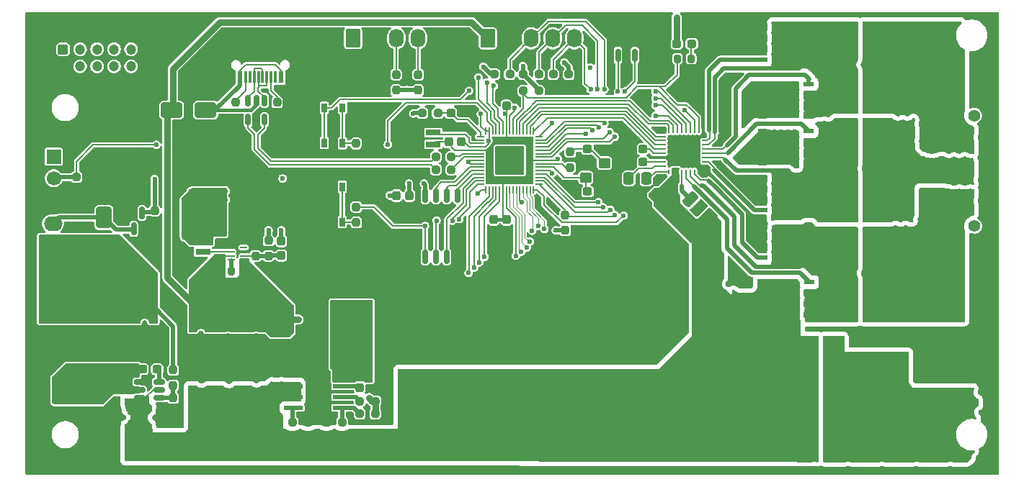
<source format=gtl>
G04 #@! TF.GenerationSoftware,KiCad,Pcbnew,9.0.3*
G04 #@! TF.CreationDate,2025-08-13T17:47:09+01:00*
G04 #@! TF.ProjectId,Pico-BLDC-Controller,5069636f-2d42-44c4-9443-2d436f6e7472,rev?*
G04 #@! TF.SameCoordinates,Original*
G04 #@! TF.FileFunction,Copper,L1,Top*
G04 #@! TF.FilePolarity,Positive*
%FSLAX46Y46*%
G04 Gerber Fmt 4.6, Leading zero omitted, Abs format (unit mm)*
G04 Created by KiCad (PCBNEW 9.0.3) date 2025-08-13 17:47:09*
%MOMM*%
%LPD*%
G01*
G04 APERTURE LIST*
G04 Aperture macros list*
%AMRoundRect*
0 Rectangle with rounded corners*
0 $1 Rounding radius*
0 $2 $3 $4 $5 $6 $7 $8 $9 X,Y pos of 4 corners*
0 Add a 4 corners polygon primitive as box body*
4,1,4,$2,$3,$4,$5,$6,$7,$8,$9,$2,$3,0*
0 Add four circle primitives for the rounded corners*
1,1,$1+$1,$2,$3*
1,1,$1+$1,$4,$5*
1,1,$1+$1,$6,$7*
1,1,$1+$1,$8,$9*
0 Add four rect primitives between the rounded corners*
20,1,$1+$1,$2,$3,$4,$5,0*
20,1,$1+$1,$4,$5,$6,$7,0*
20,1,$1+$1,$6,$7,$8,$9,0*
20,1,$1+$1,$8,$9,$2,$3,0*%
%AMFreePoly0*
4,1,18,-0.100000,0.387500,-0.096194,0.406634,-0.085355,0.422855,-0.069134,0.433694,-0.050000,0.437500,0.050000,0.437500,0.069134,0.433694,0.085355,0.422855,0.096194,0.406634,0.100000,0.387500,0.100000,-0.387500,0.096194,-0.406634,0.085355,-0.422855,0.069134,-0.433694,0.050000,-0.437500,-0.050000,-0.437500,-0.100000,-0.387500,-0.100000,0.387500,-0.100000,0.387500,$1*%
%AMFreePoly1*
4,1,18,-0.100000,0.387500,-0.096194,0.406634,-0.085355,0.422855,-0.069134,0.433694,-0.050000,0.437500,0.050000,0.437500,0.069134,0.433694,0.085355,0.422855,0.096194,0.406634,0.100000,0.387500,0.100000,-0.387500,0.050000,-0.437500,-0.050000,-0.437500,-0.069134,-0.433694,-0.085355,-0.422855,-0.096194,-0.406634,-0.100000,-0.387500,-0.100000,0.387500,-0.100000,0.387500,$1*%
%AMFreePoly2*
4,1,18,-0.437500,0.050000,-0.387500,0.100000,0.387500,0.100000,0.406634,0.096194,0.422855,0.085355,0.433694,0.069134,0.437500,0.050000,0.437500,-0.050000,0.433694,-0.069134,0.422855,-0.085355,0.406634,-0.096194,0.387500,-0.100000,-0.387500,-0.100000,-0.406634,-0.096194,-0.422855,-0.085355,-0.433694,-0.069134,-0.437500,-0.050000,-0.437500,0.050000,-0.437500,0.050000,$1*%
%AMFreePoly3*
4,1,18,-0.437500,0.050000,-0.433694,0.069134,-0.422855,0.085355,-0.406634,0.096194,-0.387500,0.100000,0.387500,0.100000,0.406634,0.096194,0.422855,0.085355,0.433694,0.069134,0.437500,0.050000,0.437500,-0.050000,0.433694,-0.069134,0.422855,-0.085355,0.406634,-0.096194,0.387500,-0.100000,-0.387500,-0.100000,-0.437500,-0.050000,-0.437500,0.050000,-0.437500,0.050000,$1*%
%AMFreePoly4*
4,1,18,-0.100000,0.387500,-0.096194,0.406634,-0.085355,0.422855,-0.069134,0.433694,-0.050000,0.437500,0.050000,0.437500,0.100000,0.387500,0.100000,-0.387500,0.096194,-0.406634,0.085355,-0.422855,0.069134,-0.433694,0.050000,-0.437500,-0.050000,-0.437500,-0.069134,-0.433694,-0.085355,-0.422855,-0.096194,-0.406634,-0.100000,-0.387500,-0.100000,0.387500,-0.100000,0.387500,$1*%
%AMFreePoly5*
4,1,18,-0.100000,0.387500,-0.050000,0.437500,0.050000,0.437500,0.069134,0.433694,0.085355,0.422855,0.096194,0.406634,0.100000,0.387500,0.100000,-0.387500,0.096194,-0.406634,0.085355,-0.422855,0.069134,-0.433694,0.050000,-0.437500,-0.050000,-0.437500,-0.069134,-0.433694,-0.085355,-0.422855,-0.096194,-0.406634,-0.100000,-0.387500,-0.100000,0.387500,-0.100000,0.387500,$1*%
%AMFreePoly6*
4,1,18,-0.437500,0.050000,-0.433694,0.069134,-0.422855,0.085355,-0.406634,0.096194,-0.387500,0.100000,0.387500,0.100000,0.406634,0.096194,0.422855,0.085355,0.433694,0.069134,0.437500,0.050000,0.437500,-0.050000,0.387500,-0.100000,-0.387500,-0.100000,-0.406634,-0.096194,-0.422855,-0.085355,-0.433694,-0.069134,-0.437500,-0.050000,-0.437500,0.050000,-0.437500,0.050000,$1*%
%AMFreePoly7*
4,1,18,-0.437500,0.050000,-0.433694,0.069134,-0.422855,0.085355,-0.406634,0.096194,-0.387500,0.100000,0.387500,0.100000,0.437500,0.050000,0.437500,-0.050000,0.433694,-0.069134,0.422855,-0.085355,0.406634,-0.096194,0.387500,-0.100000,-0.387500,-0.100000,-0.406634,-0.096194,-0.422855,-0.085355,-0.433694,-0.069134,-0.437500,-0.050000,-0.437500,0.050000,-0.437500,0.050000,$1*%
G04 Aperture macros list end*
G04 #@! TA.AperFunction,HeatsinkPad*
%ADD10O,1.000000X1.600000*%
G04 #@! TD*
G04 #@! TA.AperFunction,HeatsinkPad*
%ADD11O,1.000000X2.100000*%
G04 #@! TD*
G04 #@! TA.AperFunction,SMDPad,CuDef*
%ADD12R,0.600000X1.450000*%
G04 #@! TD*
G04 #@! TA.AperFunction,SMDPad,CuDef*
%ADD13R,0.300000X1.450000*%
G04 #@! TD*
G04 #@! TA.AperFunction,ComponentPad*
%ADD14C,3.000000*%
G04 #@! TD*
G04 #@! TA.AperFunction,ComponentPad*
%ADD15R,3.000000X3.000000*%
G04 #@! TD*
G04 #@! TA.AperFunction,ComponentPad*
%ADD16C,1.400000*%
G04 #@! TD*
G04 #@! TA.AperFunction,ComponentPad*
%ADD17C,0.629999*%
G04 #@! TD*
G04 #@! TA.AperFunction,SMDPad,CuDef*
%ADD18R,2.949999X4.900001*%
G04 #@! TD*
G04 #@! TA.AperFunction,SMDPad,CuDef*
%ADD19R,2.200001X0.499999*%
G04 #@! TD*
G04 #@! TA.AperFunction,ComponentPad*
%ADD20C,0.600000*%
G04 #@! TD*
G04 #@! TA.AperFunction,SMDPad,CuDef*
%ADD21RoundRect,0.153000X1.547000X1.547000X-1.547000X1.547000X-1.547000X-1.547000X1.547000X-1.547000X0*%
G04 #@! TD*
G04 #@! TA.AperFunction,SMDPad,CuDef*
%ADD22FreePoly0,90.000000*%
G04 #@! TD*
G04 #@! TA.AperFunction,SMDPad,CuDef*
%ADD23RoundRect,0.050000X0.387500X-0.050000X0.387500X0.050000X-0.387500X0.050000X-0.387500X-0.050000X0*%
G04 #@! TD*
G04 #@! TA.AperFunction,SMDPad,CuDef*
%ADD24FreePoly1,90.000000*%
G04 #@! TD*
G04 #@! TA.AperFunction,SMDPad,CuDef*
%ADD25FreePoly2,90.000000*%
G04 #@! TD*
G04 #@! TA.AperFunction,SMDPad,CuDef*
%ADD26RoundRect,0.050000X0.050000X-0.387500X0.050000X0.387500X-0.050000X0.387500X-0.050000X-0.387500X0*%
G04 #@! TD*
G04 #@! TA.AperFunction,SMDPad,CuDef*
%ADD27FreePoly3,90.000000*%
G04 #@! TD*
G04 #@! TA.AperFunction,SMDPad,CuDef*
%ADD28FreePoly4,90.000000*%
G04 #@! TD*
G04 #@! TA.AperFunction,SMDPad,CuDef*
%ADD29FreePoly5,90.000000*%
G04 #@! TD*
G04 #@! TA.AperFunction,SMDPad,CuDef*
%ADD30FreePoly6,90.000000*%
G04 #@! TD*
G04 #@! TA.AperFunction,SMDPad,CuDef*
%ADD31FreePoly7,90.000000*%
G04 #@! TD*
G04 #@! TA.AperFunction,SMDPad,CuDef*
%ADD32C,1.000000*%
G04 #@! TD*
G04 #@! TA.AperFunction,SMDPad,CuDef*
%ADD33R,1.270000X0.610000*%
G04 #@! TD*
G04 #@! TA.AperFunction,SMDPad,CuDef*
%ADD34R,3.810000X3.910000*%
G04 #@! TD*
G04 #@! TA.AperFunction,SMDPad,CuDef*
%ADD35R,1.020000X0.610000*%
G04 #@! TD*
G04 #@! TA.AperFunction,SMDPad,CuDef*
%ADD36RoundRect,0.250000X0.650000X-0.325000X0.650000X0.325000X-0.650000X0.325000X-0.650000X-0.325000X0*%
G04 #@! TD*
G04 #@! TA.AperFunction,SMDPad,CuDef*
%ADD37RoundRect,0.237500X-0.250000X-0.237500X0.250000X-0.237500X0.250000X0.237500X-0.250000X0.237500X0*%
G04 #@! TD*
G04 #@! TA.AperFunction,SMDPad,CuDef*
%ADD38RoundRect,0.237500X-0.237500X0.300000X-0.237500X-0.300000X0.237500X-0.300000X0.237500X0.300000X0*%
G04 #@! TD*
G04 #@! TA.AperFunction,SMDPad,CuDef*
%ADD39RoundRect,0.250000X-1.100000X0.412500X-1.100000X-0.412500X1.100000X-0.412500X1.100000X0.412500X0*%
G04 #@! TD*
G04 #@! TA.AperFunction,SMDPad,CuDef*
%ADD40R,0.650000X1.050000*%
G04 #@! TD*
G04 #@! TA.AperFunction,SMDPad,CuDef*
%ADD41RoundRect,0.375000X-1.125000X-2.000000X1.125000X-2.000000X1.125000X2.000000X-1.125000X2.000000X0*%
G04 #@! TD*
G04 #@! TA.AperFunction,SMDPad,CuDef*
%ADD42R,1.700000X0.800000*%
G04 #@! TD*
G04 #@! TA.AperFunction,SMDPad,CuDef*
%ADD43R,2.500000X7.500000*%
G04 #@! TD*
G04 #@! TA.AperFunction,SMDPad,CuDef*
%ADD44RoundRect,0.237500X0.237500X-0.300000X0.237500X0.300000X-0.237500X0.300000X-0.237500X-0.300000X0*%
G04 #@! TD*
G04 #@! TA.AperFunction,SMDPad,CuDef*
%ADD45RoundRect,0.249999X-0.450001X-1.425001X0.450001X-1.425001X0.450001X1.425001X-0.450001X1.425001X0*%
G04 #@! TD*
G04 #@! TA.AperFunction,SMDPad,CuDef*
%ADD46RoundRect,0.250000X1.100000X-0.325000X1.100000X0.325000X-1.100000X0.325000X-1.100000X-0.325000X0*%
G04 #@! TD*
G04 #@! TA.AperFunction,SMDPad,CuDef*
%ADD47RoundRect,0.237500X0.250000X0.237500X-0.250000X0.237500X-0.250000X-0.237500X0.250000X-0.237500X0*%
G04 #@! TD*
G04 #@! TA.AperFunction,SMDPad,CuDef*
%ADD48RoundRect,0.237500X-0.300000X-0.237500X0.300000X-0.237500X0.300000X0.237500X-0.300000X0.237500X0*%
G04 #@! TD*
G04 #@! TA.AperFunction,SMDPad,CuDef*
%ADD49RoundRect,0.237500X0.237500X-0.250000X0.237500X0.250000X-0.237500X0.250000X-0.237500X-0.250000X0*%
G04 #@! TD*
G04 #@! TA.AperFunction,ComponentPad*
%ADD50RoundRect,0.250000X0.845000X-0.620000X0.845000X0.620000X-0.845000X0.620000X-0.845000X-0.620000X0*%
G04 #@! TD*
G04 #@! TA.AperFunction,ComponentPad*
%ADD51O,2.190000X1.740000*%
G04 #@! TD*
G04 #@! TA.AperFunction,SMDPad,CuDef*
%ADD52RoundRect,0.250000X0.650000X-1.000000X0.650000X1.000000X-0.650000X1.000000X-0.650000X-1.000000X0*%
G04 #@! TD*
G04 #@! TA.AperFunction,ComponentPad*
%ADD53RoundRect,0.250000X-0.620000X-0.845000X0.620000X-0.845000X0.620000X0.845000X-0.620000X0.845000X0*%
G04 #@! TD*
G04 #@! TA.AperFunction,ComponentPad*
%ADD54O,1.740000X2.190000*%
G04 #@! TD*
G04 #@! TA.AperFunction,SMDPad,CuDef*
%ADD55O,0.240000X0.599999*%
G04 #@! TD*
G04 #@! TA.AperFunction,SMDPad,CuDef*
%ADD56O,0.599999X0.240000*%
G04 #@! TD*
G04 #@! TA.AperFunction,ComponentPad*
%ADD57C,0.499999*%
G04 #@! TD*
G04 #@! TA.AperFunction,SMDPad,CuDef*
%ADD58R,3.450001X3.450001*%
G04 #@! TD*
G04 #@! TA.AperFunction,SMDPad,CuDef*
%ADD59RoundRect,0.237500X0.044194X0.380070X-0.380070X-0.044194X-0.044194X-0.380070X0.380070X0.044194X0*%
G04 #@! TD*
G04 #@! TA.AperFunction,SMDPad,CuDef*
%ADD60RoundRect,0.250000X0.689429X0.229810X0.229810X0.689429X-0.689429X-0.229810X-0.229810X-0.689429X0*%
G04 #@! TD*
G04 #@! TA.AperFunction,SMDPad,CuDef*
%ADD61RoundRect,0.250000X-0.450000X-0.350000X0.450000X-0.350000X0.450000X0.350000X-0.450000X0.350000X0*%
G04 #@! TD*
G04 #@! TA.AperFunction,SMDPad,CuDef*
%ADD62RoundRect,0.200000X0.200000X0.275000X-0.200000X0.275000X-0.200000X-0.275000X0.200000X-0.275000X0*%
G04 #@! TD*
G04 #@! TA.AperFunction,SMDPad,CuDef*
%ADD63RoundRect,0.249999X0.640001X1.530001X-0.640001X1.530001X-0.640001X-1.530001X0.640001X-1.530001X0*%
G04 #@! TD*
G04 #@! TA.AperFunction,SMDPad,CuDef*
%ADD64RoundRect,0.237500X0.300000X0.237500X-0.300000X0.237500X-0.300000X-0.237500X0.300000X-0.237500X0*%
G04 #@! TD*
G04 #@! TA.AperFunction,ComponentPad*
%ADD65R,1.700000X1.700000*%
G04 #@! TD*
G04 #@! TA.AperFunction,ComponentPad*
%ADD66C,1.700000*%
G04 #@! TD*
G04 #@! TA.AperFunction,SMDPad,CuDef*
%ADD67RoundRect,0.237500X-0.237500X0.250000X-0.237500X-0.250000X0.237500X-0.250000X0.237500X0.250000X0*%
G04 #@! TD*
G04 #@! TA.AperFunction,ComponentPad*
%ADD68R,3.800000X3.800000*%
G04 #@! TD*
G04 #@! TA.AperFunction,ComponentPad*
%ADD69C,3.800000*%
G04 #@! TD*
G04 #@! TA.AperFunction,ComponentPad*
%ADD70RoundRect,0.250000X-0.350000X-0.350000X0.350000X-0.350000X0.350000X0.350000X-0.350000X0.350000X0*%
G04 #@! TD*
G04 #@! TA.AperFunction,ComponentPad*
%ADD71C,1.200000*%
G04 #@! TD*
G04 #@! TA.AperFunction,SMDPad,CuDef*
%ADD72RoundRect,0.250000X-1.000000X-0.650000X1.000000X-0.650000X1.000000X0.650000X-1.000000X0.650000X0*%
G04 #@! TD*
G04 #@! TA.AperFunction,SMDPad,CuDef*
%ADD73RoundRect,0.150000X0.150000X-0.512500X0.150000X0.512500X-0.150000X0.512500X-0.150000X-0.512500X0*%
G04 #@! TD*
G04 #@! TA.AperFunction,SMDPad,CuDef*
%ADD74RoundRect,0.062500X0.337500X0.062500X-0.337500X0.062500X-0.337500X-0.062500X0.337500X-0.062500X0*%
G04 #@! TD*
G04 #@! TA.AperFunction,SMDPad,CuDef*
%ADD75RoundRect,0.150000X-0.512500X-0.150000X0.512500X-0.150000X0.512500X0.150000X-0.512500X0.150000X0*%
G04 #@! TD*
G04 #@! TA.AperFunction,SMDPad,CuDef*
%ADD76RoundRect,0.150000X0.150000X0.625000X-0.150000X0.625000X-0.150000X-0.625000X0.150000X-0.625000X0*%
G04 #@! TD*
G04 #@! TA.AperFunction,SMDPad,CuDef*
%ADD77RoundRect,0.250000X0.350000X0.650000X-0.350000X0.650000X-0.350000X-0.650000X0.350000X-0.650000X0*%
G04 #@! TD*
G04 #@! TA.AperFunction,SMDPad,CuDef*
%ADD78RoundRect,0.250000X-0.650000X0.325000X-0.650000X-0.325000X0.650000X-0.325000X0.650000X0.325000X0*%
G04 #@! TD*
G04 #@! TA.AperFunction,SMDPad,CuDef*
%ADD79RoundRect,0.150000X-0.150000X0.587500X-0.150000X-0.587500X0.150000X-0.587500X0.150000X0.587500X0*%
G04 #@! TD*
G04 #@! TA.AperFunction,SMDPad,CuDef*
%ADD80RoundRect,0.250000X0.337500X0.475000X-0.337500X0.475000X-0.337500X-0.475000X0.337500X-0.475000X0*%
G04 #@! TD*
G04 #@! TA.AperFunction,SMDPad,CuDef*
%ADD81RoundRect,0.249999X2.500001X-1.250001X2.500001X1.250001X-2.500001X1.250001X-2.500001X-1.250001X0*%
G04 #@! TD*
G04 #@! TA.AperFunction,SMDPad,CuDef*
%ADD82RoundRect,0.249999X-1.210920X2.253904X-2.253904X1.210920X1.210920X-2.253904X2.253904X-1.210920X0*%
G04 #@! TD*
G04 #@! TA.AperFunction,SMDPad,CuDef*
%ADD83R,1.700000X0.700000*%
G04 #@! TD*
G04 #@! TA.AperFunction,SMDPad,CuDef*
%ADD84RoundRect,0.250000X0.325000X0.650000X-0.325000X0.650000X-0.325000X-0.650000X0.325000X-0.650000X0*%
G04 #@! TD*
G04 #@! TA.AperFunction,SMDPad,CuDef*
%ADD85RoundRect,0.162500X0.162500X-0.650000X0.162500X0.650000X-0.162500X0.650000X-0.162500X-0.650000X0*%
G04 #@! TD*
G04 #@! TA.AperFunction,SMDPad,CuDef*
%ADD86RoundRect,0.237500X0.287500X0.237500X-0.287500X0.237500X-0.287500X-0.237500X0.287500X-0.237500X0*%
G04 #@! TD*
G04 #@! TA.AperFunction,ViaPad*
%ADD87C,0.600000*%
G04 #@! TD*
G04 #@! TA.AperFunction,Conductor*
%ADD88C,0.500000*%
G04 #@! TD*
G04 #@! TA.AperFunction,Conductor*
%ADD89C,0.190000*%
G04 #@! TD*
G04 #@! TA.AperFunction,Conductor*
%ADD90C,0.800000*%
G04 #@! TD*
G04 #@! TA.AperFunction,Conductor*
%ADD91C,0.200000*%
G04 #@! TD*
G04 #@! TA.AperFunction,Conductor*
%ADD92C,0.125000*%
G04 #@! TD*
G04 #@! TA.AperFunction,Conductor*
%ADD93C,0.175000*%
G04 #@! TD*
G04 #@! TA.AperFunction,Conductor*
%ADD94C,0.450000*%
G04 #@! TD*
G04 #@! TA.AperFunction,Conductor*
%ADD95C,0.550000*%
G04 #@! TD*
G04 #@! TA.AperFunction,Conductor*
%ADD96C,0.400000*%
G04 #@! TD*
G04 APERTURE END LIST*
D10*
X116980000Y-45390000D03*
D11*
X116980000Y-49570000D03*
D10*
X125620000Y-45390000D03*
D11*
X125620000Y-49570000D03*
D12*
X124550000Y-50485000D03*
X123750000Y-50485000D03*
D13*
X123050000Y-50485000D03*
X122050000Y-50485000D03*
X120550000Y-50485000D03*
X119550000Y-50485000D03*
D12*
X118850000Y-50485000D03*
X118050000Y-50485000D03*
X118050000Y-50485000D03*
X118850000Y-50485000D03*
D13*
X120050000Y-50485000D03*
X121050000Y-50485000D03*
X121550000Y-50485000D03*
X122550000Y-50485000D03*
D12*
X123750000Y-50485000D03*
X124550000Y-50485000D03*
D14*
X200175000Y-58000000D03*
X200175000Y-61500000D03*
D15*
X200175000Y-65000000D03*
D16*
X205175000Y-68000000D03*
X205175000Y-55000000D03*
D17*
X127399997Y-86200000D03*
X127399997Y-87500000D03*
X127399997Y-88800000D03*
X128699999Y-86200000D03*
X128699999Y-87500000D03*
X128699999Y-88800000D03*
D18*
X128049998Y-87500000D03*
D19*
X130924966Y-85595000D03*
X130924966Y-86865000D03*
X130924966Y-88135000D03*
X130924966Y-89405000D03*
X125175030Y-89405000D03*
X125175030Y-88135000D03*
X125175030Y-86865000D03*
X125175030Y-85595000D03*
D20*
X151950000Y-58900000D03*
X150575000Y-58900000D03*
X149200000Y-58900000D03*
X151950000Y-60275000D03*
D21*
X150575000Y-60275000D03*
D20*
X150575000Y-60275000D03*
X149200000Y-60275000D03*
X151950000Y-61650000D03*
X150575000Y-61650000D03*
X149200000Y-61650000D03*
D22*
X147137500Y-63075000D03*
D23*
X147137500Y-62675000D03*
X147137500Y-62275000D03*
X147137500Y-61875000D03*
X147137500Y-61475000D03*
X147137500Y-61075000D03*
X147137500Y-60675000D03*
X147137500Y-60275000D03*
X147137500Y-59875000D03*
X147137500Y-59475000D03*
X147137500Y-59075000D03*
X147137500Y-58675000D03*
X147137500Y-58275000D03*
X147137500Y-57875000D03*
D24*
X147137500Y-57475000D03*
D25*
X147775000Y-56837500D03*
D26*
X148175000Y-56837500D03*
X148575000Y-56837500D03*
X148975000Y-56837500D03*
X149375000Y-56837500D03*
X149775000Y-56837500D03*
X150175000Y-56837500D03*
X150575000Y-56837500D03*
X150975000Y-56837500D03*
X151375000Y-56837500D03*
X151775000Y-56837500D03*
X152175000Y-56837500D03*
X152575000Y-56837500D03*
X152975000Y-56837500D03*
D27*
X153375000Y-56837500D03*
D28*
X154012500Y-57475000D03*
D23*
X154012500Y-57875000D03*
X154012500Y-58275000D03*
X154012500Y-58675000D03*
X154012500Y-59075000D03*
X154012500Y-59475000D03*
X154012500Y-59875000D03*
X154012500Y-60275000D03*
X154012500Y-60675000D03*
X154012500Y-61075000D03*
X154012500Y-61475000D03*
X154012500Y-61875000D03*
X154012500Y-62275000D03*
X154012500Y-62675000D03*
D29*
X154012500Y-63075000D03*
D30*
X153375000Y-63712500D03*
D26*
X152975000Y-63712500D03*
X152575000Y-63712500D03*
X152175000Y-63712500D03*
X151775000Y-63712500D03*
X151375000Y-63712500D03*
X150975000Y-63712500D03*
X150575000Y-63712500D03*
X150175000Y-63712500D03*
X149775000Y-63712500D03*
X149375000Y-63712500D03*
X148975000Y-63712500D03*
X148575000Y-63712500D03*
X148175000Y-63712500D03*
D31*
X147775000Y-63712500D03*
D32*
X106070000Y-60842500D03*
D33*
X185700000Y-55100000D03*
X185700000Y-53830000D03*
X185700000Y-52560000D03*
X185700000Y-51290000D03*
D34*
X182340000Y-53195000D03*
D35*
X180235000Y-55100000D03*
X180235000Y-53830000D03*
X180235000Y-52560000D03*
X180235000Y-51290000D03*
D36*
X178250000Y-77725000D03*
X178250000Y-74775000D03*
D37*
X148775000Y-50137500D03*
X150600000Y-50137500D03*
D38*
X137287500Y-64420000D03*
X137287500Y-66145000D03*
D37*
X107687500Y-91250000D03*
X109512500Y-91250000D03*
D39*
X117500000Y-78987500D03*
X117500000Y-82112500D03*
D40*
X128760000Y-67518675D03*
X128760000Y-63368675D03*
X130910000Y-67518675D03*
X130910000Y-63393675D03*
D41*
X183150000Y-87300000D03*
X191650000Y-87300000D03*
D42*
X114539448Y-71020000D03*
X114539448Y-69420000D03*
D43*
X145200000Y-91750000D03*
X145200000Y-78250000D03*
D32*
X113600000Y-64400000D03*
D44*
X123174998Y-87012500D03*
X123174998Y-85287500D03*
D45*
X188450000Y-61500000D03*
X194550000Y-61500000D03*
D46*
X117574998Y-88225000D03*
X117574998Y-85275000D03*
D47*
X157512500Y-50137500D03*
X155687500Y-50137500D03*
D37*
X140312500Y-54700000D03*
X142137500Y-54700000D03*
D48*
X159737499Y-58950000D03*
X161462501Y-58950000D03*
D33*
X180235000Y-62345000D03*
X180235000Y-63615000D03*
X180235000Y-64885000D03*
X180235000Y-66155000D03*
D34*
X183595000Y-64250000D03*
D35*
X185700000Y-62345000D03*
X185700000Y-63615000D03*
X185700000Y-64885000D03*
X185700000Y-66155000D03*
D49*
X137230000Y-52012500D03*
X137230000Y-50187500D03*
D50*
X96920000Y-70275000D03*
D51*
X96920000Y-67735000D03*
D52*
X102900000Y-71000000D03*
X102900000Y-67000000D03*
D53*
X132190000Y-45900000D03*
D54*
X134730000Y-45900000D03*
X137270000Y-45900000D03*
X139810000Y-45900000D03*
D55*
X169300001Y-61600000D03*
X169800000Y-61600000D03*
X170299999Y-61600000D03*
X170800000Y-61600000D03*
X171300000Y-61600000D03*
X171799998Y-61600000D03*
X172300000Y-61600000D03*
X172799999Y-61600000D03*
D56*
X173450000Y-60949999D03*
X173450000Y-60450000D03*
X173450000Y-59950001D03*
X173450000Y-59450000D03*
X173450000Y-58950000D03*
X173450000Y-58450002D03*
X173450000Y-57950000D03*
X173450000Y-57450001D03*
D55*
X172799999Y-56800000D03*
X172300000Y-56800000D03*
X171799998Y-56800000D03*
X171300000Y-56800000D03*
X170800000Y-56800000D03*
X170299999Y-56800000D03*
X169800000Y-56800000D03*
X169300001Y-56800000D03*
D56*
X168650000Y-57450001D03*
X168650000Y-57950000D03*
X168650000Y-58450002D03*
X168650000Y-58950000D03*
X168650000Y-59450000D03*
X168650000Y-59950001D03*
X168650000Y-60450000D03*
X168650000Y-60949999D03*
D57*
X171050000Y-60650000D03*
X169600000Y-59200000D03*
X171050000Y-59200000D03*
D58*
X171050000Y-59200000D03*
D57*
X172500000Y-59200000D03*
X171050000Y-57750000D03*
D39*
X120800000Y-78987500D03*
X120800000Y-82112500D03*
D38*
X138800000Y-64420000D03*
X138800000Y-66145000D03*
D59*
X167744886Y-64305114D03*
X166525126Y-65524874D03*
D44*
X116439448Y-71882500D03*
X116439448Y-70157500D03*
X150200000Y-53862500D03*
X150200000Y-52137500D03*
D60*
X173907977Y-66977989D03*
X171822011Y-64892023D03*
D61*
X159500000Y-62300000D03*
X161700000Y-62300000D03*
X161700000Y-60600000D03*
X159500000Y-60600000D03*
D62*
X171925000Y-48300000D03*
X170275000Y-48300000D03*
D44*
X132974998Y-87000000D03*
X132974998Y-85275000D03*
D63*
X133100000Y-79000000D03*
X123700000Y-79000000D03*
D46*
X114374998Y-88225000D03*
X114374998Y-85275000D03*
D62*
X119564448Y-73320000D03*
X117914448Y-73320000D03*
D45*
X188450000Y-49300000D03*
X194550000Y-49300000D03*
D33*
X180240000Y-67895000D03*
X180240000Y-69165000D03*
X180240000Y-70435000D03*
X180240000Y-71705000D03*
D34*
X183600000Y-69800000D03*
D35*
X185705000Y-67895000D03*
X185705000Y-69165000D03*
X185705000Y-70435000D03*
X185705000Y-71705000D03*
D37*
X129062498Y-91100000D03*
X130887498Y-91100000D03*
D64*
X166255000Y-60450000D03*
X164530000Y-60450000D03*
D65*
X97010000Y-59842500D03*
D66*
X97010000Y-62382500D03*
D67*
X123250000Y-53440000D03*
X123250000Y-55265000D03*
D49*
X120739448Y-71532500D03*
X120739448Y-69707500D03*
X118350000Y-55265000D03*
X118350000Y-53440000D03*
D38*
X150200000Y-67237500D03*
X150200000Y-68962500D03*
D68*
X199900000Y-84400000D03*
D69*
X199900000Y-89400000D03*
D49*
X139830000Y-52012500D03*
X139830000Y-50187500D03*
X157700000Y-61112500D03*
X157700000Y-59287500D03*
D67*
X111050000Y-88237500D03*
X111050000Y-90062500D03*
D70*
X98100000Y-47200000D03*
D71*
X98100000Y-49200000D03*
X100100000Y-47200000D03*
X100100000Y-49200000D03*
X102100000Y-47200000D03*
X102100000Y-49200000D03*
X104100000Y-47200000D03*
X104100000Y-49200000D03*
X106100000Y-47200000D03*
X106100000Y-49200000D03*
D46*
X120774998Y-88225000D03*
X120774998Y-85275000D03*
D72*
X110860000Y-54352500D03*
X114860000Y-54352500D03*
D73*
X119850000Y-55487500D03*
X120800000Y-55487500D03*
X121750000Y-55487500D03*
X121750000Y-53212500D03*
X120800000Y-53212500D03*
X119850000Y-53212500D03*
D32*
X114300000Y-74800000D03*
D37*
X132962498Y-90100000D03*
X134787498Y-90100000D03*
D48*
X143662500Y-54700000D03*
X145387500Y-54700000D03*
D38*
X123739448Y-69757500D03*
X123739448Y-71482500D03*
D74*
X119300000Y-72000000D03*
X119300000Y-71500000D03*
X119300000Y-71000000D03*
X119300000Y-70500000D03*
X117850000Y-70500000D03*
X117850000Y-71000000D03*
X117850000Y-71500000D03*
X117850000Y-72000000D03*
D37*
X107700000Y-89750000D03*
X109525000Y-89750000D03*
D47*
X126887498Y-91100000D03*
X125062498Y-91100000D03*
D75*
X107112500Y-86350000D03*
X107112500Y-87300000D03*
X107112500Y-88250000D03*
X109387500Y-88250000D03*
X109387500Y-87300000D03*
X109387500Y-86350000D03*
D67*
X111050000Y-84937500D03*
X111050000Y-86762500D03*
X108860000Y-66190000D03*
X108860000Y-68015000D03*
D37*
X132962498Y-88600000D03*
X134787498Y-88600000D03*
D48*
X116476948Y-65620000D03*
X118201948Y-65620000D03*
D53*
X148020000Y-45907500D03*
D54*
X150560000Y-45907500D03*
X153100000Y-45907500D03*
X155640000Y-45907500D03*
X158180000Y-45907500D03*
D76*
X165300000Y-47900000D03*
X164300000Y-47900000D03*
X163300000Y-47900000D03*
D77*
X166600000Y-44025000D03*
X162000000Y-44025000D03*
D78*
X178200000Y-59775000D03*
X178200000Y-62725000D03*
D64*
X106162500Y-89750000D03*
X104437500Y-89750000D03*
D33*
X185700000Y-60655000D03*
X185700000Y-59385000D03*
X185700000Y-58115000D03*
X185700000Y-56845000D03*
D34*
X182340000Y-58750000D03*
D35*
X180235000Y-60655000D03*
X180235000Y-59385000D03*
X180235000Y-58115000D03*
X180235000Y-56845000D03*
D47*
X154012500Y-52100000D03*
X152187500Y-52100000D03*
D43*
X166200000Y-91750000D03*
X166200000Y-78250000D03*
D37*
X141906481Y-61367304D03*
X143731481Y-61367304D03*
D32*
X97000000Y-74200000D03*
D79*
X107360000Y-66465000D03*
X105460000Y-66465000D03*
X106410000Y-68340000D03*
D37*
X152187500Y-50137500D03*
X154012500Y-50137500D03*
D80*
X166637500Y-62400000D03*
X164562500Y-62400000D03*
D64*
X166255000Y-58950000D03*
X164530000Y-58950000D03*
D48*
X159737499Y-63950000D03*
X161462501Y-63950000D03*
D81*
X99800000Y-87300000D03*
X99800000Y-77800000D03*
D44*
X143400000Y-58112500D03*
X143400000Y-56387500D03*
D37*
X99677500Y-62242500D03*
X101502500Y-62242500D03*
D39*
X107700000Y-77825000D03*
X107700000Y-80950000D03*
D49*
X132522101Y-58285390D03*
X132522101Y-56460390D03*
D33*
X180240000Y-44585000D03*
X180240000Y-45855000D03*
X180240000Y-47125000D03*
X180240000Y-48395000D03*
D34*
X183600000Y-46490000D03*
D35*
X185705000Y-44585000D03*
X185705000Y-45855000D03*
X185705000Y-47125000D03*
X185705000Y-48395000D03*
D48*
X116476948Y-67120000D03*
X118201948Y-67120000D03*
D64*
X109150000Y-84850000D03*
X107425000Y-84850000D03*
D40*
X130947101Y-54097890D03*
X130947101Y-58247890D03*
X128797101Y-54097890D03*
X128797101Y-58222890D03*
D33*
X185770000Y-78405000D03*
X185770000Y-77135000D03*
X185770000Y-75865000D03*
X185770000Y-74595000D03*
D34*
X182410000Y-76500000D03*
D35*
X180305000Y-78405000D03*
X180305000Y-77135000D03*
X180305000Y-75865000D03*
X180305000Y-74595000D03*
D82*
X170364994Y-66935006D03*
X166635006Y-70664994D03*
D37*
X141906481Y-59867304D03*
X143731481Y-59867304D03*
D38*
X148700000Y-67237500D03*
X148700000Y-68962500D03*
D44*
X144900000Y-58112500D03*
X144900000Y-56387500D03*
D38*
X113600000Y-79637500D03*
X113600000Y-81362500D03*
D83*
X141600000Y-58400000D03*
X141600000Y-57000000D03*
D84*
X178660000Y-53200000D03*
X175710000Y-53200000D03*
D85*
X140645000Y-71607500D03*
X141915000Y-71607500D03*
X143185000Y-71607500D03*
X144455000Y-71607500D03*
X144455000Y-64432500D03*
X143185000Y-64432500D03*
X141915000Y-64432500D03*
X140645000Y-64432500D03*
D49*
X157100000Y-68512500D03*
X157100000Y-66687500D03*
D38*
X115100000Y-79637500D03*
X115100000Y-81362500D03*
D45*
X188450000Y-73800000D03*
X194550000Y-73800000D03*
D67*
X132550000Y-65761175D03*
X132550000Y-67586175D03*
D48*
X116476948Y-68620000D03*
X118201948Y-68620000D03*
D67*
X122239448Y-69707500D03*
X122239448Y-71532500D03*
D86*
X171975000Y-46550000D03*
X170225000Y-46550000D03*
D47*
X106200000Y-91250000D03*
X104375000Y-91250000D03*
D87*
X115100000Y-66800000D03*
X113100000Y-63900000D03*
X114100000Y-67600000D03*
X113200000Y-68500000D03*
X112360000Y-69352500D03*
X112360000Y-67600000D03*
X115100000Y-64900000D03*
X112360000Y-65900000D03*
X112360000Y-66800000D03*
X114100000Y-65900000D03*
X114100000Y-66800000D03*
X113200000Y-67600000D03*
X115100000Y-63900000D03*
X157000000Y-48750000D03*
X117200000Y-64900000D03*
X147500000Y-49250000D03*
X123750000Y-68500000D03*
X146800000Y-64170000D03*
X112360000Y-68552500D03*
X147195000Y-54802500D03*
X136500000Y-64400000D03*
X116100000Y-64900000D03*
X156000000Y-68500000D03*
X160070000Y-49360000D03*
X151174999Y-54059199D03*
X170170000Y-43453500D03*
X114100000Y-63900000D03*
X113200000Y-66800000D03*
X138500000Y-52000000D03*
X145759415Y-60482305D03*
X155522500Y-55900000D03*
X116100000Y-63900000D03*
X113200000Y-65900000D03*
X114100000Y-68500000D03*
X152140338Y-49175251D03*
X140500000Y-63000000D03*
X115100000Y-68500000D03*
X148073702Y-57965942D03*
X115100000Y-67600000D03*
X115100000Y-65900000D03*
X113200000Y-64900000D03*
X152000000Y-65205813D03*
X138750000Y-63000000D03*
X114100000Y-64900000D03*
X122250000Y-68500000D03*
X113200000Y-69400000D03*
X139250000Y-54750000D03*
X117200000Y-63900000D03*
X112360000Y-64870000D03*
X155580846Y-61769154D03*
X184000000Y-80440000D03*
X143110000Y-93302500D03*
X138110000Y-86552500D03*
X163110000Y-86552500D03*
X161860000Y-85302500D03*
X182610000Y-81552500D03*
X168110000Y-89052500D03*
X145610000Y-86552500D03*
X177820000Y-78800000D03*
X177110000Y-93302500D03*
X177010000Y-79640000D03*
X144360000Y-85302500D03*
X164360000Y-85302500D03*
X184610000Y-89052500D03*
X173610000Y-89052500D03*
X160610000Y-94552500D03*
X139360000Y-93302500D03*
X175860000Y-89052500D03*
X182500000Y-57700000D03*
X169360000Y-90552500D03*
X181610000Y-85302500D03*
X166860000Y-87802500D03*
X180900000Y-53700000D03*
X174860000Y-82802500D03*
X184610000Y-92052500D03*
X176960000Y-77730000D03*
X183250000Y-80440000D03*
X180100000Y-54500000D03*
X179360000Y-85302500D03*
X175860000Y-86552500D03*
X172110000Y-93302500D03*
X154360000Y-85302500D03*
X144360000Y-93302500D03*
X153110000Y-94552500D03*
X178110000Y-81552500D03*
X180200000Y-80440000D03*
X181650000Y-52100000D03*
X182500000Y-79630000D03*
X163110000Y-94552500D03*
X178110000Y-89052500D03*
X183610000Y-90552500D03*
X148100000Y-94650000D03*
X138110000Y-89052500D03*
X181610000Y-93302500D03*
X181650000Y-53700000D03*
X185610000Y-82802500D03*
X186610000Y-89052500D03*
X163110000Y-89052500D03*
X153110000Y-91802500D03*
X179000000Y-51700000D03*
X143110000Y-94302500D03*
X182500000Y-80440000D03*
X183300000Y-57700000D03*
X183300000Y-56900000D03*
X184000000Y-78790000D03*
X181000000Y-58600000D03*
X146860000Y-85302500D03*
X168110000Y-91802500D03*
X182540000Y-74980000D03*
X182500000Y-78000000D03*
X141860000Y-95302500D03*
X169360000Y-85302500D03*
X181750000Y-56900000D03*
X141860000Y-94302500D03*
X151860000Y-90552500D03*
X184050000Y-57700000D03*
X182610000Y-92052500D03*
X186610000Y-92052500D03*
X181000000Y-77250000D03*
X178700000Y-80440000D03*
X172110000Y-82802500D03*
X178900000Y-54700000D03*
X151860000Y-85302500D03*
X181700000Y-54500000D03*
X139360000Y-94302500D03*
X139360000Y-87802500D03*
X146860000Y-87802500D03*
X158110000Y-91802500D03*
X178110000Y-92052500D03*
X154360000Y-87802500D03*
X173610000Y-86552500D03*
X181040000Y-74980000D03*
X158110000Y-89052500D03*
X182500000Y-58600000D03*
X180100000Y-75250000D03*
X143110000Y-89052500D03*
X165610000Y-91802500D03*
X150610000Y-89052500D03*
X184050000Y-56900000D03*
X159360000Y-85302500D03*
X180950000Y-54500000D03*
X181000000Y-59400000D03*
X181610000Y-87802500D03*
X139360000Y-95302500D03*
X182400000Y-51300000D03*
X179450000Y-80440000D03*
X181750000Y-59400000D03*
X170610000Y-89052500D03*
X184000000Y-54500000D03*
X177110000Y-90552500D03*
X170610000Y-84052500D03*
X163110000Y-91802500D03*
X182610000Y-84052500D03*
X182500000Y-78790000D03*
X156860000Y-87802500D03*
X181790000Y-74980000D03*
X158110000Y-86552500D03*
X138110000Y-95302500D03*
X178110000Y-94552500D03*
X159360000Y-90552500D03*
X169360000Y-93302500D03*
X160610000Y-86552500D03*
X179360000Y-93302500D03*
X153110000Y-89052500D03*
X156860000Y-93302500D03*
X186610000Y-81552500D03*
X156860000Y-90552500D03*
X182400000Y-52100000D03*
X173610000Y-81552500D03*
X150610000Y-94552500D03*
X177820000Y-79640000D03*
X181750000Y-57700000D03*
X185610000Y-93302500D03*
X151860000Y-87802500D03*
X182500000Y-77250000D03*
X140610000Y-92302500D03*
X180900000Y-52900000D03*
X151860000Y-93302500D03*
X148100000Y-91900000D03*
X181780000Y-75730000D03*
X173610000Y-84052500D03*
X181000000Y-60200000D03*
X180360000Y-89052500D03*
X182500000Y-56900000D03*
X156860000Y-85302500D03*
X146860000Y-93302500D03*
X180360000Y-86552500D03*
X161860000Y-93302500D03*
X180000000Y-53200000D03*
X182500000Y-59400000D03*
X180360000Y-94552500D03*
X179450000Y-79630000D03*
X179450000Y-78790000D03*
X180000000Y-51900000D03*
X184610000Y-86552500D03*
X181610000Y-82802500D03*
X161860000Y-87802500D03*
X145610000Y-89052500D03*
X155610000Y-91802500D03*
X140610000Y-95302500D03*
X183250000Y-78000000D03*
X177110000Y-85302500D03*
X180900000Y-51300000D03*
X175860000Y-84052500D03*
X182510000Y-76500000D03*
X175860000Y-81552500D03*
X173610000Y-94552500D03*
X177020000Y-76400000D03*
X181750000Y-80440000D03*
X179360000Y-90552500D03*
X172110000Y-90552500D03*
X149360000Y-87802500D03*
X159360000Y-87802500D03*
X180360000Y-92052500D03*
X138110000Y-93302500D03*
X141860000Y-85302500D03*
X148100000Y-89150000D03*
X177110000Y-82802500D03*
X178700000Y-76420000D03*
X139360000Y-92302500D03*
X182610000Y-86552500D03*
X168110000Y-86552500D03*
X181000000Y-79630000D03*
X186610000Y-86552500D03*
X183610000Y-87802500D03*
X164360000Y-90552500D03*
X182400000Y-53700000D03*
X180900000Y-52100000D03*
X180100000Y-60000000D03*
X181750000Y-78000000D03*
X180100000Y-57500000D03*
X177820000Y-80450000D03*
X181750000Y-78790000D03*
X181760000Y-76500000D03*
X140610000Y-86552500D03*
X178110000Y-86552500D03*
X174860000Y-93302500D03*
X154360000Y-90552500D03*
X160610000Y-91802500D03*
X177110000Y-87802500D03*
X184000000Y-79630000D03*
X184610000Y-84052500D03*
X184000000Y-78000000D03*
X159360000Y-93302500D03*
X164360000Y-87802500D03*
X140610000Y-89052500D03*
X140610000Y-94302500D03*
X148100000Y-86650000D03*
X181010000Y-76500000D03*
X169360000Y-87802500D03*
X141860000Y-93302500D03*
X155610000Y-89052500D03*
X161860000Y-90552500D03*
X145610000Y-91802500D03*
X143110000Y-95302500D03*
X180100000Y-58800000D03*
X143110000Y-92302500D03*
X168110000Y-94552500D03*
X182530000Y-75730000D03*
X178700000Y-79630000D03*
X178300000Y-58900000D03*
X160610000Y-89052500D03*
X181000000Y-78790000D03*
X174860000Y-90552500D03*
X165610000Y-86552500D03*
X154360000Y-93302500D03*
X177810000Y-76410000D03*
X181000000Y-56900000D03*
X149360000Y-85302500D03*
X181030000Y-75730000D03*
X138110000Y-92302500D03*
X178700000Y-78790000D03*
X178110000Y-84052500D03*
X170610000Y-86552500D03*
X181750000Y-77250000D03*
X172110000Y-87802500D03*
X140610000Y-93302500D03*
X181650000Y-51300000D03*
X174860000Y-85302500D03*
X146860000Y-90552500D03*
X181650000Y-52900000D03*
X181750000Y-79630000D03*
X166860000Y-85302500D03*
X182450000Y-54500000D03*
X138110000Y-94302500D03*
X182500000Y-60200000D03*
X179360000Y-87802500D03*
X183250000Y-54500000D03*
X172110000Y-85302500D03*
X183610000Y-93302500D03*
X165610000Y-89052500D03*
X181750000Y-58600000D03*
X149360000Y-90552500D03*
X180200000Y-79630000D03*
X182400000Y-52900000D03*
X185610000Y-90552500D03*
X181610000Y-90552500D03*
X186610000Y-84052500D03*
X183610000Y-85302500D03*
X170610000Y-91802500D03*
X184610000Y-81552500D03*
X166860000Y-93302500D03*
X183610000Y-82802500D03*
X180360000Y-84052500D03*
X180130000Y-76510000D03*
X181000000Y-78000000D03*
X144360000Y-87802500D03*
X175860000Y-94552500D03*
X144360000Y-90552500D03*
X141860000Y-90552500D03*
X153110000Y-86552500D03*
X185610000Y-85302500D03*
X186610000Y-94552500D03*
X183150000Y-87300000D03*
X158110000Y-94552500D03*
X181000000Y-80440000D03*
X139360000Y-85302500D03*
X175860000Y-92052500D03*
X141860000Y-87802500D03*
X139360000Y-90552500D03*
X184610000Y-94552500D03*
X143110000Y-86552500D03*
X185610000Y-87802500D03*
X145610000Y-94552500D03*
X182610000Y-94552500D03*
X181750000Y-60200000D03*
X174860000Y-87802500D03*
X141860000Y-92302500D03*
X150610000Y-91802500D03*
X149360000Y-93302500D03*
X180200000Y-78790000D03*
X183250000Y-78790000D03*
X165610000Y-94552500D03*
X179100000Y-58100000D03*
X150610000Y-86552500D03*
X155610000Y-86552500D03*
X173610000Y-92052500D03*
X166860000Y-90552500D03*
X180120000Y-77770000D03*
X155610000Y-94552500D03*
X182610000Y-89052500D03*
X164360000Y-93302500D03*
X179360000Y-82802500D03*
X177010000Y-80450000D03*
X177010000Y-78800000D03*
X180360000Y-81552500D03*
X181000000Y-57700000D03*
X183250000Y-79630000D03*
X170610000Y-94552500D03*
X150065001Y-54761398D03*
X150210000Y-57980000D03*
X149790000Y-62620000D03*
X152930000Y-60280000D03*
X156212500Y-60080000D03*
X125750000Y-79000000D03*
X134050998Y-88250000D03*
X203400000Y-71200000D03*
X200800000Y-70200000D03*
X203400000Y-74300000D03*
X195900000Y-70200000D03*
X200800000Y-72300000D03*
X199600000Y-76300000D03*
X204000000Y-67000000D03*
X202200000Y-65800000D03*
X199600000Y-68200000D03*
X197100000Y-71200000D03*
X197100000Y-68200000D03*
X195900000Y-72300000D03*
X202700000Y-67000000D03*
X198800000Y-67200000D03*
X199600000Y-69200000D03*
X195900000Y-74300000D03*
X192154007Y-73540092D03*
X200800000Y-71200000D03*
X195900000Y-69200000D03*
X198400000Y-72300000D03*
X199600000Y-74300000D03*
X195900000Y-71200000D03*
X202200000Y-64900000D03*
X199600000Y-72300000D03*
X200800000Y-68200000D03*
X202100000Y-73300000D03*
X195900000Y-75300000D03*
X199600000Y-73300000D03*
X195900000Y-76300000D03*
X197100000Y-73300000D03*
X200800000Y-75300000D03*
X202100000Y-74300000D03*
X200800000Y-73300000D03*
X204700000Y-64900000D03*
X202100000Y-70200000D03*
X202100000Y-71200000D03*
X198400000Y-73300000D03*
X202100000Y-69200000D03*
X198400000Y-69200000D03*
X199600000Y-71200000D03*
X203400000Y-73300000D03*
X202100000Y-72300000D03*
X201300000Y-67200000D03*
X203400000Y-72300000D03*
X198400000Y-76300000D03*
X197100000Y-70200000D03*
X203400000Y-75300000D03*
X203400000Y-70200000D03*
X203400000Y-68200000D03*
X197100000Y-72300000D03*
X199600000Y-70200000D03*
X198400000Y-68200000D03*
X198400000Y-74300000D03*
X203400000Y-76300000D03*
X195900000Y-68200000D03*
X203400000Y-65800000D03*
X202200000Y-63900000D03*
X199600000Y-75300000D03*
X198400000Y-70200000D03*
X195900000Y-73300000D03*
X200000000Y-67200000D03*
X197100000Y-69200000D03*
X204700000Y-63900000D03*
X200800000Y-76300000D03*
X197100000Y-75300000D03*
X200800000Y-74300000D03*
X202100000Y-68200000D03*
X202100000Y-76300000D03*
X197100000Y-76300000D03*
X198400000Y-75300000D03*
X203400000Y-63900000D03*
X202100000Y-75300000D03*
X203400000Y-64900000D03*
X198400000Y-71200000D03*
X203400000Y-69200000D03*
X200800000Y-69200000D03*
X197100000Y-74300000D03*
X204700000Y-65800000D03*
X196600000Y-66800000D03*
X202200000Y-61500000D03*
X196600000Y-56900000D03*
X196600000Y-56000000D03*
X196600000Y-64100000D03*
X197600000Y-56000000D03*
X196600000Y-58700000D03*
X204700000Y-62500000D03*
X195676000Y-62300000D03*
X197600000Y-65000000D03*
X197600000Y-61400000D03*
X202200000Y-60500000D03*
X197600000Y-62300000D03*
X195676000Y-65900000D03*
X203400000Y-62500000D03*
X197600000Y-64100000D03*
X195676000Y-60500000D03*
X195700000Y-66800000D03*
X197600000Y-58700000D03*
X203400000Y-60500000D03*
X198500000Y-62600000D03*
X197600000Y-63200000D03*
X197600000Y-59600000D03*
X196600000Y-61400000D03*
X195676000Y-56013101D03*
X197600000Y-66800000D03*
X195676000Y-59600000D03*
X197600000Y-60500000D03*
X203400000Y-61500000D03*
X196600000Y-65000000D03*
X195676000Y-57800000D03*
X196600000Y-57800000D03*
X204700000Y-60500000D03*
X202200000Y-62500000D03*
X195676000Y-63200000D03*
X195676000Y-58700000D03*
X198500000Y-60200000D03*
X197600000Y-56900000D03*
X195700000Y-65000000D03*
X195676000Y-61400000D03*
X196600000Y-65900000D03*
X196600000Y-62300000D03*
X192227485Y-61167715D03*
X195676000Y-56900000D03*
X195700000Y-64100000D03*
X196600000Y-63200000D03*
X197600000Y-65900000D03*
X196600000Y-59600000D03*
X204700000Y-61500000D03*
X197600000Y-57800000D03*
X196600000Y-60500000D03*
X200000000Y-46900000D03*
X195700000Y-54000000D03*
X201200000Y-52900000D03*
X196200000Y-54800000D03*
X200000000Y-51900000D03*
X200000000Y-54000000D03*
X203400000Y-54000000D03*
X203400000Y-48900000D03*
X198900000Y-55000000D03*
X198900000Y-48900000D03*
X192120798Y-49005883D03*
X204700000Y-57200000D03*
X198900000Y-51900000D03*
X197800000Y-44900000D03*
X196800000Y-47900000D03*
X200000000Y-50900000D03*
X198900000Y-47900000D03*
X196800000Y-45900000D03*
X201200000Y-45900000D03*
X197300000Y-54800000D03*
X198900000Y-44900000D03*
X201400000Y-56000000D03*
X201200000Y-50900000D03*
X195700000Y-44900000D03*
X198900000Y-56000000D03*
X196800000Y-48900000D03*
X201200000Y-51900000D03*
X203400000Y-51900000D03*
X195700000Y-45900000D03*
X197800000Y-52900000D03*
X202300000Y-54000000D03*
X197800000Y-47900000D03*
X203400000Y-55000000D03*
X200000000Y-47900000D03*
X197800000Y-48900000D03*
X201200000Y-48900000D03*
X197800000Y-45900000D03*
X202200000Y-58200000D03*
X203400000Y-52900000D03*
X201200000Y-44900000D03*
X202300000Y-50900000D03*
X197800000Y-46900000D03*
X203400000Y-58200000D03*
X201200000Y-47900000D03*
X204700000Y-58200000D03*
X195700000Y-47900000D03*
X198900000Y-54000000D03*
X202300000Y-52900000D03*
X202500000Y-56000000D03*
X198900000Y-52900000D03*
X203400000Y-57200000D03*
X195700000Y-50900000D03*
X195700000Y-51900000D03*
X200000000Y-49900000D03*
X203400000Y-50900000D03*
X196800000Y-44900000D03*
X202300000Y-49900000D03*
X202160000Y-46652500D03*
X196800000Y-51900000D03*
X200000000Y-45900000D03*
X197800000Y-49900000D03*
X196800000Y-46900000D03*
X202300000Y-48900000D03*
X202300000Y-55000000D03*
X202300000Y-47900000D03*
X203400000Y-59200000D03*
X197800000Y-51900000D03*
X203400000Y-48052500D03*
X200000000Y-55000000D03*
X200000000Y-44900000D03*
X200000000Y-48900000D03*
X196800000Y-49900000D03*
X195700000Y-46900000D03*
X198900000Y-49900000D03*
X201200000Y-55000000D03*
X203800000Y-56000000D03*
X196800000Y-52900000D03*
X198900000Y-46900000D03*
X202200000Y-57200000D03*
X196800000Y-54000000D03*
X197800000Y-50900000D03*
X201200000Y-49900000D03*
X200000000Y-52900000D03*
X202200000Y-59200000D03*
X195700000Y-48900000D03*
X201200000Y-46900000D03*
X196800000Y-50900000D03*
X201200000Y-54000000D03*
X200100000Y-56000000D03*
X202300000Y-51900000D03*
X198900000Y-50900000D03*
X195700000Y-52900000D03*
X195700000Y-49900000D03*
X198900000Y-45900000D03*
X204700000Y-59200000D03*
X203400000Y-49900000D03*
X197800000Y-54000000D03*
X202160000Y-44652500D03*
X161705000Y-55900000D03*
X161700000Y-51902000D03*
X160272624Y-56686001D03*
X160099994Y-51902000D03*
X160899997Y-51902000D03*
X161072439Y-56389766D03*
X163292320Y-52192320D03*
X162318049Y-56946479D03*
X164092259Y-52182219D03*
X162913049Y-57500000D03*
X147600000Y-71631620D03*
X145750000Y-73500000D03*
X147000000Y-72267747D03*
X146400000Y-72875303D03*
X151300000Y-71500000D03*
X152948888Y-69824860D03*
X187200000Y-77600000D03*
X187200000Y-71000000D03*
X188100000Y-68600000D03*
X187200000Y-68600000D03*
X185800000Y-69800000D03*
X188100000Y-69400000D03*
X187200000Y-78400000D03*
X188100000Y-76800000D03*
X187200000Y-73800000D03*
X188100000Y-71000000D03*
X188100000Y-70200000D03*
X188100000Y-76000000D03*
X185900000Y-77800000D03*
X185800000Y-71100000D03*
X187200000Y-72800000D03*
X187200000Y-71800000D03*
X185800000Y-68500000D03*
X187200000Y-76000000D03*
X187200000Y-70200000D03*
X185800000Y-76600000D03*
X188100000Y-78400000D03*
X187200000Y-74900000D03*
X190813790Y-73528760D03*
X188100000Y-77600000D03*
X186400000Y-73200000D03*
X188100000Y-71800000D03*
X187200000Y-76800000D03*
X185700000Y-72600000D03*
X187200000Y-69400000D03*
X185700000Y-62900000D03*
X187200000Y-66100000D03*
X188100000Y-66900000D03*
X188100000Y-57000000D03*
X187200000Y-60800000D03*
X185800000Y-65600000D03*
X187200000Y-58900000D03*
X188100000Y-65300000D03*
X187200000Y-64500000D03*
X188100000Y-63700000D03*
X188100000Y-64500000D03*
X187200000Y-66900000D03*
X187100000Y-56100000D03*
X187200000Y-62800000D03*
X185700000Y-64300000D03*
X185700000Y-58800000D03*
X185700000Y-58115000D03*
X187200000Y-63700000D03*
X187200000Y-57900000D03*
X187200000Y-57000000D03*
X188100000Y-58900000D03*
X190850972Y-61192069D03*
X185700000Y-60000000D03*
X188000000Y-56100000D03*
X187200000Y-61800000D03*
X185700000Y-61400000D03*
X187200000Y-59800000D03*
X188100000Y-57900000D03*
X187200000Y-65300000D03*
X188100000Y-66100000D03*
X187100000Y-45500000D03*
X182000000Y-46500000D03*
X182000000Y-45300000D03*
X185700000Y-54500000D03*
X187100000Y-52500000D03*
X188000000Y-46600000D03*
X182800000Y-48100000D03*
X183600000Y-46490000D03*
X187100000Y-46600000D03*
X187100000Y-51700000D03*
X182000000Y-48100000D03*
X188000000Y-53300000D03*
X185700000Y-53200000D03*
X187100000Y-54100000D03*
X187100000Y-49900000D03*
X187100000Y-47900000D03*
X186000000Y-49400000D03*
X184000000Y-45900000D03*
X185700000Y-46500000D03*
X188000000Y-54900000D03*
X184900000Y-45900000D03*
X182000000Y-47300000D03*
X183200000Y-45900000D03*
X190850000Y-48950000D03*
X187100000Y-48900000D03*
X188000000Y-51700000D03*
X188000000Y-45500000D03*
X183600000Y-45300000D03*
X187100000Y-50800000D03*
X182800000Y-47300000D03*
X182400000Y-45900000D03*
X184400000Y-45300000D03*
X185700000Y-47800000D03*
X181700000Y-45900000D03*
X185700000Y-45300000D03*
X182800000Y-46490000D03*
X187100000Y-53300000D03*
X184900000Y-47800000D03*
X188000000Y-52500000D03*
X187100000Y-54900000D03*
X182800000Y-45300000D03*
X188000000Y-54100000D03*
X184400000Y-46500000D03*
X162900000Y-66700000D03*
X171120729Y-54379271D03*
X144668535Y-67179994D03*
X140645000Y-68000000D03*
X136250000Y-58400000D03*
X109060000Y-58436418D03*
X159500000Y-57105000D03*
X145800000Y-52100000D03*
X123900000Y-62400000D03*
X108860000Y-62452500D03*
X154660214Y-68356810D03*
X152573400Y-70531269D03*
X151935021Y-71013428D03*
X147924265Y-51100000D03*
X161571179Y-65805000D03*
X167700000Y-52984268D03*
X162391611Y-66082307D03*
X167700000Y-53784271D03*
X148711319Y-51501000D03*
X167700000Y-52184265D03*
X161000000Y-65200000D03*
X167700000Y-55005000D03*
X163963364Y-66763364D03*
X146909543Y-50500000D03*
X142000000Y-67350000D03*
X143846760Y-67361760D03*
X143360000Y-82552500D03*
X102663487Y-96552499D03*
X98370000Y-89552500D03*
X107750000Y-82250000D03*
X138360000Y-77552500D03*
X150360000Y-96552500D03*
X94360000Y-46952500D03*
X113360000Y-45052500D03*
X205860000Y-77552500D03*
X190960000Y-81952500D03*
X207160000Y-88952500D03*
X108360000Y-45052500D03*
X205860000Y-60052500D03*
X124360000Y-75552500D03*
X207160000Y-54952500D03*
X170860000Y-80052500D03*
X111020000Y-77402500D03*
X202560000Y-81952500D03*
X98360000Y-57552500D03*
X94360000Y-69552500D03*
X174360000Y-96552500D03*
X120800000Y-86200000D03*
X148360000Y-82552500D03*
X94360000Y-80352500D03*
X128360000Y-45052500D03*
X94360000Y-43952500D03*
X108860000Y-90552500D03*
X172864994Y-65935006D03*
X94360000Y-90552500D03*
X94360000Y-77152500D03*
X121300000Y-45052500D03*
X153360000Y-77552500D03*
X150860000Y-80052500D03*
X114360000Y-60552500D03*
X205860000Y-62552500D03*
X111460000Y-63970000D03*
X98360000Y-96552500D03*
X153360000Y-82552500D03*
X160860000Y-75052500D03*
X134360000Y-63552500D03*
X103360000Y-92552500D03*
X205860000Y-52552500D03*
X125360000Y-56552500D03*
X94360000Y-61752500D03*
X205860000Y-87552500D03*
X117600000Y-86300000D03*
X114374998Y-86250000D03*
X148360000Y-77552500D03*
X120360000Y-96552500D03*
X198360000Y-96552500D03*
X111460000Y-68252500D03*
X195960000Y-81952500D03*
X207160000Y-61352500D03*
X163360000Y-72552500D03*
X165710000Y-52752500D03*
X178360000Y-47552500D03*
X207160000Y-81352500D03*
X108360000Y-71552500D03*
X207060000Y-47452500D03*
X128360000Y-52552500D03*
X202360000Y-96552500D03*
X175700000Y-54400000D03*
X103360000Y-62552500D03*
X158760000Y-52152500D03*
X118600000Y-69900000D03*
X125100000Y-84800000D03*
X199260000Y-80452500D03*
X128360000Y-80752500D03*
X142360000Y-96552500D03*
X145387500Y-54700000D03*
X197960000Y-43152500D03*
X135040000Y-70222500D03*
X100710000Y-68252500D03*
X160600000Y-61450000D03*
X135860000Y-80052500D03*
X123900000Y-83400000D03*
X155860000Y-75052500D03*
X120800000Y-80900000D03*
X180240000Y-47125000D03*
X130160000Y-68552500D03*
X134360000Y-55552500D03*
X99000000Y-60802500D03*
X155860000Y-70052500D03*
X194360000Y-96552500D03*
X128360000Y-61552500D03*
X128400000Y-79000000D03*
X203360000Y-43152500D03*
X180235000Y-62345000D03*
X107700000Y-79387500D03*
X205860000Y-50052500D03*
X205860000Y-75052500D03*
X125660000Y-63952500D03*
X202560000Y-80452500D03*
X168160000Y-56702500D03*
X98360000Y-45052500D03*
X168500000Y-68800000D03*
X162500000Y-58950000D03*
X199260000Y-81952500D03*
X207160000Y-63952500D03*
X94360000Y-96552500D03*
X140860000Y-80052500D03*
X126360000Y-82552500D03*
X178360000Y-96552500D03*
X94360000Y-50552500D03*
X154360000Y-96552500D03*
X205860000Y-85052500D03*
X103360000Y-57552500D03*
X168360000Y-49552500D03*
X110250000Y-90500000D03*
X180240000Y-70435000D03*
X100760000Y-43752500D03*
X162810000Y-45052500D03*
X202560000Y-85952500D03*
X207760000Y-86952500D03*
X190360000Y-96552500D03*
X163360000Y-82552500D03*
X207160000Y-71352500D03*
X151760000Y-48352500D03*
X114300000Y-80600000D03*
X172360000Y-52552500D03*
X94360000Y-65752500D03*
X205860000Y-70052500D03*
X143360000Y-50552500D03*
X126760000Y-75552500D03*
X94360000Y-54552500D03*
X207160000Y-86352500D03*
X168360000Y-82552500D03*
X207360000Y-93852500D03*
X138360000Y-82552500D03*
X112360000Y-96552500D03*
X112360000Y-72552500D03*
X207160000Y-83952500D03*
X129360000Y-75552500D03*
X128360000Y-96552500D03*
X158360000Y-77552500D03*
X176200000Y-61900000D03*
X135860000Y-90052500D03*
X143360000Y-45052500D03*
X128000000Y-91100000D03*
X195360000Y-43152500D03*
X94360000Y-57952500D03*
X108850000Y-50972500D03*
X205860000Y-57552500D03*
X207160000Y-73952500D03*
X135860000Y-75052500D03*
X94360000Y-87152500D03*
X207160000Y-51352500D03*
X141315000Y-70232500D03*
X105500000Y-81000000D03*
X160860000Y-80052500D03*
X127860000Y-66152500D03*
X205660000Y-95252500D03*
X207560000Y-44752500D03*
X105250000Y-90500000D03*
X207260000Y-91052500D03*
X170860000Y-75052500D03*
X162360000Y-96552500D03*
X150860000Y-75052500D03*
X119200000Y-83600000D03*
X103360000Y-45052500D03*
X205960000Y-89952500D03*
X133360000Y-96552500D03*
X155660000Y-65652500D03*
X114400000Y-82700000D03*
X186360000Y-96552500D03*
X158150000Y-63550000D03*
X103360000Y-82550000D03*
X135860000Y-85052500D03*
X207160000Y-96552500D03*
X158300000Y-60200000D03*
X113360000Y-51552500D03*
X207160000Y-76352500D03*
X146360000Y-96552500D03*
X160860000Y-70052500D03*
X111460000Y-67052500D03*
X170360000Y-96552500D03*
X200560000Y-43152500D03*
X107360000Y-96552500D03*
X129835000Y-65443675D03*
X207160000Y-48952500D03*
X205860000Y-80052500D03*
X205460000Y-48352500D03*
X204460000Y-83752500D03*
X176200000Y-74800000D03*
X94360000Y-73552500D03*
X132180000Y-70222500D03*
X132360000Y-75552500D03*
X129872101Y-56172890D03*
X168160000Y-62452500D03*
X103360000Y-54552500D03*
X173360000Y-45052500D03*
X109750000Y-81000000D03*
X173510000Y-61652500D03*
X155860000Y-80052500D03*
X158360000Y-96552500D03*
X126360000Y-72552500D03*
X207160000Y-58752500D03*
X98360000Y-82550000D03*
X202560000Y-83752500D03*
X116360000Y-96552500D03*
X153360000Y-72552500D03*
X159960000Y-46552500D03*
X205860000Y-82552500D03*
X124360000Y-96552500D03*
X103560000Y-90452500D03*
X140860000Y-75052500D03*
X207160000Y-78952500D03*
X158360000Y-72552500D03*
X193460000Y-81952500D03*
X94360000Y-83752500D03*
X168360000Y-77552500D03*
X182360000Y-96552500D03*
X117500000Y-80900000D03*
X137860000Y-70242500D03*
X166360000Y-96552500D03*
X195960000Y-80452500D03*
X158360000Y-82552500D03*
X111460000Y-69452500D03*
X111460000Y-65770000D03*
X135860000Y-87552500D03*
X108260000Y-85752500D03*
X205860000Y-65052500D03*
X207160000Y-67552500D03*
X204460000Y-81252500D03*
X138360000Y-96552500D03*
X163360000Y-77552500D03*
X168360000Y-45052500D03*
X94360000Y-93552500D03*
X206460000Y-43252500D03*
X205860000Y-72552500D03*
X153912279Y-67950000D03*
X153217827Y-68562500D03*
X188110000Y-81552500D03*
X197110000Y-88302500D03*
X190110000Y-93552500D03*
X192360000Y-93552500D03*
X188110000Y-91052500D03*
X197110000Y-85802500D03*
X193360000Y-84802500D03*
X204760000Y-89452500D03*
X194610000Y-83552500D03*
X191360000Y-95302500D03*
X204760000Y-87752500D03*
X197110000Y-91052500D03*
X202260000Y-93852500D03*
X193110000Y-87052500D03*
X188360000Y-83552500D03*
X199610000Y-93552500D03*
X198360000Y-92302500D03*
X188110000Y-93552500D03*
X188110000Y-82552500D03*
X189110000Y-95302500D03*
X195860000Y-95302500D03*
X198360000Y-95302500D03*
X203360000Y-95302500D03*
X201110000Y-95302500D03*
X202660000Y-87752500D03*
X194610000Y-91052500D03*
X191360000Y-92302500D03*
X189110000Y-92302500D03*
X194610000Y-93552500D03*
X195860000Y-84552500D03*
X189360000Y-81552500D03*
X188360000Y-85802500D03*
X202660000Y-89452500D03*
X197110000Y-93552500D03*
X197110000Y-83552500D03*
X192360000Y-91052500D03*
X190110000Y-91052500D03*
X193610000Y-92302500D03*
X196110000Y-92302500D03*
X201110000Y-92302500D03*
X194610000Y-88302500D03*
X202260000Y-91252500D03*
X190110000Y-83552500D03*
X188360000Y-88302500D03*
X189360000Y-84802500D03*
X191360000Y-84802500D03*
X195860000Y-87052500D03*
X189610000Y-89552500D03*
X193360000Y-89552500D03*
X191650000Y-87300000D03*
X203660000Y-89952500D03*
X192360000Y-83552500D03*
X191360000Y-89552500D03*
X189360000Y-82552500D03*
X194610000Y-85802500D03*
X195860000Y-89552500D03*
X193610000Y-95302500D03*
X189360000Y-87302500D03*
D88*
X152140338Y-49175251D02*
X152175251Y-49175251D01*
D89*
X154012500Y-61475000D02*
X155286692Y-61475000D01*
D88*
X123739448Y-69757500D02*
X123739448Y-68510552D01*
D90*
X170225000Y-46550000D02*
X170225000Y-43508500D01*
D91*
X148073702Y-57876298D02*
X148175000Y-57775000D01*
D89*
X145952110Y-60675000D02*
X145759415Y-60482305D01*
D88*
X140645000Y-64432500D02*
X140645000Y-63145000D01*
D91*
X147257500Y-63712500D02*
X146800000Y-64170000D01*
D88*
X138512500Y-52012500D02*
X138500000Y-52000000D01*
D90*
X170225000Y-43508500D02*
X170170000Y-43453500D01*
D91*
X148073702Y-57965942D02*
X148073702Y-57876298D01*
D92*
X151775000Y-63712500D02*
X151775000Y-64399000D01*
X151775000Y-64399000D02*
X151774000Y-64400000D01*
D89*
X155286692Y-61475000D02*
X155580846Y-61769154D01*
D88*
X139300000Y-54700000D02*
X139250000Y-54750000D01*
X152187500Y-49187500D02*
X152187500Y-50137500D01*
X138800000Y-64420000D02*
X138800000Y-63050000D01*
X157512500Y-50137500D02*
X157512500Y-49262500D01*
X140645000Y-63145000D02*
X140500000Y-63000000D01*
D89*
X147137500Y-60275000D02*
X145966720Y-60275000D01*
D88*
X137267500Y-64400000D02*
X137287500Y-64420000D01*
D91*
X147195000Y-54802500D02*
X147195000Y-56257500D01*
D88*
X157512500Y-49262500D02*
X157000000Y-48750000D01*
D89*
X147137500Y-60675000D02*
X145952110Y-60675000D01*
D88*
X115339448Y-68620000D02*
X116476948Y-68620000D01*
X116476948Y-65620000D02*
X116476948Y-68620000D01*
X154012500Y-52100000D02*
X154012500Y-51962500D01*
X138487500Y-52012500D02*
X138500000Y-52000000D01*
D91*
X148175000Y-57775000D02*
X148175000Y-56837500D01*
X152000000Y-65205813D02*
X151774000Y-64979813D01*
D88*
X140312500Y-54700000D02*
X139300000Y-54700000D01*
D89*
X154012500Y-57475000D02*
X155522500Y-55965000D01*
D88*
X136500000Y-64400000D02*
X137267500Y-64400000D01*
X157100000Y-68512500D02*
X156012500Y-68512500D01*
D91*
X147195000Y-56257500D02*
X147775000Y-56837500D01*
X147137500Y-58675000D02*
X145787500Y-58675000D01*
D88*
X138800000Y-63050000D02*
X138750000Y-63000000D01*
D89*
X155522500Y-55965000D02*
X155522500Y-55900000D01*
D88*
X152175251Y-49175251D02*
X152187500Y-49187500D01*
X122239448Y-69707500D02*
X122239448Y-68510552D01*
D91*
X151774000Y-64400000D02*
X151774000Y-64246774D01*
X148073702Y-57965942D02*
X148073702Y-58326298D01*
D88*
X139830000Y-52012500D02*
X138512500Y-52012500D01*
X148775000Y-50137500D02*
X148387500Y-50137500D01*
X148387500Y-50137500D02*
X147500000Y-49250000D01*
D91*
X147725000Y-58675000D02*
X147137500Y-58675000D01*
D89*
X145966720Y-60275000D02*
X145759415Y-60482305D01*
D88*
X123739448Y-68510552D02*
X123750000Y-68500000D01*
D89*
X151174999Y-54467873D02*
X150575000Y-55067872D01*
D91*
X148175000Y-56837500D02*
X147775000Y-56837500D01*
X152000000Y-65205813D02*
X151775000Y-64980813D01*
X148073702Y-58326298D02*
X147725000Y-58675000D01*
D89*
X151174999Y-54059199D02*
X151174999Y-54467873D01*
D88*
X114539448Y-69420000D02*
X115339448Y-68620000D01*
D91*
X151774000Y-64979813D02*
X151774000Y-64400000D01*
D88*
X137230000Y-52012500D02*
X138487500Y-52012500D01*
D91*
X145787500Y-58675000D02*
X145225000Y-58112500D01*
D88*
X156012500Y-68512500D02*
X156000000Y-68500000D01*
X154012500Y-51962500D02*
X152187500Y-50137500D01*
D91*
X145225000Y-58112500D02*
X144900000Y-58112500D01*
D89*
X150575000Y-55067872D02*
X150575000Y-56837500D01*
D88*
X122239448Y-68510552D02*
X122250000Y-68500000D01*
D91*
X151775000Y-64980813D02*
X151775000Y-63712500D01*
X147775000Y-63712500D02*
X147257500Y-63712500D01*
X159500000Y-62300000D02*
X159500000Y-63712501D01*
X159500000Y-63712501D02*
X159737499Y-63950000D01*
D89*
X156954564Y-62300000D02*
X159000000Y-62300000D01*
X155729564Y-61075000D02*
X156954564Y-62300000D01*
X154012500Y-61075000D02*
X155729564Y-61075000D01*
D91*
X169800000Y-61600000D02*
X170299999Y-61600000D01*
D93*
X107750000Y-88250000D02*
X108700000Y-87300000D01*
X107112500Y-88250000D02*
X107750000Y-88250000D01*
X108700000Y-87300000D02*
X109387500Y-87300000D01*
D91*
X150175000Y-57945000D02*
X150210000Y-57980000D01*
X150175000Y-56837500D02*
X150175000Y-54827500D01*
D94*
X150200000Y-67237500D02*
X148700000Y-67237500D01*
D91*
X149775000Y-66812500D02*
X150200000Y-67237500D01*
X150200000Y-54626399D02*
X150065001Y-54761398D01*
X141600000Y-58350000D02*
X141600000Y-58400000D01*
D89*
X154012500Y-60275000D02*
X156017500Y-60275000D01*
D91*
X148175000Y-59075000D02*
X148200000Y-59100000D01*
X149775000Y-63712500D02*
X149775000Y-66812500D01*
X144112500Y-59075000D02*
X143712500Y-58675000D01*
X150200000Y-53862500D02*
X150200000Y-54626399D01*
D89*
X154012500Y-60275000D02*
X152935000Y-60275000D01*
X156017500Y-60275000D02*
X156212500Y-60080000D01*
X152935000Y-60275000D02*
X152930000Y-60280000D01*
D91*
X143400000Y-58112500D02*
X141837500Y-58112500D01*
X147137500Y-59075000D02*
X144112500Y-59075000D01*
X147137500Y-59075000D02*
X148175000Y-59075000D01*
X149775000Y-63712500D02*
X149775000Y-62635000D01*
X150175000Y-54827500D02*
X150200000Y-54802500D01*
X141837500Y-58112500D02*
X141600000Y-58350000D01*
X150175000Y-56837500D02*
X150175000Y-57945000D01*
X149775000Y-62635000D02*
X149790000Y-62620000D01*
D89*
X147137500Y-57001436D02*
X145607064Y-55471000D01*
X145607064Y-55471000D02*
X144433500Y-55471000D01*
X144433500Y-55471000D02*
X143662500Y-54700000D01*
X147137500Y-57475000D02*
X147137500Y-57001436D01*
X142137500Y-54700000D02*
X143662500Y-54700000D01*
D88*
X109075000Y-77825000D02*
X107700000Y-77825000D01*
X111050000Y-79800000D02*
X109075000Y-77825000D01*
X111050000Y-84937500D02*
X111050000Y-79800000D01*
D90*
X111000000Y-49512951D02*
X116523951Y-43989000D01*
X134400998Y-88600000D02*
X134050998Y-88250000D01*
X123700000Y-79000000D02*
X115250000Y-79000000D01*
X110360000Y-54852500D02*
X110860000Y-54352500D01*
X110360000Y-74110000D02*
X110360000Y-54852500D01*
D88*
X119564448Y-72340448D02*
X119300000Y-72076000D01*
D91*
X116821948Y-71500000D02*
X116439448Y-71882500D01*
D90*
X115250000Y-79000000D02*
X110360000Y-74110000D01*
X146101500Y-43989000D02*
X148020000Y-45907500D01*
X117750000Y-44000000D02*
X117761000Y-43989000D01*
X125750000Y-79000000D02*
X123700000Y-79000000D01*
D91*
X117850000Y-71500000D02*
X116821948Y-71500000D01*
D90*
X134787498Y-90100000D02*
X134787498Y-88600000D01*
X134787498Y-88600000D02*
X134400998Y-88600000D01*
X117739000Y-43989000D02*
X117750000Y-44000000D01*
X116523951Y-43989000D02*
X117739000Y-43989000D01*
X117761000Y-43989000D02*
X146101500Y-43989000D01*
D88*
X119564448Y-73320000D02*
X119564448Y-72340448D01*
D90*
X110860000Y-54352500D02*
X111000000Y-54212500D01*
X111000000Y-54212500D02*
X111000000Y-49512951D01*
D91*
X119558000Y-49000000D02*
X118850000Y-49708000D01*
D95*
X118850000Y-51436878D02*
X115934378Y-54352500D01*
X118850000Y-50485000D02*
X118850000Y-51436878D01*
D91*
X123042000Y-49000000D02*
X119558000Y-49000000D01*
D96*
X120155888Y-54352500D02*
X114860000Y-54352500D01*
D91*
X123750000Y-49708000D02*
X123042000Y-49000000D01*
D96*
X120800000Y-53708388D02*
X120155888Y-54352500D01*
D91*
X123750000Y-50485000D02*
X123750000Y-49708000D01*
X118850000Y-49708000D02*
X118850000Y-50485000D01*
D96*
X120800000Y-53212500D02*
X120800000Y-53708388D01*
D95*
X115934378Y-54352500D02*
X114860000Y-54352500D01*
D91*
X192154007Y-73540092D02*
X192413915Y-73800000D01*
X192413915Y-73800000D02*
X194550000Y-73800000D01*
X192559770Y-61500000D02*
X194550000Y-61500000D01*
X192227485Y-61167715D02*
X192559770Y-61500000D01*
X192120798Y-49005883D02*
X192414915Y-49300000D01*
X192414915Y-49300000D02*
X194550000Y-49300000D01*
D89*
X161700000Y-46100000D02*
X159500000Y-43900000D01*
X161705000Y-55900000D02*
X161501000Y-55696000D01*
X154012500Y-57875000D02*
X154809838Y-57875000D01*
X161700000Y-51902000D02*
X161700000Y-46100000D01*
X155107500Y-43900000D02*
X153100000Y-45907500D01*
X161501000Y-55696000D02*
X160801000Y-55696000D01*
X159500000Y-43900000D02*
X155107500Y-43900000D01*
X160801000Y-55696000D02*
X159796000Y-55696000D01*
X159796000Y-55696000D02*
X159800000Y-55700000D01*
D91*
X150600000Y-48407500D02*
X153100000Y-45907500D01*
D89*
X160805000Y-55700000D02*
X156984838Y-55700000D01*
X156984838Y-55700000D02*
X156742419Y-55942419D01*
X156742419Y-55942419D02*
X156988838Y-55696000D01*
D91*
X150600000Y-50137500D02*
X150600000Y-48407500D01*
D89*
X154809838Y-57875000D02*
X156742419Y-55942419D01*
X156988838Y-55696000D02*
X159796000Y-55696000D01*
D91*
X155687500Y-48400000D02*
X158180000Y-45907500D01*
D89*
X157308753Y-56482001D02*
X155115754Y-58675000D01*
D91*
X155687500Y-50137500D02*
X155687500Y-48400000D01*
D89*
X159400000Y-47127500D02*
X158180000Y-45907500D01*
X160068624Y-56482001D02*
X157308753Y-56482001D01*
X155115754Y-58675000D02*
X154012500Y-58675000D01*
X160099994Y-51902000D02*
X159400000Y-51202006D01*
X159400000Y-51202006D02*
X159400000Y-47127500D01*
X160272624Y-56686001D02*
X160068624Y-56482001D01*
D91*
X160900000Y-46200000D02*
X159100000Y-44400000D01*
X159100000Y-44400000D02*
X157147500Y-44400000D01*
X160900000Y-51901997D02*
X160900000Y-46200000D01*
D89*
X159800000Y-56091001D02*
X157146795Y-56091001D01*
X160773673Y-56091000D02*
X159800000Y-56091001D01*
X161072439Y-56389766D02*
X160773673Y-56091000D01*
X157146795Y-56091001D02*
X154962796Y-58275000D01*
D91*
X154012500Y-50137500D02*
X154012500Y-47535000D01*
X154012500Y-47535000D02*
X155640000Y-45907500D01*
D89*
X154962796Y-58275000D02*
X154012500Y-58275000D01*
D91*
X157147500Y-44400000D02*
X155640000Y-45907500D01*
X160899997Y-51902000D02*
X160900000Y-51901997D01*
D89*
X163292320Y-52192320D02*
X163300000Y-52184640D01*
X155421670Y-59475000D02*
X157196670Y-57700000D01*
X163300000Y-52184640D02*
X163300000Y-47900000D01*
X161564528Y-57700000D02*
X162318049Y-56946479D01*
X154012500Y-59475000D02*
X155421670Y-59475000D01*
X157196670Y-57700000D02*
X161564528Y-57700000D01*
X155574628Y-59875000D02*
X157349628Y-58100000D01*
X165300000Y-50974478D02*
X165300000Y-47900000D01*
X157349628Y-58100000D02*
X162313049Y-58100000D01*
X164092259Y-52182219D02*
X165300000Y-50974478D01*
X154012500Y-59875000D02*
X155574628Y-59875000D01*
X162313049Y-58100000D02*
X162913049Y-57500000D01*
D91*
X120550000Y-50485000D02*
X120550000Y-49508000D01*
X120550000Y-50485000D02*
X120550000Y-51669617D01*
X121550000Y-49600000D02*
X121550000Y-50485000D01*
X119850000Y-52850000D02*
X120575000Y-52125000D01*
X120575000Y-51694617D02*
X120575000Y-52030964D01*
X120599000Y-49459000D02*
X121409000Y-49459000D01*
X120550000Y-49508000D02*
X120599000Y-49459000D01*
X120550000Y-51669617D02*
X120575000Y-51694617D01*
X120575000Y-52125000D02*
X120575000Y-51694617D01*
X121409000Y-49459000D02*
X121550000Y-49600000D01*
X119850000Y-53212500D02*
X119850000Y-52850000D01*
X121750000Y-53212500D02*
X121750000Y-52850000D01*
X121050000Y-51669617D02*
X121025000Y-51694617D01*
X121050000Y-50485000D02*
X121050000Y-51669617D01*
X121750000Y-52850000D02*
X121025000Y-52125000D01*
X122001000Y-51511000D02*
X121061000Y-51511000D01*
X121050000Y-51500000D02*
X121050000Y-50485000D01*
X121025000Y-51694617D02*
X121025000Y-52030964D01*
X121025000Y-52125000D02*
X121025000Y-51694617D01*
X121061000Y-51511000D02*
X121050000Y-51500000D01*
X122050000Y-51462000D02*
X122050000Y-50485000D01*
X122001000Y-51511000D02*
X122050000Y-51462000D01*
X147600000Y-66850000D02*
X149375000Y-65075000D01*
X149375000Y-65075000D02*
X149375000Y-63712500D01*
X147600000Y-71631620D02*
X147600000Y-66850000D01*
X145800000Y-66882900D02*
X148175000Y-64507900D01*
X148175000Y-64507900D02*
X148175000Y-63712500D01*
X145750000Y-73500000D02*
X145800000Y-73450000D01*
X145800000Y-73450000D02*
X145800000Y-66882900D01*
X148975000Y-64875000D02*
X148975000Y-63712500D01*
X147000000Y-66850000D02*
X148975000Y-64875000D01*
X147000000Y-72267747D02*
X147000000Y-66850000D01*
X148066100Y-65201000D02*
X148575000Y-64692100D01*
X148575000Y-64692100D02*
X148575000Y-63712500D01*
X148049000Y-65201000D02*
X148066100Y-65201000D01*
X146400000Y-72875303D02*
X146400000Y-66850000D01*
X146400000Y-66850000D02*
X148049000Y-65201000D01*
X151300000Y-71500000D02*
X151276000Y-71476000D01*
X151276000Y-71476000D02*
X151276000Y-67007866D01*
X150175000Y-65906866D02*
X150175000Y-63712500D01*
X151276000Y-67007866D02*
X150175000Y-65906866D01*
D92*
X152802320Y-69824860D02*
X152291500Y-69314040D01*
X152948888Y-69824860D02*
X152802320Y-69824860D01*
X151375000Y-65670732D02*
X151375000Y-63712500D01*
X152291500Y-66587232D02*
X151375000Y-65670732D01*
X152291500Y-69314040D02*
X152291500Y-66587232D01*
D91*
X145954600Y-58275000D02*
X145789800Y-58110200D01*
X145789800Y-57615800D02*
X145400000Y-57226000D01*
X145789800Y-58110200D02*
X145789800Y-57615800D01*
X145400000Y-57226000D02*
X142351000Y-57226000D01*
X142351000Y-57226000D02*
X142125000Y-57000000D01*
X147137500Y-58275000D02*
X145954600Y-58275000D01*
X142125000Y-57000000D02*
X141600000Y-57000000D01*
X172883550Y-63204318D02*
X173095682Y-63204318D01*
D88*
X185705000Y-71705000D02*
X184640000Y-72770000D01*
X179154000Y-72453000D02*
X177000000Y-70299000D01*
X173304318Y-63204318D02*
X173095682Y-63204318D01*
X177000000Y-66900000D02*
X173304318Y-63204318D01*
X179154000Y-72461000D02*
X179154000Y-72453000D01*
D91*
X171799998Y-61600000D02*
X171799998Y-62120766D01*
D88*
X177000000Y-70299000D02*
X177000000Y-66900000D01*
D91*
X190813790Y-73528760D02*
X190542550Y-73800000D01*
D88*
X179162000Y-72461000D02*
X179154000Y-72461000D01*
X184640000Y-72770000D02*
X179471000Y-72770000D01*
X179471000Y-72770000D02*
X179162000Y-72461000D01*
D91*
X171799998Y-62120766D02*
X172883550Y-63204318D01*
X190542550Y-73800000D02*
X188450000Y-73800000D01*
D88*
X176100000Y-67200000D02*
X172200000Y-63300000D01*
X185770000Y-74595000D02*
X184695000Y-73520000D01*
X184695000Y-73520000D02*
X179020000Y-73520000D01*
X176100000Y-70600000D02*
X176100000Y-67200000D01*
D91*
X171300000Y-62400000D02*
X172200000Y-63300000D01*
X171300000Y-61600000D02*
X171300000Y-62400000D01*
D88*
X179020000Y-73520000D02*
X176100000Y-70600000D01*
X177900000Y-69937000D02*
X177900000Y-66608636D01*
X179668000Y-71705000D02*
X177900000Y-69937000D01*
X174645682Y-63354318D02*
X173922341Y-62630977D01*
X177900000Y-66608636D02*
X174645682Y-63354318D01*
D91*
X172300000Y-61887693D02*
X173012307Y-62600000D01*
X174100000Y-62600000D02*
X174200000Y-62700000D01*
D88*
X180240000Y-71705000D02*
X179668000Y-71705000D01*
D91*
X172300000Y-61600000D02*
X172300000Y-61887693D01*
D88*
X174645682Y-63354318D02*
X174200000Y-62908636D01*
D91*
X173012307Y-62600000D02*
X174100000Y-62600000D01*
D88*
X175900000Y-60200000D02*
X177200000Y-61500000D01*
D91*
X190543041Y-61500000D02*
X188450000Y-61500000D01*
X175650001Y-59950001D02*
X175900000Y-60200000D01*
D88*
X183295000Y-61500000D02*
X183590000Y-61795000D01*
D91*
X190850972Y-61192069D02*
X190543041Y-61500000D01*
D88*
X177200000Y-61500000D02*
X183295000Y-61500000D01*
X183590000Y-61795000D02*
X183590000Y-64250000D01*
D91*
X173450000Y-59950001D02*
X175650001Y-59950001D01*
D88*
X184855000Y-56000000D02*
X185700000Y-56845000D01*
X176200000Y-59391364D02*
X179591364Y-56000000D01*
D91*
X176150000Y-59450000D02*
X176200000Y-59400000D01*
D88*
X179591364Y-56000000D02*
X184855000Y-56000000D01*
D91*
X173450000Y-59450000D02*
X176150000Y-59450000D01*
D88*
X176200000Y-59400000D02*
X176200000Y-59391364D01*
X179355000Y-66155000D02*
X177200000Y-64000000D01*
D91*
X174600000Y-61100000D02*
X174600000Y-61400000D01*
X173950000Y-60450000D02*
X174600000Y-61100000D01*
X173450000Y-60450000D02*
X173950000Y-60450000D01*
D88*
X174600000Y-61400000D02*
X177200000Y-64000000D01*
X180235000Y-66155000D02*
X179355000Y-66155000D01*
D91*
X173450000Y-58450002D02*
X173950000Y-58450002D01*
D88*
X184627500Y-49470000D02*
X185705000Y-48392500D01*
D91*
X173950000Y-58450002D02*
X174700000Y-57700002D01*
X190500000Y-49300000D02*
X188450000Y-49300000D01*
D88*
X174680000Y-56980000D02*
X174680000Y-50520000D01*
X174700000Y-57000000D02*
X174680000Y-56980000D01*
X175730000Y-49470000D02*
X184627500Y-49470000D01*
D91*
X190850000Y-48950000D02*
X190500000Y-49300000D01*
D88*
X174680000Y-50520000D02*
X175730000Y-49470000D01*
D91*
X174700000Y-57700002D02*
X174700000Y-57000000D01*
X175650000Y-58950000D02*
X173450000Y-58950000D01*
D88*
X185285000Y-50220000D02*
X185582500Y-50517500D01*
X185582500Y-50517500D02*
X185760000Y-50695000D01*
X185582500Y-50517500D02*
X185700000Y-50635000D01*
X177100000Y-57500000D02*
X177100000Y-51800000D01*
X177100000Y-51800000D02*
X178680000Y-50220000D01*
X176600000Y-58000000D02*
X176100000Y-58500000D01*
X176600000Y-58000000D02*
X177100000Y-57500000D01*
X185700000Y-50635000D02*
X185700000Y-51290000D01*
X178680000Y-50220000D02*
X185285000Y-50220000D01*
D91*
X175650000Y-58950000D02*
X176100000Y-58500000D01*
D88*
X174130000Y-49570000D02*
X175305000Y-48395000D01*
D91*
X174051000Y-56551000D02*
X174051000Y-57624385D01*
X173725385Y-57950000D02*
X173450000Y-57950000D01*
X174051000Y-57624385D02*
X173725385Y-57950000D01*
D88*
X173979000Y-49721000D02*
X173979000Y-56720000D01*
X174130000Y-49570000D02*
X173979000Y-49721000D01*
X175305000Y-48395000D02*
X180240000Y-48395000D01*
D89*
X154012500Y-60675000D02*
X156762500Y-60675000D01*
X156762500Y-60675000D02*
X157200000Y-61112500D01*
X157100000Y-66687500D02*
X157100000Y-66162500D01*
X162900000Y-66700000D02*
X162887500Y-66687500D01*
X162700000Y-66900000D02*
X162900000Y-66700000D01*
X157100000Y-66162500D02*
X154118750Y-63181250D01*
D91*
X157100000Y-66587500D02*
X157100000Y-66162500D01*
D89*
X157100000Y-66587500D02*
X157412500Y-66900000D01*
X157412500Y-66900000D02*
X162700000Y-66900000D01*
X172300000Y-55558542D02*
X172300000Y-56800000D01*
D91*
X154118750Y-63181250D02*
X154012500Y-63075000D01*
D89*
X171120729Y-54379271D02*
X172300000Y-55558542D01*
D91*
X132550000Y-67586175D02*
X132482500Y-67518675D01*
X132482500Y-67518675D02*
X130910000Y-67518675D01*
X130910000Y-63393675D02*
X130910000Y-67518675D01*
X144724265Y-66957601D02*
X145902000Y-65779866D01*
X145902000Y-65779866D02*
X145902000Y-63998000D01*
X136877500Y-68000000D02*
X140645000Y-68000000D01*
X144724265Y-67124264D02*
X144724265Y-66957601D01*
X144668535Y-67179994D02*
X144724265Y-67124264D01*
X140645000Y-68000000D02*
X140645000Y-71607500D01*
X145902000Y-63998000D02*
X146825000Y-63075000D01*
X146825000Y-63075000D02*
X147137500Y-63075000D01*
X132550000Y-65761175D02*
X134638675Y-65761175D01*
X134638675Y-65761175D02*
X136877500Y-68000000D01*
X122394456Y-60812654D02*
X141351831Y-60812654D01*
X141351831Y-60812654D02*
X141906481Y-61367304D01*
X119850000Y-56481251D02*
X120575000Y-57206251D01*
X119850000Y-55487500D02*
X119850000Y-56481251D01*
X120575000Y-58993198D02*
X122394456Y-60812654D01*
X120575000Y-57206251D02*
X120575000Y-58993198D01*
X122511556Y-60362654D02*
X141411131Y-60362654D01*
X141411131Y-60362654D02*
X141906481Y-59867304D01*
X121025000Y-58876098D02*
X122511556Y-60362654D01*
X121750000Y-55487500D02*
X121750000Y-56481251D01*
X121025000Y-57206251D02*
X121025000Y-58876098D01*
X121750000Y-56481251D02*
X121025000Y-57206251D01*
D89*
X167870000Y-51588265D02*
X168125765Y-51588265D01*
X164242500Y-52900000D02*
X152707500Y-52900000D01*
X169014538Y-51430208D02*
X168856481Y-51588265D01*
X152187500Y-54168541D02*
X150975000Y-55381041D01*
X168856481Y-51588265D02*
X167870000Y-51588265D01*
X152707500Y-52900000D02*
X152187500Y-52380000D01*
X172799999Y-55215669D02*
X172799999Y-56800000D01*
X152187500Y-52380000D02*
X152187500Y-54168541D01*
X170275000Y-50169746D02*
X169014538Y-51430208D01*
X171326830Y-53742500D02*
X171688415Y-54104085D01*
X150975000Y-55381041D02*
X150975000Y-56837500D01*
X170280000Y-53742500D02*
X171326830Y-53742500D01*
X171688415Y-54104085D02*
X172799999Y-55215669D01*
X165554235Y-51588265D02*
X164242500Y-52900000D01*
X167870000Y-51588265D02*
X165554235Y-51588265D01*
X168125765Y-51588265D02*
X170280000Y-53742500D01*
X170275000Y-48300000D02*
X170275000Y-50169746D01*
D88*
X105999000Y-85946900D02*
X105999000Y-87069000D01*
X107425000Y-84850000D02*
X107095900Y-84850000D01*
X105999000Y-87069000D02*
X106230000Y-87300000D01*
X106230000Y-87300000D02*
X107112500Y-87300000D01*
D90*
X99800000Y-87300000D02*
X105810000Y-87300000D01*
D88*
X105810000Y-87300000D02*
X107112500Y-87300000D01*
X107095900Y-84850000D02*
X105999000Y-85946900D01*
D91*
X147915026Y-55642252D02*
X148575000Y-56302226D01*
X146742442Y-53500000D02*
X147696221Y-54453779D01*
X101651082Y-58436418D02*
X99677500Y-60410000D01*
X138400000Y-53500000D02*
X146742442Y-53500000D01*
X148575000Y-56302226D02*
X148575000Y-56837500D01*
D88*
X97150000Y-62242500D02*
X97010000Y-62382500D01*
D91*
X109060000Y-58436418D02*
X101651082Y-58436418D01*
X99677500Y-60410000D02*
X99677500Y-62242500D01*
X136250000Y-58400000D02*
X136250000Y-55650000D01*
X136250000Y-55650000D02*
X138400000Y-53500000D01*
D88*
X99677500Y-62242500D02*
X97150000Y-62242500D01*
D91*
X147915026Y-54672583D02*
X147915026Y-55642252D01*
X147696221Y-54453779D02*
X147915026Y-54672583D01*
D88*
X109387500Y-86350000D02*
X109387500Y-85087500D01*
X109387500Y-85087500D02*
X109150000Y-84850000D01*
X120739448Y-71532500D02*
X122239448Y-71532500D01*
D91*
X120706948Y-71500000D02*
X120739448Y-71532500D01*
D88*
X123739448Y-71482500D02*
X122289448Y-71482500D01*
X122289448Y-71482500D02*
X122239448Y-71532500D01*
D91*
X119300000Y-71500000D02*
X120706948Y-71500000D01*
D88*
X132839998Y-86865000D02*
X132974998Y-87000000D01*
X130924966Y-86865000D02*
X132839998Y-86865000D01*
D91*
X128797101Y-58222890D02*
X128797101Y-54097890D01*
D89*
X155268712Y-59075000D02*
X157238712Y-57105000D01*
X129652110Y-54097890D02*
X130650000Y-53100000D01*
X130650000Y-53100000D02*
X144800000Y-53100000D01*
X144800000Y-53100000D02*
X145800000Y-52100000D01*
X157238712Y-57105000D02*
X159500000Y-57105000D01*
X154012500Y-59075000D02*
X155268712Y-59075000D01*
X128797101Y-54097890D02*
X129652110Y-54097890D01*
D88*
X108712500Y-66337500D02*
X107687500Y-66337500D01*
D92*
X152975000Y-63712500D02*
X152975000Y-64452932D01*
X152975000Y-64452932D02*
X153252000Y-64729932D01*
X154660214Y-67358214D02*
X153252000Y-65950000D01*
X154660214Y-68356810D02*
X154660214Y-67358214D01*
X153252000Y-64729932D02*
X153252000Y-65900000D01*
D88*
X108860000Y-66190000D02*
X108860000Y-62452500D01*
X107560000Y-66465000D02*
X107360000Y-66465000D01*
D92*
X153252000Y-65900000D02*
X153252000Y-65950000D01*
D88*
X107687500Y-66337500D02*
X107560000Y-66465000D01*
X108860000Y-66190000D02*
X108712500Y-66337500D01*
D92*
X151965500Y-66722266D02*
X150975000Y-65731766D01*
X152573400Y-70531269D02*
X152403389Y-70361258D01*
X152403389Y-70361258D02*
X152403389Y-70353389D01*
X150975000Y-65731766D02*
X150975000Y-64650000D01*
X150975000Y-63712500D02*
X150975000Y-64650000D01*
X151965500Y-69915500D02*
X151965500Y-66722266D01*
X152403389Y-70353389D02*
X151965500Y-69915500D01*
X150550000Y-63737500D02*
X150550000Y-64750000D01*
X151639500Y-70717907D02*
X151639500Y-66857300D01*
X151935021Y-71013428D02*
X151639500Y-70717907D01*
X150575000Y-63712500D02*
X150550000Y-63737500D01*
X150550000Y-65767800D02*
X150550000Y-64750000D01*
X151639500Y-66857300D02*
X150550000Y-65767800D01*
D91*
X144455000Y-63670000D02*
X144455000Y-64432500D01*
X147137500Y-61875000D02*
X146250000Y-61875000D01*
X146250000Y-61875000D02*
X144455000Y-63670000D01*
X143185000Y-67174990D02*
X143185000Y-71607500D01*
X145100000Y-65259990D02*
X143185000Y-67174990D01*
X147137500Y-62275000D02*
X146425000Y-62275000D01*
X146425000Y-62275000D02*
X145100000Y-63600000D01*
X145100000Y-63600000D02*
X145100000Y-65259990D01*
X147924265Y-51100000D02*
X147888321Y-51135944D01*
X147888321Y-51135944D02*
X147888321Y-53511678D01*
X148800000Y-55300000D02*
X149375000Y-55875000D01*
X147888321Y-53511678D02*
X148800000Y-54423357D01*
X149375000Y-55875000D02*
X149375000Y-56837500D01*
X148800000Y-54423357D02*
X148800000Y-55300000D01*
X142551000Y-62849000D02*
X141915000Y-63485000D01*
X145858900Y-61074000D02*
X144083900Y-62849000D01*
X146425000Y-61075000D02*
X146424000Y-61074000D01*
X146424000Y-61074000D02*
X145858900Y-61074000D01*
X147137500Y-61075000D02*
X146425000Y-61075000D01*
X141915000Y-63485000D02*
X141915000Y-64432500D01*
X144083900Y-62849000D02*
X142551000Y-62849000D01*
D89*
X161571179Y-65805000D02*
X161566179Y-65800000D01*
X158217276Y-65800000D02*
X154692276Y-62275000D01*
X154692276Y-62275000D02*
X154012500Y-62275000D01*
X161566179Y-65800000D02*
X158217276Y-65800000D01*
X171300000Y-56800000D02*
X171300000Y-55988168D01*
X171300000Y-55988168D02*
X168296100Y-52984268D01*
X168296100Y-52984268D02*
X167700000Y-52984268D01*
D91*
X168650000Y-58950000D02*
X167560634Y-58950000D01*
X167560634Y-58950000D02*
X163910634Y-55300000D01*
X153462500Y-56837500D02*
X153375000Y-56837500D01*
X153376000Y-56561500D02*
X153376000Y-57035000D01*
X155000000Y-55300000D02*
X153462500Y-56837500D01*
X163910634Y-55300000D02*
X155000000Y-55300000D01*
D89*
X167700000Y-53784271D02*
X168543145Y-53784271D01*
X162073918Y-66400000D02*
X158264318Y-66400000D01*
X170800000Y-56041126D02*
X170800000Y-56800000D01*
X154539318Y-62675000D02*
X154012500Y-62675000D01*
X168543145Y-53784271D02*
X170800000Y-56041126D01*
X158264318Y-66400000D02*
X154539318Y-62675000D01*
X162391611Y-66082307D02*
X162073918Y-66400000D01*
D91*
X152975000Y-56302226D02*
X152975000Y-56837500D01*
X168650000Y-58450002D02*
X167627736Y-58450002D01*
X154377226Y-54900000D02*
X152975000Y-56302226D01*
X167627736Y-58450002D02*
X164077734Y-54900000D01*
X164077734Y-54900000D02*
X154377226Y-54900000D01*
D89*
X164553962Y-53682000D02*
X153818000Y-53682000D01*
X169300001Y-56800000D02*
X169300000Y-56200000D01*
X151775000Y-55725000D02*
X151775000Y-56837500D01*
X169100000Y-56000000D02*
X166871962Y-56000000D01*
X169300000Y-56200000D02*
X169100000Y-56000000D01*
X166871962Y-56000000D02*
X164553962Y-53682000D01*
X153818000Y-53682000D02*
X151775000Y-55725000D01*
D91*
X149200000Y-55108134D02*
X149200000Y-54600000D01*
X148697356Y-51501000D02*
X148600000Y-51598356D01*
X148600000Y-51598356D02*
X148600000Y-53600000D01*
X148600000Y-53600000D02*
X149200000Y-54200000D01*
X149775000Y-55683134D02*
X149200000Y-55108134D01*
X149775000Y-56837500D02*
X149775000Y-55683134D01*
X149200000Y-54200000D02*
X149200000Y-54600000D01*
X148711319Y-51501000D02*
X148697356Y-51501000D01*
X168650000Y-57450001D02*
X167761935Y-57450001D01*
X152172000Y-55933900D02*
X152172000Y-56299226D01*
X167761935Y-57450001D02*
X164389934Y-54078000D01*
X154027900Y-54078000D02*
X152172000Y-55933900D01*
D89*
X152175000Y-56837500D02*
X152172000Y-56834500D01*
X152172000Y-56834500D02*
X152172000Y-56299226D01*
D91*
X164389934Y-54078000D02*
X154027900Y-54078000D01*
D89*
X171799998Y-56800000D02*
X171799998Y-55899998D01*
X154008500Y-61879000D02*
X154849234Y-61879000D01*
X158170234Y-65200000D02*
X161000000Y-65200000D01*
X154012500Y-61875000D02*
X154008500Y-61879000D01*
X154849234Y-61879000D02*
X158170234Y-65200000D01*
X168084265Y-52184265D02*
X167700000Y-52184265D01*
X171799998Y-55899998D02*
X168084265Y-52184265D01*
X163126728Y-67600000D02*
X156700000Y-67600000D01*
X156700000Y-67600000D02*
X154600000Y-65500000D01*
X154600000Y-65500000D02*
X154600000Y-64550000D01*
X170299999Y-56094083D02*
X170299999Y-56800000D01*
X154600000Y-64550000D02*
X153762500Y-63712500D01*
X153762500Y-63712500D02*
X153375000Y-63712500D01*
X169210916Y-55005000D02*
X169702958Y-55497042D01*
X169702958Y-55497042D02*
X170299999Y-56094083D01*
X163963364Y-66763364D02*
X163126728Y-67600000D01*
X167700000Y-55005000D02*
X169210916Y-55005000D01*
D91*
X148975000Y-56075000D02*
X148975000Y-56837500D01*
X148316026Y-55416026D02*
X148975000Y-56075000D01*
X148316026Y-54506483D02*
X148316026Y-55416026D01*
X146909543Y-53100000D02*
X148316026Y-54506483D01*
X146909543Y-50500000D02*
X146909543Y-53100000D01*
X143185000Y-63515000D02*
X143185000Y-64432500D01*
X143450000Y-63250000D02*
X143185000Y-63515000D01*
X144250000Y-63250000D02*
X143450000Y-63250000D01*
X146025000Y-61475000D02*
X144250000Y-63250000D01*
X147137500Y-61475000D02*
X146025000Y-61475000D01*
X168650000Y-57950000D02*
X167694834Y-57950000D01*
D89*
X152575000Y-56837500D02*
X152578000Y-56834500D01*
X152578000Y-56834500D02*
X152578000Y-56400000D01*
D91*
X167694834Y-57950000D02*
X164244834Y-54500000D01*
X154173000Y-54500000D02*
X152573000Y-56100000D01*
X164244834Y-54500000D02*
X154173000Y-54500000D01*
X152573000Y-56100000D02*
X152573000Y-56400000D01*
D89*
X169252958Y-55600000D02*
X167024920Y-55600000D01*
X153656042Y-53291000D02*
X152547042Y-54400000D01*
X164715920Y-53291000D02*
X153656042Y-53291000D01*
X169800000Y-56800000D02*
X169800000Y-56147042D01*
X151375000Y-55533999D02*
X151375000Y-56837500D01*
X152547042Y-54400000D02*
X152508999Y-54400000D01*
X152508999Y-54400000D02*
X151375000Y-55533999D01*
X169800000Y-56147042D02*
X169252958Y-55600000D01*
X167024920Y-55600000D02*
X164715920Y-53291000D01*
D91*
X141915000Y-67435000D02*
X141915000Y-71607500D01*
X143785000Y-67300000D02*
X143785000Y-67215000D01*
X145501000Y-63766100D02*
X146592100Y-62675000D01*
X143785000Y-67215000D02*
X145501000Y-65499000D01*
X145501000Y-65499000D02*
X145501000Y-63766100D01*
X142000000Y-67350000D02*
X141915000Y-67435000D01*
X146592100Y-62675000D02*
X147137500Y-62675000D01*
X143846760Y-67361760D02*
X143785000Y-67300000D01*
X159737499Y-58950000D02*
X158037500Y-58950000D01*
X160050000Y-58950000D02*
X159737499Y-58950000D01*
X161700000Y-60600000D02*
X160050000Y-58950000D01*
X158037500Y-58950000D02*
X157700000Y-59287500D01*
X167450000Y-59450000D02*
X168650000Y-59450000D01*
X166255000Y-58950000D02*
X166950000Y-58950000D01*
X166950000Y-58950000D02*
X167450000Y-59450000D01*
X166900000Y-62400000D02*
X167700000Y-61600000D01*
X167700000Y-61600000D02*
X169300001Y-61600000D01*
X166637500Y-62400000D02*
X166900000Y-62400000D01*
D89*
X171925000Y-46600000D02*
X171975000Y-46550000D01*
X171925000Y-48300000D02*
X171925000Y-46600000D01*
D91*
X145375000Y-56387500D02*
X146300000Y-57312500D01*
D88*
X177025000Y-62725000D02*
X176200000Y-61900000D01*
X178250000Y-74775000D02*
X176225000Y-74775000D01*
D91*
X144900000Y-56387500D02*
X145375000Y-56387500D01*
X147137500Y-57875000D02*
X146375000Y-57875000D01*
X146300000Y-57312500D02*
X146300000Y-57800000D01*
D88*
X176225000Y-74775000D02*
X176200000Y-74800000D01*
X178200000Y-62725000D02*
X177025000Y-62725000D01*
D91*
X146375000Y-57875000D02*
X146300000Y-57800000D01*
D88*
X175750000Y-54350000D02*
X175700000Y-54400000D01*
X175750000Y-53200000D02*
X175750000Y-54350000D01*
D91*
X139830000Y-45920000D02*
X139810000Y-45900000D01*
D92*
X153912279Y-67950000D02*
X153912279Y-67071313D01*
X152926000Y-66085034D02*
X152926000Y-64864966D01*
X152575000Y-64513966D02*
X152575000Y-63712500D01*
X152926000Y-64864966D02*
X152575000Y-64513966D01*
X153912279Y-67071313D02*
X152926000Y-66085034D01*
D91*
X139830000Y-50187500D02*
X139830000Y-45920000D01*
D92*
X153224949Y-66924949D02*
X152600000Y-66300000D01*
X153217827Y-68562500D02*
X153224949Y-68555378D01*
X153224949Y-68555378D02*
X153224949Y-66924949D01*
X152175000Y-64575000D02*
X152600000Y-65000000D01*
X152600000Y-66300000D02*
X152600000Y-65700000D01*
X152175000Y-63712500D02*
X152175000Y-64575000D01*
X152600000Y-65000000D02*
X152600000Y-65150000D01*
D91*
X137230000Y-45940000D02*
X137270000Y-45900000D01*
D92*
X152600000Y-66100000D02*
X152600000Y-66300000D01*
D91*
X137230000Y-50187500D02*
X137230000Y-45940000D01*
D92*
X152600000Y-65150000D02*
X152600000Y-66100000D01*
D91*
X165736500Y-61226000D02*
X164562500Y-62400000D01*
X167323999Y-61226000D02*
X165736500Y-61226000D01*
X167600000Y-60949999D02*
X167323999Y-61226000D01*
X168650000Y-60949999D02*
X167600000Y-60949999D01*
X166255000Y-60450000D02*
X168650000Y-60450000D01*
D88*
X170800000Y-63870012D02*
X170800000Y-63200000D01*
D91*
X170800000Y-61600000D02*
X170800000Y-63200000D01*
D88*
X171822011Y-64892023D02*
X170800000Y-63870012D01*
X97655000Y-67000000D02*
X96920000Y-67735000D01*
X106310000Y-68440000D02*
X106410000Y-68340000D01*
X102900000Y-67000000D02*
X104340000Y-68440000D01*
X104340000Y-68440000D02*
X106310000Y-68440000D01*
X102900000Y-67000000D02*
X97655000Y-67000000D01*
D91*
X123250000Y-52787500D02*
X122550000Y-52087500D01*
X123250000Y-53440000D02*
X123250000Y-52787500D01*
X122550000Y-52087500D02*
X122550000Y-50485000D01*
X118600000Y-53037500D02*
X119550000Y-52087500D01*
X118350000Y-53087500D02*
X118400000Y-53037500D01*
X119550000Y-52087500D02*
X119550000Y-50485000D01*
X118400000Y-53037500D02*
X118600000Y-53037500D01*
X118350000Y-53440000D02*
X118350000Y-53087500D01*
X117830000Y-71020000D02*
X117850000Y-71000000D01*
X114539448Y-71020000D02*
X117830000Y-71020000D01*
D88*
X109387500Y-88250000D02*
X111037500Y-88250000D01*
X111050000Y-86762500D02*
X111050000Y-88237500D01*
X111037500Y-88250000D02*
X111050000Y-88237500D01*
D91*
X132484601Y-58247890D02*
X132522101Y-58285390D01*
X130947101Y-54097890D02*
X130947101Y-58247890D01*
X130947101Y-58247890D02*
X132484601Y-58247890D01*
D88*
X130924966Y-88135000D02*
X132497498Y-88135000D01*
X132497498Y-88135000D02*
X132962498Y-88600000D01*
X117914448Y-72140448D02*
X117850000Y-72076000D01*
X117914448Y-73320000D02*
X117914448Y-72140448D01*
X125062498Y-90850000D02*
X125062498Y-89517532D01*
X125062498Y-89517532D02*
X125175030Y-89405000D01*
X130887498Y-90850000D02*
X130887498Y-89442468D01*
X130887498Y-89442468D02*
X130924966Y-89405000D01*
X130924966Y-89405000D02*
X132267498Y-89405000D01*
X132267498Y-89405000D02*
X132962498Y-90100000D01*
D91*
X143848785Y-59750000D02*
X143731481Y-59867304D01*
X144750000Y-59750000D02*
X143848785Y-59750000D01*
X145025000Y-59475000D02*
X144750000Y-59750000D01*
X147137500Y-59475000D02*
X145025000Y-59475000D01*
X143850000Y-61250000D02*
X143848785Y-61250000D01*
X147137500Y-59875000D02*
X145225000Y-59875000D01*
X143848785Y-61250000D02*
X143731481Y-61367304D01*
X145225000Y-59875000D02*
X143850000Y-61250000D01*
G04 #@! TA.AperFunction,Conductor*
G36*
X117282487Y-63519685D02*
G01*
X117328242Y-63572489D01*
X117339448Y-63624000D01*
X117339448Y-69109190D01*
X117330803Y-69138630D01*
X117324280Y-69168617D01*
X117320525Y-69173632D01*
X117319763Y-69176229D01*
X117303129Y-69196871D01*
X117286319Y-69213681D01*
X117224996Y-69247166D01*
X117198638Y-69250000D01*
X115750000Y-69250000D01*
X115750000Y-70126000D01*
X115730315Y-70193039D01*
X115677511Y-70238794D01*
X115626000Y-70250000D01*
X113051362Y-70250000D01*
X112984323Y-70230315D01*
X112963681Y-70213681D01*
X112036319Y-69286319D01*
X112002834Y-69224996D01*
X112000000Y-69198638D01*
X112000000Y-64801362D01*
X112019685Y-64734323D01*
X112036319Y-64713681D01*
X113213681Y-63536319D01*
X113275004Y-63502834D01*
X113301362Y-63500000D01*
X117215448Y-63500000D01*
X117282487Y-63519685D01*
G37*
G04 #@! TD.AperFunction*
G04 #@! TA.AperFunction,Conductor*
G36*
X122632694Y-86263960D02*
G01*
X122787245Y-86315174D01*
X122888321Y-86325500D01*
X123461674Y-86325499D01*
X123461682Y-86325498D01*
X123461685Y-86325498D01*
X123517028Y-86319844D01*
X123562751Y-86315174D01*
X123712822Y-86265444D01*
X123782649Y-86263043D01*
X123826134Y-86283883D01*
X123832694Y-86288794D01*
X123832700Y-86288797D01*
X123967546Y-86339091D01*
X123967545Y-86339091D01*
X123974473Y-86339835D01*
X124027156Y-86345500D01*
X125950498Y-86345499D01*
X126017537Y-86365184D01*
X126063292Y-86417987D01*
X126074498Y-86469499D01*
X126074498Y-88530500D01*
X126054813Y-88597539D01*
X126002009Y-88643294D01*
X125950498Y-88654500D01*
X124027158Y-88654500D01*
X124027152Y-88654501D01*
X123967545Y-88660908D01*
X123832700Y-88711202D01*
X123832693Y-88711206D01*
X123717484Y-88797452D01*
X123717481Y-88797455D01*
X123631235Y-88912664D01*
X123631231Y-88912671D01*
X123580939Y-89047513D01*
X123580938Y-89047517D01*
X123574529Y-89107127D01*
X123574529Y-89107134D01*
X123574529Y-89107135D01*
X123574529Y-89702870D01*
X123574530Y-89702876D01*
X123580937Y-89762483D01*
X123631231Y-89897328D01*
X123631235Y-89897335D01*
X123717481Y-90012544D01*
X123717484Y-90012547D01*
X123832693Y-90098793D01*
X123832695Y-90098794D01*
X123832698Y-90098796D01*
X123854329Y-90106863D01*
X123910263Y-90148732D01*
X123934682Y-90214196D01*
X123934998Y-90223046D01*
X123934998Y-91892500D01*
X123940000Y-91900000D01*
X124283505Y-91900000D01*
X124348602Y-91918461D01*
X124351647Y-91920339D01*
X124351648Y-91920340D01*
X124498482Y-92010908D01*
X124662245Y-92065174D01*
X124763321Y-92075500D01*
X125361674Y-92075499D01*
X125361682Y-92075498D01*
X125361685Y-92075498D01*
X125417028Y-92069844D01*
X125462751Y-92065174D01*
X125626514Y-92010908D01*
X125773348Y-91920340D01*
X125773348Y-91920339D01*
X125776394Y-91918461D01*
X125841491Y-91900000D01*
X126108505Y-91900000D01*
X126173602Y-91918461D01*
X126176647Y-91920339D01*
X126176648Y-91920340D01*
X126323482Y-92010908D01*
X126487245Y-92065174D01*
X126588321Y-92075500D01*
X127186674Y-92075499D01*
X127186682Y-92075498D01*
X127186685Y-92075498D01*
X127242028Y-92069844D01*
X127287751Y-92065174D01*
X127451514Y-92010908D01*
X127598348Y-91920340D01*
X127598348Y-91920339D01*
X127601394Y-91918461D01*
X127617953Y-91913764D01*
X127631556Y-91905023D01*
X127666491Y-91900000D01*
X127909990Y-91900000D01*
X127920168Y-91900500D01*
X127921158Y-91900500D01*
X128079832Y-91900500D01*
X128090010Y-91900000D01*
X128283505Y-91900000D01*
X128348602Y-91918461D01*
X128351647Y-91920339D01*
X128351648Y-91920340D01*
X128498482Y-92010908D01*
X128662245Y-92065174D01*
X128763321Y-92075500D01*
X129361674Y-92075499D01*
X129361682Y-92075498D01*
X129361685Y-92075498D01*
X129417028Y-92069844D01*
X129462751Y-92065174D01*
X129626514Y-92010908D01*
X129773348Y-91920340D01*
X129773348Y-91920339D01*
X129776394Y-91918461D01*
X129841491Y-91900000D01*
X130108505Y-91900000D01*
X130173602Y-91918461D01*
X130176647Y-91920339D01*
X130176648Y-91920340D01*
X130323482Y-92010908D01*
X130487245Y-92065174D01*
X130588321Y-92075500D01*
X131186674Y-92075499D01*
X131186682Y-92075498D01*
X131186685Y-92075498D01*
X131242028Y-92069844D01*
X131287751Y-92065174D01*
X131451514Y-92010908D01*
X131598348Y-91920340D01*
X131598348Y-91920339D01*
X131601394Y-91918461D01*
X131666491Y-91900000D01*
X137400000Y-91900000D01*
X137400000Y-95700000D01*
X105451362Y-95700000D01*
X105421921Y-95691355D01*
X105391935Y-95684832D01*
X105386919Y-95681077D01*
X105384323Y-95680315D01*
X105363681Y-95663681D01*
X105336319Y-95636319D01*
X105302834Y-95574996D01*
X105300000Y-95548638D01*
X105300000Y-91816721D01*
X105306294Y-91777717D01*
X105352674Y-91637753D01*
X105363000Y-91536677D01*
X105362999Y-91395468D01*
X105382683Y-91328430D01*
X105435487Y-91282675D01*
X105462803Y-91273853D01*
X105483497Y-91269737D01*
X105629179Y-91209394D01*
X105760289Y-91121789D01*
X105871789Y-91010289D01*
X105959394Y-90879179D01*
X106019737Y-90733497D01*
X106050500Y-90578842D01*
X106050500Y-90421158D01*
X106050500Y-90421155D01*
X106050499Y-90421153D01*
X106027901Y-90307547D01*
X106019737Y-90266503D01*
X105981140Y-90173321D01*
X105959397Y-90120827D01*
X105959390Y-90120814D01*
X105871789Y-89989711D01*
X105871786Y-89989707D01*
X105760292Y-89878213D01*
X105760288Y-89878210D01*
X105629185Y-89790609D01*
X105629175Y-89790604D01*
X105552046Y-89758656D01*
X105497643Y-89714815D01*
X105475578Y-89648521D01*
X105475499Y-89644095D01*
X105475499Y-89463330D01*
X105475498Y-89463313D01*
X105465174Y-89362247D01*
X105461116Y-89350000D01*
X105410908Y-89198484D01*
X105320340Y-89051650D01*
X105320339Y-89051649D01*
X105318461Y-89048604D01*
X105300000Y-88983507D01*
X105300000Y-88432000D01*
X105319685Y-88364961D01*
X105372489Y-88319206D01*
X105424000Y-88308000D01*
X106381813Y-88308000D01*
X106429691Y-88302533D01*
X106495746Y-88294993D01*
X106495748Y-88294992D01*
X106495752Y-88294992D01*
X106534537Y-88286018D01*
X106550206Y-88282394D01*
X106607274Y-88262140D01*
X106648746Y-88255000D01*
X106955990Y-88255000D01*
X106956000Y-88255000D01*
X107063456Y-88243447D01*
X107114967Y-88232241D01*
X107149197Y-88220847D01*
X107217497Y-88198116D01*
X107217501Y-88198113D01*
X107217504Y-88198113D01*
X107273682Y-88162008D01*
X107338762Y-88120185D01*
X107405802Y-88100500D01*
X107690686Y-88100500D01*
X107690694Y-88100500D01*
X107727569Y-88097598D01*
X107727571Y-88097597D01*
X107727573Y-88097597D01*
X107777526Y-88083084D01*
X107885398Y-88051744D01*
X108012879Y-87976351D01*
X108080603Y-87959169D01*
X108146866Y-87981329D01*
X108190629Y-88035795D01*
X108200000Y-88083084D01*
X108200000Y-88800000D01*
X108546735Y-89146735D01*
X108580220Y-89208058D01*
X108576760Y-89273420D01*
X108547326Y-89362245D01*
X108537000Y-89463315D01*
X108537000Y-89739289D01*
X108517315Y-89806328D01*
X108481891Y-89842391D01*
X108349710Y-89930710D01*
X108238213Y-90042207D01*
X108238210Y-90042211D01*
X108150609Y-90173314D01*
X108150602Y-90173327D01*
X108090264Y-90318998D01*
X108090261Y-90319010D01*
X108059500Y-90473653D01*
X108059500Y-90631346D01*
X108090261Y-90785989D01*
X108090264Y-90786001D01*
X108150602Y-90931672D01*
X108150609Y-90931685D01*
X108238210Y-91062788D01*
X108238213Y-91062792D01*
X108349708Y-91174287D01*
X108349711Y-91174289D01*
X108469391Y-91254257D01*
X108514196Y-91307867D01*
X108524500Y-91357357D01*
X108524500Y-91536668D01*
X108524501Y-91536687D01*
X108534825Y-91637752D01*
X108534826Y-91637755D01*
X108581206Y-91777717D01*
X108589092Y-91801516D01*
X108594038Y-91809536D01*
X108612500Y-91874632D01*
X108612500Y-92300000D01*
X112400000Y-92300000D01*
X112800000Y-91900000D01*
X112800000Y-86874000D01*
X112819685Y-86806961D01*
X112872489Y-86761206D01*
X112924000Y-86750000D01*
X113691557Y-86750000D01*
X113758596Y-86769685D01*
X113779238Y-86786319D01*
X113864705Y-86871786D01*
X113864709Y-86871789D01*
X113995812Y-86959390D01*
X113995825Y-86959397D01*
X114137503Y-87018081D01*
X114141501Y-87019737D01*
X114254485Y-87042211D01*
X114296151Y-87050499D01*
X114296154Y-87050500D01*
X114296156Y-87050500D01*
X114453842Y-87050500D01*
X114453843Y-87050499D01*
X114608495Y-87019737D01*
X114754177Y-86959394D01*
X114885287Y-86871789D01*
X114913970Y-86843106D01*
X114970758Y-86786319D01*
X115032081Y-86752834D01*
X115058439Y-86750000D01*
X116871648Y-86750000D01*
X116938687Y-86769685D01*
X116974751Y-86805111D01*
X116978181Y-86810245D01*
X116978213Y-86810292D01*
X117089707Y-86921786D01*
X117089711Y-86921789D01*
X117220814Y-87009390D01*
X117220827Y-87009397D01*
X117320060Y-87050500D01*
X117366503Y-87069737D01*
X117521153Y-87100499D01*
X117521156Y-87100500D01*
X117521158Y-87100500D01*
X117678844Y-87100500D01*
X117678845Y-87100499D01*
X117833497Y-87069737D01*
X117979179Y-87009394D01*
X118110289Y-86921789D01*
X118221789Y-86810289D01*
X118225248Y-86805112D01*
X118278858Y-86760306D01*
X118328352Y-86750000D01*
X120166560Y-86750000D01*
X120233599Y-86769685D01*
X120254242Y-86786320D01*
X120289707Y-86821786D01*
X120289711Y-86821789D01*
X120420814Y-86909390D01*
X120420827Y-86909397D01*
X120566498Y-86969735D01*
X120566503Y-86969737D01*
X120721153Y-87000499D01*
X120721156Y-87000500D01*
X120721158Y-87000500D01*
X120878844Y-87000500D01*
X120878845Y-87000499D01*
X121033497Y-86969737D01*
X121179179Y-86909394D01*
X121310289Y-86821789D01*
X121345758Y-86786320D01*
X121407080Y-86752834D01*
X121433440Y-86750000D01*
X122050000Y-86750000D01*
X122506016Y-86293983D01*
X122567335Y-86260501D01*
X122632694Y-86263960D01*
G37*
G04 #@! TD.AperFunction*
G04 #@! TA.AperFunction,Conductor*
G36*
X170453545Y-61145186D02*
G01*
X170499300Y-61197990D01*
X170509244Y-61267148D01*
X170503405Y-61288429D01*
X170503445Y-61288440D01*
X170479500Y-61377804D01*
X170479500Y-61822195D01*
X170495275Y-61881069D01*
X170499500Y-61913161D01*
X170499500Y-62812036D01*
X170479815Y-62879075D01*
X170463181Y-62899717D01*
X170439513Y-62923384D01*
X170439511Y-62923387D01*
X170380201Y-63026114D01*
X170349500Y-63140691D01*
X170349500Y-63140693D01*
X170349500Y-63929322D01*
X170352547Y-63940693D01*
X170352548Y-63940695D01*
X170380201Y-64043899D01*
X170439511Y-64146626D01*
X170439513Y-64146628D01*
X170563681Y-64270796D01*
X170597166Y-64332119D01*
X170600000Y-64358477D01*
X170600000Y-65300000D01*
X172400000Y-67100000D01*
X172700000Y-67100000D01*
X173863681Y-65936319D01*
X173890608Y-65921615D01*
X173916427Y-65905023D01*
X173922627Y-65904131D01*
X173925004Y-65902834D01*
X173951362Y-65900000D01*
X174111535Y-65900000D01*
X174178574Y-65919685D01*
X174199216Y-65936319D01*
X175000000Y-66737103D01*
X175000000Y-67000000D01*
X172000000Y-70000000D01*
X171999999Y-69999999D01*
X171987680Y-70012319D01*
X171926356Y-70045803D01*
X171856665Y-70040818D01*
X171812318Y-70012318D01*
X167536319Y-65736319D01*
X167502834Y-65674996D01*
X167500000Y-65648638D01*
X167500000Y-65100000D01*
X166936319Y-64536319D01*
X166921615Y-64509391D01*
X166905023Y-64483573D01*
X166904131Y-64477372D01*
X166902834Y-64474996D01*
X166900000Y-64448638D01*
X166900000Y-64251362D01*
X166919685Y-64184323D01*
X166936319Y-64163681D01*
X167563681Y-63536319D01*
X167625004Y-63502834D01*
X167651362Y-63500000D01*
X168100000Y-63500000D01*
X169600000Y-62000000D01*
X169600000Y-61915030D01*
X169604225Y-61882937D01*
X169620501Y-61822194D01*
X169620501Y-61377806D01*
X169604225Y-61317060D01*
X169600000Y-61284968D01*
X169600000Y-61249501D01*
X169619685Y-61182462D01*
X169672489Y-61136707D01*
X169724000Y-61125501D01*
X170386506Y-61125501D01*
X170453545Y-61145186D01*
G37*
G04 #@! TD.AperFunction*
G04 #@! TA.AperFunction,Conductor*
G36*
X117143039Y-71340185D02*
G01*
X117188794Y-71392989D01*
X117200000Y-71444500D01*
X117200000Y-74100000D01*
X118500000Y-74100000D01*
X118800000Y-73800000D01*
X118800000Y-71951362D01*
X118808641Y-71921933D01*
X118815155Y-71891959D01*
X118818920Y-71886926D01*
X118819685Y-71884323D01*
X118836300Y-71863700D01*
X118838580Y-71861419D01*
X118899893Y-71827923D01*
X118930507Y-71826142D01*
X118930507Y-71825500D01*
X118936598Y-71825499D01*
X118936599Y-71825500D01*
X119663400Y-71825499D01*
X119740117Y-71810240D01*
X119740120Y-71810238D01*
X119740849Y-71809937D01*
X119749023Y-71808311D01*
X119753362Y-71805523D01*
X119788297Y-71800500D01*
X119876000Y-71800500D01*
X119943039Y-71820185D01*
X119988794Y-71872989D01*
X120000000Y-71924500D01*
X120000000Y-72100000D01*
X125163681Y-77263681D01*
X125197166Y-77325004D01*
X125200000Y-77351362D01*
X125200000Y-80548638D01*
X125180315Y-80615677D01*
X125163681Y-80636319D01*
X124736319Y-81063681D01*
X124674996Y-81097166D01*
X124648638Y-81100000D01*
X122551362Y-81100000D01*
X122484323Y-81080315D01*
X122463681Y-81063681D01*
X121900000Y-80500000D01*
X121141406Y-80500000D01*
X121079406Y-80483387D01*
X120993188Y-80433609D01*
X120993187Y-80433608D01*
X120993186Y-80433608D01*
X120865892Y-80399500D01*
X120734108Y-80399500D01*
X120606814Y-80433608D01*
X120606813Y-80433608D01*
X120606811Y-80433609D01*
X120606810Y-80433609D01*
X120520594Y-80483387D01*
X120458594Y-80500000D01*
X117841406Y-80500000D01*
X117779406Y-80483387D01*
X117693188Y-80433609D01*
X117693187Y-80433608D01*
X117693186Y-80433608D01*
X117565892Y-80399500D01*
X117434108Y-80399500D01*
X117306814Y-80433608D01*
X117306813Y-80433608D01*
X117306811Y-80433609D01*
X117306810Y-80433609D01*
X117220594Y-80483387D01*
X117158594Y-80500000D01*
X114886509Y-80500000D01*
X114819470Y-80480315D01*
X114773715Y-80427511D01*
X114766735Y-80408095D01*
X114766392Y-80406814D01*
X114700500Y-80292686D01*
X114607314Y-80199500D01*
X114550250Y-80166554D01*
X114493187Y-80133608D01*
X114429539Y-80116554D01*
X114365892Y-80099500D01*
X114234108Y-80099500D01*
X114106812Y-80133608D01*
X113992686Y-80199500D01*
X113992683Y-80199502D01*
X113899502Y-80292683D01*
X113899500Y-80292686D01*
X113851399Y-80376000D01*
X113833608Y-80406814D01*
X113833265Y-80408090D01*
X113832683Y-80409047D01*
X113830500Y-80414318D01*
X113829678Y-80413977D01*
X113796904Y-80467751D01*
X113734059Y-80498282D01*
X113713491Y-80500000D01*
X113024000Y-80500000D01*
X112956961Y-80480315D01*
X112911206Y-80427511D01*
X112900000Y-80376000D01*
X112900000Y-74351362D01*
X112919685Y-74284323D01*
X112936319Y-74263681D01*
X115843181Y-71356819D01*
X115904504Y-71323334D01*
X115930862Y-71320500D01*
X117076000Y-71320500D01*
X117143039Y-71340185D01*
G37*
G04 #@! TD.AperFunction*
G04 #@! TA.AperFunction,Conductor*
G36*
X104765677Y-69019685D02*
G01*
X104786319Y-69036319D01*
X109213681Y-73463681D01*
X109247166Y-73525004D01*
X109250000Y-73551362D01*
X109250000Y-79376000D01*
X109230315Y-79443039D01*
X109177511Y-79488794D01*
X109126000Y-79500000D01*
X108324500Y-79500000D01*
X108257461Y-79480315D01*
X108211706Y-79427511D01*
X108200500Y-79376000D01*
X108200500Y-79321610D01*
X108200500Y-79321608D01*
X108166392Y-79194314D01*
X108100500Y-79080186D01*
X108007314Y-78987000D01*
X107950250Y-78954054D01*
X107893187Y-78921108D01*
X107829539Y-78904054D01*
X107765892Y-78887000D01*
X107634108Y-78887000D01*
X107506812Y-78921108D01*
X107392686Y-78987000D01*
X107392683Y-78987002D01*
X107299502Y-79080183D01*
X107299500Y-79080186D01*
X107233608Y-79194312D01*
X107199500Y-79321608D01*
X107199500Y-79376000D01*
X107179815Y-79443039D01*
X107127011Y-79488794D01*
X107075500Y-79500000D01*
X95413862Y-79500000D01*
X95384421Y-79491355D01*
X95354435Y-79484832D01*
X95349419Y-79481077D01*
X95346823Y-79480315D01*
X95326181Y-79463681D01*
X95286319Y-79423819D01*
X95252834Y-79362496D01*
X95250000Y-79336138D01*
X95250000Y-69124000D01*
X95269685Y-69056961D01*
X95322489Y-69011206D01*
X95374000Y-69000000D01*
X104698638Y-69000000D01*
X104765677Y-69019685D01*
G37*
G04 #@! TD.AperFunction*
G04 #@! TA.AperFunction,Conductor*
G36*
X184507539Y-50990185D02*
G01*
X184553294Y-51042989D01*
X184564500Y-51094500D01*
X184564500Y-51642870D01*
X184564501Y-51642876D01*
X184570908Y-51702483D01*
X184621202Y-51837328D01*
X184621205Y-51837333D01*
X184631205Y-51850692D01*
X184655620Y-51916157D01*
X184640767Y-51984429D01*
X184631205Y-51999308D01*
X184621205Y-52012666D01*
X184621202Y-52012671D01*
X184570910Y-52147513D01*
X184570909Y-52147517D01*
X184564500Y-52207127D01*
X184564500Y-52207134D01*
X184564500Y-52207135D01*
X184564500Y-52912870D01*
X184564501Y-52912876D01*
X184570908Y-52972483D01*
X184621202Y-53107328D01*
X184621205Y-53107333D01*
X184631205Y-53120692D01*
X184655620Y-53186157D01*
X184640767Y-53254429D01*
X184631205Y-53269308D01*
X184621205Y-53282666D01*
X184621202Y-53282671D01*
X184570910Y-53417513D01*
X184570909Y-53417517D01*
X184564500Y-53477127D01*
X184564500Y-53477134D01*
X184564500Y-53477135D01*
X184564500Y-54182870D01*
X184564501Y-54182876D01*
X184570908Y-54242483D01*
X184621202Y-54377328D01*
X184621205Y-54377333D01*
X184631205Y-54390692D01*
X184655620Y-54456157D01*
X184640767Y-54524429D01*
X184631205Y-54539308D01*
X184621205Y-54552666D01*
X184621202Y-54552671D01*
X184570910Y-54687513D01*
X184570909Y-54687517D01*
X184564500Y-54747127D01*
X184564500Y-54747134D01*
X184564500Y-54747135D01*
X184564500Y-54747136D01*
X184564501Y-55125500D01*
X184544817Y-55192539D01*
X184492013Y-55238294D01*
X184440501Y-55249500D01*
X179517444Y-55249500D01*
X179372456Y-55278340D01*
X179372450Y-55278342D01*
X179235872Y-55334914D01*
X179235860Y-55334921D01*
X179186633Y-55367813D01*
X179112952Y-55417044D01*
X179112944Y-55417050D01*
X178429996Y-56100000D01*
X177850500Y-56100000D01*
X177850500Y-52162229D01*
X177870185Y-52095190D01*
X177886819Y-52074548D01*
X178954548Y-51006819D01*
X179015871Y-50973334D01*
X179042229Y-50970500D01*
X184440500Y-50970500D01*
X184507539Y-50990185D01*
G37*
G04 #@! TD.AperFunction*
G04 #@! TA.AperFunction,Conductor*
G36*
X184507539Y-56770185D02*
G01*
X184553294Y-56822989D01*
X184564500Y-56874500D01*
X184564500Y-57197869D01*
X184564501Y-57197876D01*
X184570908Y-57257483D01*
X184621202Y-57392328D01*
X184621205Y-57392333D01*
X184631205Y-57405692D01*
X184655620Y-57471157D01*
X184640767Y-57539429D01*
X184631205Y-57554308D01*
X184621205Y-57567666D01*
X184621202Y-57567671D01*
X184570910Y-57702513D01*
X184570909Y-57702517D01*
X184564500Y-57762127D01*
X184564500Y-57762134D01*
X184564500Y-57762135D01*
X184564500Y-58467870D01*
X184564501Y-58467876D01*
X184570908Y-58527483D01*
X184621202Y-58662328D01*
X184621205Y-58662333D01*
X184631205Y-58675692D01*
X184655620Y-58741157D01*
X184640767Y-58809429D01*
X184631205Y-58824308D01*
X184621205Y-58837666D01*
X184621202Y-58837671D01*
X184570910Y-58972513D01*
X184570909Y-58972517D01*
X184564500Y-59032127D01*
X184564500Y-59032134D01*
X184564500Y-59032135D01*
X184564500Y-59737870D01*
X184564501Y-59737876D01*
X184570908Y-59797483D01*
X184621202Y-59932328D01*
X184621205Y-59932333D01*
X184631205Y-59945692D01*
X184655620Y-60011157D01*
X184640767Y-60079429D01*
X184631205Y-60094308D01*
X184621205Y-60107666D01*
X184621202Y-60107671D01*
X184570910Y-60242513D01*
X184570909Y-60242517D01*
X184564500Y-60302127D01*
X184564500Y-60302134D01*
X184564500Y-60302135D01*
X184564500Y-61007870D01*
X184564501Y-61007874D01*
X184570400Y-61062746D01*
X184557993Y-61131506D01*
X184510382Y-61182642D01*
X184447110Y-61200000D01*
X184107730Y-61200000D01*
X184040691Y-61180315D01*
X184020049Y-61163681D01*
X183773421Y-60917052D01*
X183773414Y-60917046D01*
X183699729Y-60867812D01*
X183699729Y-60867813D01*
X183650491Y-60834913D01*
X183513917Y-60778343D01*
X183513907Y-60778340D01*
X183368920Y-60749500D01*
X183368918Y-60749500D01*
X177562229Y-60749500D01*
X177495190Y-60729815D01*
X177474548Y-60713181D01*
X176797564Y-60036196D01*
X176782352Y-60008337D01*
X176765664Y-59981325D01*
X176765725Y-59977887D01*
X176764079Y-59974873D01*
X176766343Y-59943211D01*
X176766909Y-59911466D01*
X176768913Y-59907276D01*
X176769063Y-59905181D01*
X176782140Y-59879628D01*
X176782947Y-59878419D01*
X176782951Y-59878416D01*
X176793558Y-59862539D01*
X176808970Y-59843760D01*
X179865913Y-56786819D01*
X179927236Y-56753334D01*
X179953594Y-56750500D01*
X184440500Y-56750500D01*
X184507539Y-56770185D01*
G37*
G04 #@! TD.AperFunction*
G04 #@! TA.AperFunction,Conductor*
G36*
X178062181Y-56467815D02*
G01*
X178000858Y-56501300D01*
X177931166Y-56496316D01*
X177875233Y-56454444D01*
X177850816Y-56388980D01*
X177850500Y-56380134D01*
X177850500Y-56100000D01*
X178429996Y-56100000D01*
X178062181Y-56467815D01*
G37*
G04 #@! TD.AperFunction*
G04 #@! TA.AperFunction,Conductor*
G36*
X153348326Y-57501674D02*
G01*
X153370000Y-57554000D01*
X153370000Y-62996000D01*
X153348326Y-63048326D01*
X153296000Y-63070000D01*
X147854000Y-63070000D01*
X147801674Y-63048326D01*
X147780000Y-62996000D01*
X147780000Y-59028145D01*
X147801674Y-58975819D01*
X147834846Y-58956666D01*
X147840989Y-58955021D01*
X147909511Y-58915460D01*
X147965460Y-58859511D01*
X148130525Y-58694446D01*
X148674500Y-58694446D01*
X148674500Y-61855540D01*
X148674502Y-61855556D01*
X148684509Y-61924256D01*
X148684511Y-61924262D01*
X148736325Y-62030250D01*
X148736326Y-62030251D01*
X148819749Y-62113674D01*
X148925739Y-62165489D01*
X148994451Y-62175500D01*
X152155548Y-62175499D01*
X152207387Y-62167947D01*
X152224256Y-62165490D01*
X152224257Y-62165489D01*
X152224261Y-62165489D01*
X152330251Y-62113674D01*
X152413674Y-62030251D01*
X152465489Y-61924261D01*
X152475500Y-61855549D01*
X152475499Y-58694452D01*
X152465489Y-58625739D01*
X152413674Y-58519749D01*
X152330251Y-58436326D01*
X152330250Y-58436325D01*
X152224262Y-58384511D01*
X152189905Y-58379505D01*
X152155549Y-58374500D01*
X152155548Y-58374500D01*
X148994459Y-58374500D01*
X148994443Y-58374502D01*
X148925743Y-58384509D01*
X148925737Y-58384511D01*
X148819749Y-58436325D01*
X148736325Y-58519749D01*
X148684511Y-58625737D01*
X148684511Y-58625738D01*
X148674500Y-58694446D01*
X148130525Y-58694446D01*
X148314162Y-58510809D01*
X148339777Y-58466442D01*
X148353723Y-58442287D01*
X148367342Y-58391456D01*
X148368690Y-58387921D01*
X148373388Y-58382945D01*
X148385512Y-58361945D01*
X148474202Y-58273256D01*
X148540094Y-58159128D01*
X148574201Y-58031836D01*
X148574202Y-58031836D01*
X148574202Y-57900048D01*
X148574201Y-57900047D01*
X148540095Y-57772760D01*
X148540094Y-57772756D01*
X148485414Y-57678047D01*
X148475500Y-57641047D01*
X148475500Y-57554000D01*
X148497174Y-57501674D01*
X148549500Y-57480000D01*
X153296000Y-57480000D01*
X153348326Y-57501674D01*
G37*
G04 #@! TD.AperFunction*
G04 #@! TA.AperFunction,Conductor*
G36*
X175413181Y-67433127D02*
G01*
X175446666Y-67494450D01*
X175449500Y-67520808D01*
X175449500Y-70664069D01*
X175449500Y-70664071D01*
X175449499Y-70664071D01*
X175469937Y-70766811D01*
X175474499Y-70789744D01*
X175523535Y-70908127D01*
X175594723Y-71014669D01*
X175594726Y-71014673D01*
X175594727Y-71014674D01*
X175763681Y-71183627D01*
X175797166Y-71244950D01*
X175800000Y-71271308D01*
X175800000Y-74159042D01*
X175780315Y-74226081D01*
X175757686Y-74251499D01*
X175757765Y-74251578D01*
X175756414Y-74252928D01*
X175754663Y-74254896D01*
X175753458Y-74255884D01*
X175655888Y-74353454D01*
X175655885Y-74353458D01*
X175579228Y-74468182D01*
X175579221Y-74468195D01*
X175526421Y-74595667D01*
X175526418Y-74595677D01*
X175499500Y-74731004D01*
X175499500Y-74731007D01*
X175499500Y-74868993D01*
X175499500Y-74868995D01*
X175499499Y-74868995D01*
X175526418Y-75004322D01*
X175526421Y-75004332D01*
X175579221Y-75131804D01*
X175579228Y-75131817D01*
X175655885Y-75246541D01*
X175655888Y-75246545D01*
X175753454Y-75344111D01*
X175753458Y-75344114D01*
X175868185Y-75420773D01*
X175868187Y-75420773D01*
X175868189Y-75420775D01*
X175935171Y-75448519D01*
X175975399Y-75475399D01*
X176500000Y-76000000D01*
X179500000Y-76000000D01*
X179500000Y-80900000D01*
X172000000Y-80900000D01*
X172000000Y-70000000D01*
X174990027Y-67009973D01*
X175413181Y-67433127D01*
G37*
G04 #@! TD.AperFunction*
G04 #@! TA.AperFunction,Conductor*
G36*
X134443039Y-76719685D02*
G01*
X134488794Y-76772489D01*
X134500000Y-76824000D01*
X134500000Y-86276000D01*
X134480315Y-86343039D01*
X134427511Y-86388794D01*
X134376000Y-86400000D01*
X133584412Y-86400000D01*
X133517373Y-86380315D01*
X133510779Y-86375770D01*
X133419474Y-86308384D01*
X133294846Y-86264774D01*
X133294847Y-86264774D01*
X133265258Y-86262000D01*
X133265254Y-86262000D01*
X132684742Y-86262000D01*
X132684738Y-86262000D01*
X132655148Y-86264774D01*
X132530521Y-86308384D01*
X132439217Y-86375770D01*
X132373588Y-86399741D01*
X132365584Y-86400000D01*
X129849498Y-86400000D01*
X129782459Y-86380315D01*
X129736704Y-86327511D01*
X129725498Y-86276000D01*
X129725498Y-85030248D01*
X129725497Y-85030246D01*
X129713866Y-84971769D01*
X129713865Y-84971768D01*
X129669550Y-84905446D01*
X129603228Y-84861131D01*
X129603225Y-84861130D01*
X129599802Y-84860449D01*
X129593036Y-84856909D01*
X129591944Y-84856457D01*
X129591984Y-84856359D01*
X129537892Y-84828060D01*
X129503322Y-84767342D01*
X129500000Y-84738833D01*
X129500000Y-76824000D01*
X129519685Y-76756961D01*
X129572489Y-76711206D01*
X129624000Y-76700000D01*
X134376000Y-76700000D01*
X134443039Y-76719685D01*
G37*
G04 #@! TD.AperFunction*
G04 #@! TA.AperFunction,Conductor*
G36*
X107023039Y-84192185D02*
G01*
X107068794Y-84244989D01*
X107080000Y-84296500D01*
X107080000Y-85725500D01*
X107060315Y-85792539D01*
X107007511Y-85838294D01*
X106956000Y-85849500D01*
X106566739Y-85849500D01*
X106498608Y-85859426D01*
X106393514Y-85910803D01*
X106310803Y-85993514D01*
X106259426Y-86098608D01*
X106249500Y-86166739D01*
X106249500Y-86533260D01*
X106259426Y-86601391D01*
X106310803Y-86706485D01*
X106393514Y-86789196D01*
X106393515Y-86789196D01*
X106393517Y-86789198D01*
X106498607Y-86840573D01*
X106532673Y-86845536D01*
X106566739Y-86850500D01*
X106956000Y-86850500D01*
X107023039Y-86870185D01*
X107068794Y-86922989D01*
X107080000Y-86974500D01*
X107080000Y-87625500D01*
X107060315Y-87692539D01*
X107007511Y-87738294D01*
X106956000Y-87749500D01*
X106566739Y-87749500D01*
X106498608Y-87759426D01*
X106436271Y-87789901D01*
X106381811Y-87802500D01*
X103959999Y-87802500D01*
X102776319Y-88986181D01*
X102714996Y-89019666D01*
X102688638Y-89022500D01*
X97071362Y-89022500D01*
X97041921Y-89013855D01*
X97011935Y-89007332D01*
X97006919Y-89003577D01*
X97004323Y-89002815D01*
X96983681Y-88986181D01*
X96836319Y-88838819D01*
X96802834Y-88777496D01*
X96800000Y-88751138D01*
X96800000Y-85803862D01*
X96819685Y-85736823D01*
X96836319Y-85716181D01*
X98343681Y-84208819D01*
X98405004Y-84175334D01*
X98431362Y-84172500D01*
X106956000Y-84172500D01*
X107023039Y-84192185D01*
G37*
G04 #@! TD.AperFunction*
G04 #@! TA.AperFunction,Conductor*
G36*
X184399809Y-74290185D02*
G01*
X184420451Y-74306819D01*
X184598181Y-74484548D01*
X184631666Y-74545871D01*
X184634500Y-74572229D01*
X184634500Y-74947869D01*
X184634501Y-74947876D01*
X184640908Y-75007483D01*
X184691202Y-75142328D01*
X184691205Y-75142333D01*
X184701205Y-75155692D01*
X184725620Y-75221157D01*
X184710767Y-75289429D01*
X184701205Y-75304308D01*
X184691205Y-75317666D01*
X184691202Y-75317671D01*
X184640910Y-75452513D01*
X184640909Y-75452517D01*
X184634500Y-75512127D01*
X184634500Y-75512134D01*
X184634500Y-75512135D01*
X184634500Y-76217870D01*
X184634501Y-76217876D01*
X184640908Y-76277483D01*
X184691202Y-76412328D01*
X184691205Y-76412333D01*
X184701205Y-76425692D01*
X184725620Y-76491157D01*
X184710767Y-76559429D01*
X184701205Y-76574308D01*
X184691205Y-76587666D01*
X184691202Y-76587671D01*
X184640910Y-76722513D01*
X184640909Y-76722517D01*
X184634500Y-76782127D01*
X184634500Y-76782134D01*
X184634500Y-76782135D01*
X184634500Y-77487870D01*
X184634501Y-77487876D01*
X184640908Y-77547483D01*
X184691202Y-77682328D01*
X184691205Y-77682333D01*
X184701205Y-77695692D01*
X184725620Y-77761157D01*
X184710767Y-77829429D01*
X184701205Y-77844308D01*
X184691205Y-77857666D01*
X184691202Y-77857671D01*
X184640910Y-77992513D01*
X184640909Y-77992517D01*
X184634500Y-78052127D01*
X184634500Y-78052134D01*
X184634500Y-78052135D01*
X184634500Y-78757870D01*
X184634501Y-78757876D01*
X184640908Y-78817483D01*
X184691202Y-78952328D01*
X184691203Y-78952330D01*
X184775267Y-79064624D01*
X184799684Y-79130088D01*
X184800000Y-79138935D01*
X184800000Y-80900000D01*
X179500000Y-80900000D01*
X179500000Y-76000000D01*
X176700000Y-76000000D01*
X176700000Y-75649500D01*
X176702550Y-75640814D01*
X176701262Y-75631853D01*
X176712240Y-75607812D01*
X176719685Y-75582461D01*
X176726525Y-75576533D01*
X176730287Y-75568297D01*
X176752521Y-75554007D01*
X176772489Y-75536706D01*
X176783003Y-75534418D01*
X176789065Y-75530523D01*
X176824000Y-75525500D01*
X176913132Y-75525500D01*
X176980171Y-75545185D01*
X177001346Y-75564383D01*
X177002181Y-75563549D01*
X177007288Y-75568656D01*
X177131344Y-75692712D01*
X177280666Y-75784814D01*
X177447203Y-75839999D01*
X177549991Y-75850500D01*
X178950008Y-75850499D01*
X179052797Y-75839999D01*
X179219334Y-75784814D01*
X179368656Y-75692712D01*
X179492712Y-75568656D01*
X179584814Y-75419334D01*
X179639999Y-75252797D01*
X179650500Y-75150009D01*
X179650499Y-74399992D01*
X179650499Y-74396835D01*
X179651492Y-74396835D01*
X179666788Y-74332857D01*
X179717194Y-74284474D01*
X179774380Y-74270500D01*
X184332770Y-74270500D01*
X184399809Y-74290185D01*
G37*
G04 #@! TD.AperFunction*
G04 #@! TA.AperFunction,Conductor*
G36*
X186837539Y-80919685D02*
G01*
X186883294Y-80972489D01*
X186894500Y-81024000D01*
X186894500Y-81408659D01*
X186896935Y-81458213D01*
X186896935Y-81458222D01*
X186899316Y-81482393D01*
X186903658Y-81511661D01*
X186905000Y-81529856D01*
X186905000Y-81575141D01*
X186903658Y-81593333D01*
X186899318Y-81622588D01*
X186899316Y-81622607D01*
X186896935Y-81646778D01*
X186896935Y-81646787D01*
X186896935Y-81646788D01*
X186894500Y-81696340D01*
X186894500Y-83908659D01*
X186896935Y-83958213D01*
X186896935Y-83958222D01*
X186899316Y-83982393D01*
X186903658Y-84011661D01*
X186905000Y-84029856D01*
X186905000Y-84075141D01*
X186903658Y-84093333D01*
X186899318Y-84122588D01*
X186899316Y-84122607D01*
X186896935Y-84146778D01*
X186896935Y-84146787D01*
X186896935Y-84146788D01*
X186894500Y-84196340D01*
X186894500Y-86408659D01*
X186894881Y-86416409D01*
X186896935Y-86458213D01*
X186896935Y-86458222D01*
X186899316Y-86482393D01*
X186903658Y-86511661D01*
X186905000Y-86529856D01*
X186905000Y-86575141D01*
X186903658Y-86593333D01*
X186899318Y-86622588D01*
X186899316Y-86622607D01*
X186896935Y-86646778D01*
X186896935Y-86646787D01*
X186896935Y-86646788D01*
X186894500Y-86696340D01*
X186894500Y-88908659D01*
X186896935Y-88958213D01*
X186896935Y-88958222D01*
X186899316Y-88982393D01*
X186903658Y-89011661D01*
X186905000Y-89029856D01*
X186905000Y-89075141D01*
X186903658Y-89093333D01*
X186899318Y-89122588D01*
X186899316Y-89122607D01*
X186896935Y-89146778D01*
X186896935Y-89146787D01*
X186896935Y-89146788D01*
X186894500Y-89196340D01*
X186894500Y-91908659D01*
X186896843Y-91956337D01*
X186896935Y-91958213D01*
X186896935Y-91958222D01*
X186899316Y-91982393D01*
X186903658Y-92011661D01*
X186905000Y-92029856D01*
X186905000Y-92075141D01*
X186903658Y-92093333D01*
X186899318Y-92122588D01*
X186899316Y-92122607D01*
X186896935Y-92146778D01*
X186896935Y-92146787D01*
X186896935Y-92146788D01*
X186894500Y-92196340D01*
X186894500Y-94408659D01*
X186896935Y-94458213D01*
X186896935Y-94458222D01*
X186899316Y-94482393D01*
X186903658Y-94511661D01*
X186905000Y-94529856D01*
X186905000Y-94575141D01*
X186903658Y-94593333D01*
X186899318Y-94622588D01*
X186899316Y-94622607D01*
X186896935Y-94646778D01*
X186896935Y-94646787D01*
X186896935Y-94646788D01*
X186894500Y-94696340D01*
X186894500Y-94696352D01*
X186894500Y-95674739D01*
X186891914Y-95683545D01*
X186893202Y-95692631D01*
X186882226Y-95716538D01*
X186874815Y-95741778D01*
X186867880Y-95747786D01*
X186864051Y-95756128D01*
X186841889Y-95770308D01*
X186822011Y-95787533D01*
X186811368Y-95789837D01*
X186805197Y-95793786D01*
X186770253Y-95798739D01*
X186655935Y-95798511D01*
X186608729Y-95789072D01*
X186593498Y-95782763D01*
X186593494Y-95782761D01*
X186438845Y-95752000D01*
X186438842Y-95752000D01*
X186281158Y-95752000D01*
X186281155Y-95752000D01*
X186126506Y-95782761D01*
X186126501Y-95782763D01*
X186114111Y-95787895D01*
X186066415Y-95797332D01*
X182636523Y-95790472D01*
X182599749Y-95783117D01*
X182599321Y-95784530D01*
X182593498Y-95782763D01*
X182593497Y-95782763D01*
X182593494Y-95782762D01*
X182593493Y-95782762D01*
X182438844Y-95752000D01*
X182438842Y-95752000D01*
X182281158Y-95752000D01*
X182281156Y-95752000D01*
X182126501Y-95782763D01*
X182122308Y-95784035D01*
X182086076Y-95789371D01*
X178603671Y-95782407D01*
X178579727Y-95780024D01*
X178438844Y-95752000D01*
X178438842Y-95752000D01*
X178281158Y-95752000D01*
X178281155Y-95752000D01*
X178145126Y-95779058D01*
X178120687Y-95781441D01*
X174563048Y-95774325D01*
X174539106Y-95771943D01*
X174457252Y-95755662D01*
X174438842Y-95752000D01*
X174281158Y-95752000D01*
X174268203Y-95754576D01*
X174184939Y-95771138D01*
X174160501Y-95773520D01*
X170522420Y-95766244D01*
X170498478Y-95763862D01*
X170458067Y-95755824D01*
X170438842Y-95752000D01*
X170281158Y-95752000D01*
X170281153Y-95752000D01*
X170224763Y-95763217D01*
X170200324Y-95765600D01*
X166481793Y-95758163D01*
X166469703Y-95758138D01*
X166438842Y-95752000D01*
X166281158Y-95752000D01*
X166252483Y-95757703D01*
X166240143Y-95757679D01*
X142062448Y-95709324D01*
X137400000Y-95700000D01*
X137400000Y-84924000D01*
X137419685Y-84856961D01*
X137472489Y-84811206D01*
X137524000Y-84800000D01*
X168100000Y-84800000D01*
X172000000Y-80900000D01*
X184800000Y-80900000D01*
X186770500Y-80900000D01*
X186837539Y-80919685D01*
G37*
G04 #@! TD.AperFunction*
G04 #@! TA.AperFunction,Conductor*
G36*
X189843039Y-80919685D02*
G01*
X189888794Y-80972489D01*
X189900000Y-81024000D01*
X189900000Y-82700000D01*
X190000000Y-82800000D01*
X197375500Y-82800000D01*
X197442539Y-82819685D01*
X197488294Y-82872489D01*
X197499500Y-82924000D01*
X197499500Y-86347870D01*
X197499501Y-86347876D01*
X197505908Y-86407483D01*
X197556202Y-86542328D01*
X197556203Y-86542329D01*
X197556204Y-86542331D01*
X197642454Y-86657546D01*
X197650308Y-86663425D01*
X197692180Y-86719356D01*
X197700000Y-86762694D01*
X197700000Y-86800000D01*
X197900000Y-87000000D01*
X205036819Y-87000000D01*
X205103858Y-87019685D01*
X205149613Y-87072489D01*
X205159557Y-87141647D01*
X205151380Y-87171452D01*
X205090264Y-87318998D01*
X205090261Y-87319010D01*
X205059500Y-87473653D01*
X205059500Y-87631346D01*
X205090261Y-87785989D01*
X205090264Y-87786001D01*
X205150602Y-87931672D01*
X205150609Y-87931685D01*
X205238210Y-88062788D01*
X205238213Y-88062792D01*
X205349707Y-88174286D01*
X205349711Y-88174289D01*
X205480814Y-88261890D01*
X205480821Y-88261894D01*
X205603455Y-88312690D01*
X205657855Y-88356528D01*
X205679921Y-88422821D01*
X205680000Y-88427249D01*
X205680000Y-89119170D01*
X205660315Y-89186209D01*
X205607511Y-89231964D01*
X205603454Y-89233731D01*
X205580821Y-89243106D01*
X205580814Y-89243109D01*
X205449711Y-89330710D01*
X205449707Y-89330713D01*
X205338213Y-89442207D01*
X205338210Y-89442211D01*
X205250609Y-89573314D01*
X205250602Y-89573327D01*
X205190264Y-89718998D01*
X205190261Y-89719010D01*
X205159500Y-89873653D01*
X205159500Y-90031346D01*
X205190261Y-90185989D01*
X205190264Y-90186001D01*
X205250602Y-90331672D01*
X205250609Y-90331685D01*
X205338210Y-90462788D01*
X205338213Y-90462792D01*
X205423612Y-90548191D01*
X205457097Y-90609514D01*
X205452113Y-90679206D01*
X205410241Y-90735139D01*
X205344777Y-90759556D01*
X205303838Y-90755647D01*
X205221787Y-90733661D01*
X204981289Y-90702000D01*
X204981288Y-90702000D01*
X204738712Y-90702000D01*
X204738711Y-90702000D01*
X204498214Y-90733661D01*
X204263895Y-90796447D01*
X204039794Y-90889273D01*
X204039785Y-90889277D01*
X203829706Y-91010567D01*
X203637263Y-91158233D01*
X203637256Y-91158239D01*
X203465739Y-91329756D01*
X203465733Y-91329763D01*
X203318067Y-91522206D01*
X203196777Y-91732285D01*
X203196773Y-91732294D01*
X203103947Y-91956395D01*
X203041161Y-92190714D01*
X203009500Y-92431211D01*
X203009500Y-92673788D01*
X203041161Y-92914285D01*
X203103947Y-93148604D01*
X203196773Y-93372705D01*
X203196776Y-93372712D01*
X203318064Y-93582789D01*
X203318066Y-93582792D01*
X203318067Y-93582793D01*
X203465733Y-93775236D01*
X203465739Y-93775243D01*
X203637256Y-93946760D01*
X203637262Y-93946765D01*
X203829711Y-94094436D01*
X204039788Y-94215724D01*
X204263900Y-94308554D01*
X204498211Y-94371338D01*
X204678586Y-94395084D01*
X204738711Y-94403000D01*
X204738712Y-94403000D01*
X204981289Y-94403000D01*
X205015543Y-94398490D01*
X205088198Y-94388925D01*
X205157233Y-94399691D01*
X205209489Y-94446070D01*
X205228374Y-94513339D01*
X205207893Y-94580140D01*
X205173275Y-94614966D01*
X205149707Y-94630713D01*
X205038213Y-94742207D01*
X205038210Y-94742211D01*
X204950609Y-94873314D01*
X204950602Y-94873327D01*
X204890264Y-95018998D01*
X204890261Y-95019010D01*
X204859500Y-95173653D01*
X204859500Y-95289137D01*
X204839815Y-95356176D01*
X204823181Y-95376818D01*
X204436319Y-95763681D01*
X204374996Y-95797166D01*
X204348638Y-95800000D01*
X202659776Y-95800000D01*
X202612324Y-95790561D01*
X202593501Y-95782764D01*
X202593489Y-95782761D01*
X202438845Y-95752000D01*
X202438842Y-95752000D01*
X202281158Y-95752000D01*
X202281155Y-95752000D01*
X202126510Y-95782761D01*
X202126498Y-95782764D01*
X202107676Y-95790561D01*
X202060224Y-95800000D01*
X198659776Y-95800000D01*
X198612324Y-95790561D01*
X198593501Y-95782764D01*
X198593489Y-95782761D01*
X198438845Y-95752000D01*
X198438842Y-95752000D01*
X198281158Y-95752000D01*
X198281155Y-95752000D01*
X198126510Y-95782761D01*
X198126498Y-95782764D01*
X198107676Y-95790561D01*
X198060224Y-95800000D01*
X194659776Y-95800000D01*
X194612324Y-95790561D01*
X194593501Y-95782764D01*
X194593489Y-95782761D01*
X194438845Y-95752000D01*
X194438842Y-95752000D01*
X194281158Y-95752000D01*
X194281155Y-95752000D01*
X194126510Y-95782761D01*
X194126498Y-95782764D01*
X194107676Y-95790561D01*
X194060224Y-95800000D01*
X190659776Y-95800000D01*
X190612324Y-95790561D01*
X190593501Y-95782764D01*
X190593489Y-95782761D01*
X190438845Y-95752000D01*
X190438842Y-95752000D01*
X190281158Y-95752000D01*
X190281155Y-95752000D01*
X190126510Y-95782761D01*
X190126498Y-95782764D01*
X190107676Y-95790561D01*
X190060224Y-95800000D01*
X187524000Y-95800000D01*
X187456961Y-95780315D01*
X187411206Y-95727511D01*
X187400000Y-95676000D01*
X187400000Y-94696340D01*
X187402383Y-94672147D01*
X187410500Y-94631343D01*
X187410500Y-94473655D01*
X187402383Y-94432851D01*
X187400000Y-94408659D01*
X187400000Y-92196340D01*
X187402383Y-92172147D01*
X187410500Y-92131343D01*
X187410500Y-91973655D01*
X187402383Y-91932851D01*
X187400000Y-91908659D01*
X187400000Y-89196340D01*
X187402383Y-89172147D01*
X187410500Y-89131343D01*
X187410500Y-88973655D01*
X187402383Y-88932851D01*
X187400000Y-88908659D01*
X187400000Y-86696340D01*
X187402383Y-86672147D01*
X187410500Y-86631343D01*
X187410500Y-86473655D01*
X187402383Y-86432851D01*
X187400000Y-86408659D01*
X187400000Y-84196340D01*
X187402383Y-84172147D01*
X187410500Y-84131343D01*
X187410500Y-83973655D01*
X187402383Y-83932851D01*
X187400000Y-83908659D01*
X187400000Y-81696340D01*
X187402383Y-81672147D01*
X187410500Y-81631343D01*
X187410500Y-81473655D01*
X187402383Y-81432851D01*
X187400000Y-81408659D01*
X187400000Y-81024000D01*
X187419685Y-80956961D01*
X187472489Y-80911206D01*
X187524000Y-80900000D01*
X189776000Y-80900000D01*
X189843039Y-80919685D01*
G37*
G04 #@! TD.AperFunction*
G04 #@! TA.AperFunction,Conductor*
G36*
X195095605Y-43909439D02*
G01*
X195126498Y-43922235D01*
X195126503Y-43922237D01*
X195281153Y-43952999D01*
X195281156Y-43953000D01*
X195281158Y-43953000D01*
X195438844Y-43953000D01*
X195438845Y-43952999D01*
X195593497Y-43922237D01*
X195610705Y-43915109D01*
X195624395Y-43909439D01*
X195671847Y-43900000D01*
X197648153Y-43900000D01*
X197695605Y-43909439D01*
X197726498Y-43922235D01*
X197726503Y-43922237D01*
X197881153Y-43952999D01*
X197881156Y-43953000D01*
X197881158Y-43953000D01*
X198038844Y-43953000D01*
X198038845Y-43952999D01*
X198193497Y-43922237D01*
X198210705Y-43915109D01*
X198224395Y-43909439D01*
X198271847Y-43900000D01*
X200248153Y-43900000D01*
X200295605Y-43909439D01*
X200326498Y-43922235D01*
X200326503Y-43922237D01*
X200481153Y-43952999D01*
X200481156Y-43953000D01*
X200481158Y-43953000D01*
X200638844Y-43953000D01*
X200638845Y-43952999D01*
X200793497Y-43922237D01*
X200810705Y-43915109D01*
X200824395Y-43909439D01*
X200871847Y-43900000D01*
X203048153Y-43900000D01*
X203095605Y-43909439D01*
X203126498Y-43922235D01*
X203126503Y-43922237D01*
X203281153Y-43952999D01*
X203281156Y-43953000D01*
X203281158Y-43953000D01*
X203438843Y-43953000D01*
X203474943Y-43945818D01*
X203546174Y-43931650D01*
X203615764Y-43937877D01*
X203670942Y-43980739D01*
X203694187Y-44046629D01*
X203678120Y-44114626D01*
X203645856Y-44151639D01*
X203637267Y-44158229D01*
X203637256Y-44158239D01*
X203465739Y-44329756D01*
X203465733Y-44329763D01*
X203318067Y-44522206D01*
X203196777Y-44732285D01*
X203196773Y-44732294D01*
X203103947Y-44956395D01*
X203041161Y-45190714D01*
X203009500Y-45431211D01*
X203009500Y-45673788D01*
X203041161Y-45914285D01*
X203103947Y-46148604D01*
X203184631Y-46343392D01*
X203196776Y-46372712D01*
X203318064Y-46582789D01*
X203318066Y-46582792D01*
X203318067Y-46582793D01*
X203465733Y-46775236D01*
X203465739Y-46775243D01*
X203637256Y-46946760D01*
X203637262Y-46946765D01*
X203829711Y-47094436D01*
X204038001Y-47214692D01*
X204086216Y-47265258D01*
X204100000Y-47322078D01*
X204100000Y-54435707D01*
X204086485Y-54492002D01*
X204062454Y-54539163D01*
X204004059Y-54718881D01*
X203974500Y-54905513D01*
X203974500Y-55094486D01*
X204004059Y-55281118D01*
X204062454Y-55460836D01*
X204119848Y-55573477D01*
X204148240Y-55629199D01*
X204259310Y-55782073D01*
X204392927Y-55915690D01*
X204545801Y-56026760D01*
X204625347Y-56067290D01*
X204714163Y-56112545D01*
X204714165Y-56112545D01*
X204714168Y-56112547D01*
X204817976Y-56146276D01*
X204893875Y-56170938D01*
X204893876Y-56170938D01*
X204893882Y-56170940D01*
X204945649Y-56179139D01*
X204964879Y-56188254D01*
X204985676Y-56192779D01*
X205005106Y-56207324D01*
X205008780Y-56209066D01*
X205013930Y-56213930D01*
X205163681Y-56363681D01*
X205197166Y-56425004D01*
X205200000Y-56451362D01*
X205200000Y-57061782D01*
X205180315Y-57128821D01*
X205179103Y-57130672D01*
X205150608Y-57173317D01*
X205150602Y-57173328D01*
X205090264Y-57318998D01*
X205090261Y-57319010D01*
X205059500Y-57473653D01*
X205059500Y-57631346D01*
X205090261Y-57785989D01*
X205090264Y-57786001D01*
X205150602Y-57931672D01*
X205150610Y-57931687D01*
X205179101Y-57974325D01*
X205199980Y-58041002D01*
X205200000Y-58043217D01*
X205200000Y-59361301D01*
X205180315Y-59428340D01*
X205127511Y-59474095D01*
X205058353Y-59484039D01*
X205047488Y-59481979D01*
X205045296Y-59481461D01*
X205025951Y-59476890D01*
X204956359Y-59470663D01*
X204956355Y-59470663D01*
X204956354Y-59470663D01*
X204812690Y-59478363D01*
X204812689Y-59478364D01*
X204741034Y-59492617D01*
X204716844Y-59495000D01*
X204683159Y-59495000D01*
X204658968Y-59492617D01*
X204625924Y-59486044D01*
X204602670Y-59478990D01*
X204571542Y-59466096D01*
X204550110Y-59454641D01*
X204469219Y-59400591D01*
X204467859Y-59399691D01*
X204465271Y-59397978D01*
X204463497Y-59396816D01*
X204459820Y-59394431D01*
X204459817Y-59394430D01*
X204328951Y-59334664D01*
X204328946Y-59334662D01*
X204328945Y-59334662D01*
X204261906Y-59314977D01*
X204261908Y-59314977D01*
X204261903Y-59314976D01*
X204190221Y-59304670D01*
X204119486Y-59294500D01*
X203980514Y-59294500D01*
X203975948Y-59294521D01*
X203975890Y-59294521D01*
X203975785Y-59294522D01*
X203973738Y-59294540D01*
X203969474Y-59294596D01*
X203969450Y-59294598D01*
X203965013Y-59295315D01*
X203964980Y-59295322D01*
X203905270Y-59304975D01*
X203904586Y-59300218D01*
X203873627Y-59304670D01*
X203803179Y-59319995D01*
X203767242Y-59336405D01*
X203760562Y-59338497D01*
X203758245Y-59339605D01*
X203758242Y-59339606D01*
X203717602Y-59359049D01*
X203717603Y-59359050D01*
X203716597Y-59359531D01*
X203672299Y-59379760D01*
X203666412Y-59383541D01*
X203659424Y-59386885D01*
X203659421Y-59386885D01*
X203630788Y-59400586D01*
X203549892Y-59454638D01*
X203528457Y-59466094D01*
X203497327Y-59478989D01*
X203474066Y-59486046D01*
X203457550Y-59489331D01*
X203441031Y-59492617D01*
X203416841Y-59495000D01*
X203383159Y-59495000D01*
X203358968Y-59492617D01*
X203325924Y-59486044D01*
X203302670Y-59478990D01*
X203271542Y-59466096D01*
X203250110Y-59454641D01*
X203169219Y-59400591D01*
X203167859Y-59399691D01*
X203165271Y-59397978D01*
X203163497Y-59396816D01*
X203159820Y-59394431D01*
X203159817Y-59394430D01*
X203028951Y-59334664D01*
X203028946Y-59334662D01*
X203028945Y-59334662D01*
X202961906Y-59314977D01*
X202961908Y-59314977D01*
X202961903Y-59314976D01*
X202890221Y-59304670D01*
X202819486Y-59294500D01*
X202780514Y-59294500D01*
X202775948Y-59294521D01*
X202775890Y-59294521D01*
X202775785Y-59294522D01*
X202773738Y-59294540D01*
X202769474Y-59294596D01*
X202769450Y-59294598D01*
X202765013Y-59295315D01*
X202764980Y-59295322D01*
X202705270Y-59304975D01*
X202704586Y-59300218D01*
X202673627Y-59304670D01*
X202603179Y-59319995D01*
X202567242Y-59336405D01*
X202560562Y-59338497D01*
X202558245Y-59339605D01*
X202558242Y-59339606D01*
X202517602Y-59359049D01*
X202517603Y-59359050D01*
X202516597Y-59359531D01*
X202472299Y-59379760D01*
X202466412Y-59383541D01*
X202459424Y-59386885D01*
X202459421Y-59386885D01*
X202430788Y-59400586D01*
X202349892Y-59454638D01*
X202328457Y-59466094D01*
X202297327Y-59478989D01*
X202274066Y-59486046D01*
X202257550Y-59489331D01*
X202241031Y-59492617D01*
X202216841Y-59495000D01*
X202183159Y-59495000D01*
X202158968Y-59492617D01*
X202125924Y-59486044D01*
X202102670Y-59478990D01*
X202071542Y-59466096D01*
X202050110Y-59454641D01*
X201969219Y-59400591D01*
X201967859Y-59399691D01*
X201965271Y-59397978D01*
X201963497Y-59396816D01*
X201959820Y-59394431D01*
X201959817Y-59394430D01*
X201828951Y-59334664D01*
X201828946Y-59334662D01*
X201828945Y-59334662D01*
X201761906Y-59314977D01*
X201761908Y-59314977D01*
X201761903Y-59314976D01*
X201690221Y-59304670D01*
X201619486Y-59294500D01*
X201081637Y-59294500D01*
X201054073Y-59297214D01*
X200983032Y-59304210D01*
X200983027Y-59304210D01*
X200935578Y-59313648D01*
X200840731Y-59342419D01*
X200664095Y-59415585D01*
X200648735Y-59420799D01*
X200475131Y-59467315D01*
X200459225Y-59470479D01*
X200310789Y-59490023D01*
X200281045Y-59493939D01*
X200264861Y-59495000D01*
X200085139Y-59495000D01*
X200068954Y-59493939D01*
X200035818Y-59489576D01*
X199890773Y-59470479D01*
X199874867Y-59467315D01*
X199701269Y-59420801D01*
X199685909Y-59415587D01*
X199509266Y-59342418D01*
X199414427Y-59313650D01*
X199414424Y-59313649D01*
X199366966Y-59304210D01*
X199289036Y-59296536D01*
X199268363Y-59294500D01*
X199268360Y-59294500D01*
X199260746Y-59294500D01*
X199193707Y-59274815D01*
X199173065Y-59258181D01*
X198741819Y-58826935D01*
X198708334Y-58765612D01*
X198705500Y-58739254D01*
X198705500Y-58332948D01*
X198705500Y-58332933D01*
X198704417Y-58299868D01*
X198703356Y-58283682D01*
X198700114Y-58250762D01*
X198681061Y-58106049D01*
X198680000Y-58089863D01*
X198680000Y-57910134D01*
X198681061Y-57893948D01*
X198695275Y-57785989D01*
X198700114Y-57749236D01*
X198703356Y-57716316D01*
X198704417Y-57700130D01*
X198705500Y-57667065D01*
X198705500Y-56426523D01*
X198695787Y-56327903D01*
X198686348Y-56280451D01*
X198669063Y-56223471D01*
X198657587Y-56185640D01*
X198657585Y-56185635D01*
X198657582Y-56185625D01*
X198621008Y-56097328D01*
X198613955Y-56074079D01*
X198607381Y-56041029D01*
X198605000Y-56016844D01*
X198605000Y-55983151D01*
X198607381Y-55958969D01*
X198613954Y-55925921D01*
X198621009Y-55902668D01*
X198632925Y-55873901D01*
X198657582Y-55814376D01*
X198686348Y-55719549D01*
X198695787Y-55672097D01*
X198705500Y-55573477D01*
X198705500Y-55426523D01*
X198695788Y-55327909D01*
X198686350Y-55280459D01*
X198657587Y-55185636D01*
X198656542Y-55183113D01*
X198652998Y-55174769D01*
X198651230Y-55170708D01*
X198647568Y-55162496D01*
X198569780Y-55041457D01*
X198559108Y-55029141D01*
X198524031Y-54988659D01*
X198524027Y-54988656D01*
X198524025Y-54988653D01*
X198415291Y-54894433D01*
X198415288Y-54894431D01*
X198415286Y-54894430D01*
X198284420Y-54834664D01*
X198284415Y-54834662D01*
X198284414Y-54834662D01*
X198217375Y-54814977D01*
X198217377Y-54814977D01*
X198217372Y-54814976D01*
X198155309Y-54806053D01*
X198074955Y-54794500D01*
X197983441Y-54794500D01*
X197983439Y-54794500D01*
X197929394Y-54797397D01*
X197903042Y-54800231D01*
X197903018Y-54800234D01*
X197849787Y-54808852D01*
X197849773Y-54808856D01*
X197847498Y-54809704D01*
X197839210Y-54812791D01*
X197806102Y-54819996D01*
X197745016Y-54847889D01*
X197740862Y-54849438D01*
X197740842Y-54849447D01*
X197714957Y-54859093D01*
X197714951Y-54859095D01*
X197690523Y-54872423D01*
X197690524Y-54872424D01*
X197686607Y-54874563D01*
X197675222Y-54879763D01*
X197664611Y-54886580D01*
X197660735Y-54888698D01*
X197660726Y-54888704D01*
X197653486Y-54892659D01*
X197538328Y-54978867D01*
X197538312Y-54978881D01*
X197496688Y-55020504D01*
X197477900Y-55035923D01*
X197449888Y-55054640D01*
X197428450Y-55066099D01*
X197397331Y-55078989D01*
X197374071Y-55086045D01*
X197357340Y-55089373D01*
X197341031Y-55092617D01*
X197316841Y-55095000D01*
X197283161Y-55095000D01*
X197258968Y-55092617D01*
X197225926Y-55086044D01*
X197202669Y-55078988D01*
X197171546Y-55066097D01*
X197150110Y-55054640D01*
X197099638Y-55020916D01*
X197092144Y-55016006D01*
X197092140Y-55016003D01*
X197092089Y-55015970D01*
X197088408Y-55013605D01*
X197088375Y-55013584D01*
X197080821Y-55008824D01*
X196948904Y-54951404D01*
X196881517Y-54932918D01*
X196738772Y-54914988D01*
X196596736Y-54938002D01*
X196530073Y-54958875D01*
X196530061Y-54958879D01*
X196530051Y-54958883D01*
X196400275Y-55020973D01*
X196400265Y-55020978D01*
X196349885Y-55054640D01*
X196328453Y-55066096D01*
X196297329Y-55078989D01*
X196274066Y-55086046D01*
X196257550Y-55089331D01*
X196241031Y-55092617D01*
X196216841Y-55095000D01*
X196183159Y-55095000D01*
X196158970Y-55092617D01*
X196125924Y-55086044D01*
X196102667Y-55078988D01*
X196071547Y-55066098D01*
X196050107Y-55054638D01*
X196022099Y-55035923D01*
X196003311Y-55020504D01*
X195961694Y-54978888D01*
X195961687Y-54978881D01*
X195961680Y-54978874D01*
X195939420Y-54958879D01*
X195921418Y-54942709D01*
X195900773Y-54926073D01*
X195856895Y-54894433D01*
X195726021Y-54834663D01*
X195658976Y-54814976D01*
X195596913Y-54806053D01*
X195516559Y-54794500D01*
X192129500Y-54794500D01*
X192062461Y-54774815D01*
X192016706Y-54722011D01*
X192005500Y-54670500D01*
X192005500Y-49555352D01*
X192005500Y-49555270D01*
X192005479Y-49550704D01*
X192005459Y-49548490D01*
X192005399Y-49544032D01*
X192005398Y-49544026D01*
X192005398Y-49544022D01*
X191982385Y-49402009D01*
X191982384Y-49402005D01*
X191961506Y-49335328D01*
X191961506Y-49335327D01*
X191899409Y-49205537D01*
X191862334Y-49150052D01*
X191859173Y-49143954D01*
X191858789Y-49141990D01*
X191854698Y-49134335D01*
X191841805Y-49103209D01*
X191834753Y-49079963D01*
X191828179Y-49046913D01*
X191825798Y-49022727D01*
X191825798Y-48989036D01*
X191828180Y-48964847D01*
X191834754Y-48931797D01*
X191841802Y-48908560D01*
X191854701Y-48877420D01*
X191866146Y-48856006D01*
X191899408Y-48806230D01*
X191901973Y-48802353D01*
X191903186Y-48800501D01*
X191905567Y-48796831D01*
X191965338Y-48665954D01*
X191985023Y-48598915D01*
X191985024Y-48598911D01*
X192005500Y-48456495D01*
X192005500Y-44024000D01*
X192025185Y-43956961D01*
X192077989Y-43911206D01*
X192129500Y-43900000D01*
X195048153Y-43900000D01*
X195095605Y-43909439D01*
G37*
G04 #@! TD.AperFunction*
G04 #@! TA.AperFunction,Conductor*
G36*
X195583598Y-55319685D02*
G01*
X195604240Y-55336319D01*
X195689707Y-55421786D01*
X195689711Y-55421789D01*
X195820814Y-55509390D01*
X195820827Y-55509397D01*
X195966498Y-55569735D01*
X195966503Y-55569737D01*
X196121153Y-55600499D01*
X196121156Y-55600500D01*
X196121158Y-55600500D01*
X196278844Y-55600500D01*
X196278845Y-55600499D01*
X196433497Y-55569737D01*
X196579179Y-55509394D01*
X196681111Y-55441284D01*
X196747786Y-55420408D01*
X196815166Y-55438892D01*
X196818847Y-55441257D01*
X196920821Y-55509394D01*
X196920823Y-55509395D01*
X196920827Y-55509397D01*
X197066498Y-55569735D01*
X197066503Y-55569737D01*
X197221153Y-55600499D01*
X197221156Y-55600500D01*
X197221158Y-55600500D01*
X197378844Y-55600500D01*
X197378845Y-55600499D01*
X197533497Y-55569737D01*
X197679179Y-55509394D01*
X197810289Y-55421789D01*
X197853005Y-55379073D01*
X197895760Y-55336319D01*
X197922687Y-55321615D01*
X197948506Y-55305023D01*
X197954706Y-55304131D01*
X197957083Y-55302834D01*
X197983441Y-55300000D01*
X198074955Y-55300000D01*
X198141994Y-55319685D01*
X198187749Y-55372489D01*
X198189517Y-55376550D01*
X198190562Y-55379073D01*
X198200000Y-55426523D01*
X198200000Y-55573477D01*
X198190561Y-55620929D01*
X198130264Y-55766498D01*
X198130261Y-55766510D01*
X198099500Y-55921153D01*
X198099500Y-56078846D01*
X198130261Y-56233489D01*
X198130264Y-56233501D01*
X198190561Y-56379071D01*
X198200000Y-56426523D01*
X198200000Y-57667065D01*
X198198939Y-57683251D01*
X198174500Y-57868872D01*
X198174500Y-58131127D01*
X198198939Y-58316747D01*
X198200000Y-58332933D01*
X198200000Y-59000000D01*
X199000000Y-59800000D01*
X199268363Y-59800000D01*
X199315814Y-59809438D01*
X199530581Y-59898398D01*
X199783884Y-59966270D01*
X200043880Y-60000500D01*
X200043887Y-60000500D01*
X200306113Y-60000500D01*
X200306120Y-60000500D01*
X200566116Y-59966270D01*
X200819419Y-59898398D01*
X201034185Y-59809438D01*
X201081637Y-59800000D01*
X201619486Y-59800000D01*
X201686525Y-59819685D01*
X201688377Y-59820898D01*
X201820814Y-59909390D01*
X201820827Y-59909397D01*
X201898786Y-59941688D01*
X201966503Y-59969737D01*
X202121153Y-60000499D01*
X202121156Y-60000500D01*
X202121158Y-60000500D01*
X202278844Y-60000500D01*
X202278845Y-60000499D01*
X202433497Y-59969737D01*
X202579179Y-59909394D01*
X202613149Y-59886696D01*
X202711623Y-59820898D01*
X202729669Y-59815247D01*
X202745579Y-59805023D01*
X202776538Y-59800571D01*
X202778300Y-59800020D01*
X202780514Y-59800000D01*
X202819486Y-59800000D01*
X202886525Y-59819685D01*
X202888377Y-59820898D01*
X203020814Y-59909390D01*
X203020827Y-59909397D01*
X203098786Y-59941688D01*
X203166503Y-59969737D01*
X203321153Y-60000499D01*
X203321156Y-60000500D01*
X203321158Y-60000500D01*
X203478844Y-60000500D01*
X203478845Y-60000499D01*
X203633497Y-59969737D01*
X203779179Y-59909394D01*
X203813149Y-59886696D01*
X203911623Y-59820898D01*
X203929669Y-59815247D01*
X203945579Y-59805023D01*
X203976538Y-59800571D01*
X203978300Y-59800020D01*
X203980514Y-59800000D01*
X204119486Y-59800000D01*
X204186525Y-59819685D01*
X204188377Y-59820898D01*
X204320814Y-59909390D01*
X204320827Y-59909397D01*
X204398786Y-59941688D01*
X204466503Y-59969737D01*
X204621153Y-60000499D01*
X204621156Y-60000500D01*
X204621158Y-60000500D01*
X204778844Y-60000500D01*
X204911308Y-59974151D01*
X204980900Y-59980378D01*
X205036077Y-60023241D01*
X205059322Y-60089131D01*
X205059500Y-60095768D01*
X205059500Y-60131346D01*
X205090261Y-60285989D01*
X205090264Y-60286001D01*
X205150602Y-60431672D01*
X205150610Y-60431687D01*
X205179101Y-60474325D01*
X205199980Y-60541002D01*
X205200000Y-60543217D01*
X205200000Y-62061782D01*
X205180315Y-62128821D01*
X205179103Y-62130672D01*
X205150608Y-62173317D01*
X205150602Y-62173328D01*
X205090264Y-62318998D01*
X205090261Y-62319010D01*
X205059500Y-62473653D01*
X205059500Y-62631346D01*
X205090261Y-62785989D01*
X205090264Y-62786001D01*
X205150602Y-62931672D01*
X205150610Y-62931687D01*
X205179101Y-62974325D01*
X205184752Y-62992371D01*
X205194977Y-63008282D01*
X205199428Y-63039239D01*
X205199980Y-63041002D01*
X205200000Y-63043217D01*
X205200000Y-63055072D01*
X205180315Y-63122111D01*
X205127511Y-63167866D01*
X205058353Y-63177810D01*
X205028548Y-63169634D01*
X205019471Y-63165874D01*
X204933497Y-63130263D01*
X204933492Y-63130262D01*
X204933489Y-63130261D01*
X204778845Y-63099500D01*
X204778842Y-63099500D01*
X204621158Y-63099500D01*
X204621155Y-63099500D01*
X204466510Y-63130261D01*
X204466498Y-63130264D01*
X204320928Y-63190561D01*
X204273476Y-63200000D01*
X203826524Y-63200000D01*
X203779072Y-63190561D01*
X203633501Y-63130264D01*
X203633489Y-63130261D01*
X203478845Y-63099500D01*
X203478842Y-63099500D01*
X203321158Y-63099500D01*
X203321155Y-63099500D01*
X203166510Y-63130261D01*
X203166498Y-63130264D01*
X203020928Y-63190561D01*
X202973476Y-63200000D01*
X202626524Y-63200000D01*
X202579072Y-63190561D01*
X202433501Y-63130264D01*
X202433489Y-63130261D01*
X202278845Y-63099500D01*
X202278842Y-63099500D01*
X202121158Y-63099500D01*
X202094486Y-63104805D01*
X202060049Y-63111655D01*
X201990458Y-63105426D01*
X201961549Y-63089305D01*
X201917330Y-63056203D01*
X201917328Y-63056202D01*
X201782482Y-63005908D01*
X201782483Y-63005908D01*
X201722883Y-62999501D01*
X201722881Y-62999500D01*
X201722873Y-62999500D01*
X201722864Y-62999500D01*
X198627129Y-62999500D01*
X198627123Y-62999501D01*
X198567516Y-63005908D01*
X198432671Y-63056202D01*
X198432664Y-63056206D01*
X198317456Y-63142451D01*
X198317454Y-63142454D01*
X198311571Y-63150312D01*
X198255639Y-63192182D01*
X198212306Y-63200000D01*
X198200000Y-63200000D01*
X198200000Y-63318959D01*
X198192182Y-63362292D01*
X198180908Y-63392517D01*
X198174501Y-63452116D01*
X198174500Y-63452135D01*
X198174500Y-66547870D01*
X198174501Y-66547876D01*
X198180909Y-66607486D01*
X198182145Y-66612716D01*
X198178406Y-66682485D01*
X198164571Y-66710124D01*
X198090609Y-66820814D01*
X198090602Y-66820827D01*
X198030264Y-66966498D01*
X198030261Y-66966510D01*
X197999500Y-67121153D01*
X197999500Y-67278846D01*
X198023017Y-67397075D01*
X198021235Y-67416985D01*
X198024433Y-67436719D01*
X198018185Y-67451072D01*
X198016790Y-67466667D01*
X198004525Y-67482455D01*
X197996548Y-67500782D01*
X197975834Y-67519388D01*
X197973927Y-67521844D01*
X197970291Y-67524368D01*
X197888377Y-67579102D01*
X197821700Y-67599980D01*
X197819486Y-67600000D01*
X197680514Y-67600000D01*
X197613475Y-67580315D01*
X197611623Y-67579102D01*
X197479185Y-67490609D01*
X197479172Y-67490602D01*
X197333501Y-67430264D01*
X197333489Y-67430261D01*
X197178845Y-67399500D01*
X197178842Y-67399500D01*
X197021158Y-67399500D01*
X197021155Y-67399500D01*
X196866510Y-67430261D01*
X196866498Y-67430264D01*
X196720827Y-67490602D01*
X196720814Y-67490609D01*
X196588377Y-67579102D01*
X196570330Y-67584752D01*
X196554421Y-67594977D01*
X196523461Y-67599428D01*
X196521700Y-67599980D01*
X196519486Y-67600000D01*
X196480514Y-67600000D01*
X196413475Y-67580315D01*
X196411623Y-67579102D01*
X196279185Y-67490609D01*
X196279172Y-67490602D01*
X196133501Y-67430264D01*
X196133489Y-67430261D01*
X195978845Y-67399500D01*
X195978842Y-67399500D01*
X195821158Y-67399500D01*
X195821155Y-67399500D01*
X195666510Y-67430261D01*
X195666498Y-67430264D01*
X195520827Y-67490602D01*
X195520814Y-67490609D01*
X195388377Y-67579102D01*
X195321700Y-67599980D01*
X195319486Y-67600000D01*
X192129500Y-67600000D01*
X192062461Y-67580315D01*
X192016706Y-67527511D01*
X192005500Y-67476000D01*
X192005500Y-61527884D01*
X191995788Y-61429273D01*
X191995787Y-61429271D01*
X191995787Y-61429264D01*
X191986348Y-61381811D01*
X191957582Y-61286981D01*
X191948491Y-61265035D01*
X191941436Y-61241775D01*
X191934867Y-61208745D01*
X191932485Y-61184558D01*
X191932485Y-61150869D01*
X191934867Y-61126682D01*
X191941436Y-61093652D01*
X191948491Y-61070391D01*
X191957582Y-61048447D01*
X191986348Y-60953619D01*
X191995787Y-60906167D01*
X192005500Y-60807547D01*
X192005500Y-55424000D01*
X192025185Y-55356961D01*
X192077989Y-55311206D01*
X192129500Y-55300000D01*
X195516559Y-55300000D01*
X195583598Y-55319685D01*
G37*
G04 #@! TD.AperFunction*
G04 #@! TA.AperFunction,Conductor*
G36*
X176410703Y-71548252D02*
G01*
X176417179Y-71554282D01*
X178743386Y-73880490D01*
X178823587Y-73926793D01*
X178836633Y-73934325D01*
X178846110Y-73939797D01*
X178846111Y-73939797D01*
X178846114Y-73939799D01*
X178960691Y-73970500D01*
X179089655Y-73970500D01*
X179117753Y-73978750D01*
X179146515Y-73984305D01*
X179150891Y-73988481D01*
X179156694Y-73990185D01*
X179175869Y-74012314D01*
X179197065Y-74032539D01*
X179198489Y-74038419D01*
X179202449Y-74042989D01*
X179206617Y-74071978D01*
X179213512Y-74100445D01*
X179211830Y-74108232D01*
X179212393Y-74112147D01*
X179206820Y-74135099D01*
X179205929Y-74137669D01*
X179175144Y-74215314D01*
X179166506Y-74251439D01*
X179165475Y-74254416D01*
X179165165Y-74255470D01*
X179163667Y-74263317D01*
X179154157Y-74303096D01*
X179156369Y-74311243D01*
X179155133Y-74326346D01*
X179144999Y-74396833D01*
X179144999Y-75117933D01*
X179144356Y-75130542D01*
X179144121Y-75132841D01*
X179138470Y-75159236D01*
X179128113Y-75190491D01*
X179115946Y-75216583D01*
X179101096Y-75240659D01*
X179083238Y-75263244D01*
X179063244Y-75283238D01*
X179040659Y-75301096D01*
X179016583Y-75315946D01*
X178990492Y-75328112D01*
X178959238Y-75338469D01*
X178932848Y-75344121D01*
X178931399Y-75344269D01*
X178930548Y-75344356D01*
X178917935Y-75344999D01*
X177582065Y-75344999D01*
X177569456Y-75344356D01*
X177567157Y-75344121D01*
X177540762Y-75338470D01*
X177509507Y-75328113D01*
X177483415Y-75315946D01*
X177459339Y-75301096D01*
X177436757Y-75283241D01*
X177359623Y-75206107D01*
X177359622Y-75206106D01*
X177359618Y-75206102D01*
X177341087Y-75190035D01*
X177341087Y-75190036D01*
X177340077Y-75189160D01*
X177319703Y-75170688D01*
X177311696Y-75164552D01*
X177305358Y-75159057D01*
X177305351Y-75159053D01*
X177299916Y-75155275D01*
X177300072Y-75155050D01*
X177294892Y-75151675D01*
X177253467Y-75119932D01*
X177122594Y-75060163D01*
X177055549Y-75040476D01*
X176983853Y-75030168D01*
X176913132Y-75020000D01*
X176824000Y-75020000D01*
X176823999Y-75020000D01*
X176788029Y-75022572D01*
X176752058Y-75025145D01*
X176734590Y-75027656D01*
X176717122Y-75030168D01*
X176646695Y-75045486D01*
X176625471Y-75055174D01*
X176619428Y-75057934D01*
X176562515Y-75076879D01*
X176524670Y-75101197D01*
X176521763Y-75102524D01*
X176516591Y-75104886D01*
X176516587Y-75104886D01*
X176515825Y-75105234D01*
X176515793Y-75105252D01*
X176508322Y-75110054D01*
X176508313Y-75110060D01*
X176469052Y-75135286D01*
X176468939Y-75135365D01*
X176456979Y-75143053D01*
X176451816Y-75147525D01*
X176446929Y-75150996D01*
X176446080Y-75151288D01*
X176442201Y-75154192D01*
X176441488Y-75154650D01*
X176441472Y-75154662D01*
X176432893Y-75162095D01*
X176413100Y-75179242D01*
X176378894Y-75194857D01*
X176349561Y-75208256D01*
X176349550Y-75208254D01*
X176349541Y-75208259D01*
X176316085Y-75203444D01*
X176280402Y-75198316D01*
X176280388Y-75198307D01*
X176280383Y-75198307D01*
X176280371Y-75198296D01*
X176253244Y-75181373D01*
X176200689Y-75138242D01*
X176200677Y-75138234D01*
X176160464Y-75111364D01*
X176160463Y-75111363D01*
X176160458Y-75111360D01*
X176141444Y-75101197D01*
X176090346Y-75073884D01*
X176071545Y-75066097D01*
X176050103Y-75054636D01*
X176022097Y-75035922D01*
X176003311Y-75020504D01*
X175979496Y-74996690D01*
X175964073Y-74977898D01*
X175945358Y-74949889D01*
X175933901Y-74928456D01*
X175921005Y-74897320D01*
X175913954Y-74874074D01*
X175907381Y-74841031D01*
X175905000Y-74816849D01*
X175905000Y-74783158D01*
X175907382Y-74758971D01*
X175913953Y-74725930D01*
X175921007Y-74702671D01*
X175933900Y-74671544D01*
X175945357Y-74650112D01*
X175964077Y-74622096D01*
X175979493Y-74603311D01*
X176040191Y-74542614D01*
X176040190Y-74542613D01*
X176043039Y-74539764D01*
X176043040Y-74539766D01*
X176044391Y-74538416D01*
X176044497Y-74538310D01*
X176044504Y-74538299D01*
X176054009Y-74528795D01*
X176054009Y-74528794D01*
X176054011Y-74528793D01*
X176063768Y-74519035D01*
X176071577Y-74508749D01*
X176083181Y-74495715D01*
X176115042Y-74454965D01*
X176169389Y-74340327D01*
X176189074Y-74273288D01*
X176205500Y-74159042D01*
X176205500Y-71641965D01*
X176225185Y-71574926D01*
X176277989Y-71529171D01*
X176347147Y-71519227D01*
X176410703Y-71548252D01*
G37*
G04 #@! TD.AperFunction*
G04 #@! TA.AperFunction,Conductor*
G36*
X173088435Y-64828821D02*
G01*
X173106965Y-64844068D01*
X173812013Y-65549116D01*
X173845498Y-65610439D01*
X173840514Y-65680131D01*
X173798642Y-65736064D01*
X173791325Y-65741142D01*
X173790585Y-65741617D01*
X173789525Y-65742298D01*
X173781974Y-65746776D01*
X173779295Y-65748238D01*
X173779152Y-65748333D01*
X173765193Y-65755956D01*
X173765189Y-65755959D01*
X173718380Y-65791001D01*
X173718361Y-65791018D01*
X172651199Y-66858181D01*
X172624271Y-66872884D01*
X172598453Y-66889477D01*
X172592252Y-66890368D01*
X172589876Y-66891666D01*
X172563518Y-66894500D01*
X172536482Y-66894500D01*
X172469443Y-66874815D01*
X172448801Y-66858181D01*
X171769697Y-66179077D01*
X171736212Y-66117754D01*
X171741196Y-66048062D01*
X171783068Y-65992129D01*
X171803570Y-65979679D01*
X171848844Y-65957877D01*
X171872381Y-65938376D01*
X172868364Y-64942393D01*
X172887865Y-64918856D01*
X172907565Y-64877946D01*
X172954384Y-64826089D01*
X173021810Y-64807775D01*
X173088435Y-64828821D01*
G37*
G04 #@! TD.AperFunction*
G04 #@! TA.AperFunction,Conductor*
G36*
X155100703Y-64581549D02*
G01*
X155107181Y-64587581D01*
X156514004Y-65994404D01*
X156547489Y-66055727D01*
X156542505Y-66125419D01*
X156526093Y-66155718D01*
X156470884Y-66230523D01*
X156427274Y-66355150D01*
X156424500Y-66384739D01*
X156424500Y-66607238D01*
X156404815Y-66674277D01*
X156352011Y-66720032D01*
X156282853Y-66729976D01*
X156219297Y-66700951D01*
X156212819Y-66694919D01*
X154931819Y-65413919D01*
X154898334Y-65352596D01*
X154895500Y-65326238D01*
X154895500Y-64675262D01*
X154915185Y-64608223D01*
X154967989Y-64562468D01*
X155037147Y-64552524D01*
X155100703Y-64581549D01*
G37*
G04 #@! TD.AperFunction*
G04 #@! TA.AperFunction,Conductor*
G36*
X175419030Y-60270186D02*
G01*
X175464785Y-60322990D01*
X175471766Y-60342408D01*
X175479277Y-60370439D01*
X175480201Y-60373887D01*
X175539511Y-60476614D01*
X176923386Y-61860490D01*
X177015685Y-61913778D01*
X177015684Y-61913778D01*
X177020431Y-61916518D01*
X177026114Y-61919799D01*
X177140691Y-61950500D01*
X180740999Y-61950500D01*
X180808038Y-61970185D01*
X180853793Y-62022989D01*
X180864999Y-62074500D01*
X180864999Y-62626726D01*
X180864817Y-62627925D01*
X180864986Y-62628531D01*
X180863655Y-62635608D01*
X180859455Y-62663389D01*
X180858413Y-62666755D01*
X180837067Y-62723989D01*
X180816735Y-62793252D01*
X180816201Y-62800727D01*
X180812695Y-62814463D01*
X180812686Y-62814493D01*
X180810204Y-62824221D01*
X180810203Y-62824227D01*
X180794500Y-62949241D01*
X180794500Y-63010754D01*
X180799645Y-63082695D01*
X180804666Y-63117623D01*
X180819992Y-63188080D01*
X180827156Y-63203770D01*
X180831701Y-63215189D01*
X180834007Y-63221942D01*
X180837068Y-63236010D01*
X180857788Y-63291564D01*
X180858343Y-63293188D01*
X180858526Y-63297390D01*
X180864999Y-63333269D01*
X180864999Y-63896726D01*
X180857181Y-63940059D01*
X180837067Y-63993985D01*
X180816735Y-64063252D01*
X180815556Y-64069791D01*
X180815356Y-64069755D01*
X180813457Y-64081475D01*
X180810204Y-64094221D01*
X180810203Y-64094227D01*
X180794500Y-64219241D01*
X180794500Y-64280754D01*
X180799645Y-64352695D01*
X180804666Y-64387623D01*
X180815176Y-64435941D01*
X180819743Y-64456938D01*
X180819992Y-64458080D01*
X180827156Y-64473770D01*
X180831701Y-64485189D01*
X180834007Y-64491942D01*
X180837068Y-64506010D01*
X180857788Y-64561564D01*
X180858343Y-64563188D01*
X180858526Y-64567390D01*
X180864999Y-64603269D01*
X180864999Y-65166726D01*
X180857181Y-65210059D01*
X180837067Y-65263985D01*
X180816735Y-65333252D01*
X180815556Y-65339791D01*
X180815356Y-65339755D01*
X180813457Y-65351475D01*
X180810204Y-65364221D01*
X180810203Y-65364227D01*
X180794500Y-65489241D01*
X180794500Y-65525500D01*
X180774815Y-65592539D01*
X180722011Y-65638294D01*
X180670500Y-65649500D01*
X179580250Y-65649500D01*
X179567142Y-65652107D01*
X179497551Y-65645878D01*
X179455273Y-65618170D01*
X174925077Y-61087974D01*
X174892984Y-61032388D01*
X174880021Y-60984011D01*
X174878514Y-60981400D01*
X174840464Y-60915495D01*
X174840458Y-60915487D01*
X174387153Y-60462182D01*
X174353668Y-60400859D01*
X174358652Y-60331167D01*
X174400524Y-60275234D01*
X174465988Y-60250817D01*
X174474834Y-60250501D01*
X175351991Y-60250501D01*
X175419030Y-60270186D01*
G37*
G04 #@! TD.AperFunction*
G04 #@! TA.AperFunction,Conductor*
G36*
X152182008Y-58592596D02*
G01*
X152190599Y-58596796D01*
X152223821Y-58620516D01*
X152229480Y-58626175D01*
X152253196Y-58659389D01*
X152257396Y-58667979D01*
X152269999Y-58722446D01*
X152269999Y-61827553D01*
X152267201Y-61839643D01*
X152268229Y-61848429D01*
X152257396Y-61882019D01*
X152253197Y-61890607D01*
X152229481Y-61923822D01*
X152223822Y-61929481D01*
X152206142Y-61942104D01*
X152206067Y-61942187D01*
X152206003Y-61942203D01*
X152190607Y-61953197D01*
X152182019Y-61957396D01*
X152127553Y-61969999D01*
X149022446Y-61969999D01*
X149010358Y-61967202D01*
X149001576Y-61968230D01*
X148967985Y-61957399D01*
X148959396Y-61953200D01*
X148926176Y-61929481D01*
X148920517Y-61923822D01*
X148907899Y-61906150D01*
X148907814Y-61906072D01*
X148907796Y-61906005D01*
X148896795Y-61890597D01*
X148892597Y-61882009D01*
X148880000Y-61827553D01*
X148880000Y-58722444D01*
X148882795Y-58710358D01*
X148881768Y-58701580D01*
X148892595Y-58667993D01*
X148896798Y-58659394D01*
X148920514Y-58626178D01*
X148926179Y-58620513D01*
X148943838Y-58607905D01*
X148943921Y-58607816D01*
X148943990Y-58607797D01*
X148959402Y-58596794D01*
X148967993Y-58592594D01*
X149022444Y-58580000D01*
X152127554Y-58580000D01*
X152182008Y-58592596D01*
G37*
G04 #@! TD.AperFunction*
G04 #@! TA.AperFunction,Conductor*
G36*
X178110074Y-49940185D02*
G01*
X178155829Y-49992989D01*
X178165773Y-50062147D01*
X178136748Y-50125703D01*
X178130716Y-50132181D01*
X176739513Y-51523383D01*
X176739511Y-51523386D01*
X176680201Y-51626112D01*
X176676610Y-51639514D01*
X176649500Y-51740691D01*
X176649500Y-57262034D01*
X176629815Y-57329073D01*
X176613181Y-57349715D01*
X175739513Y-58223383D01*
X175739511Y-58223386D01*
X175680199Y-58326114D01*
X175649501Y-58440689D01*
X175649501Y-58474166D01*
X175640856Y-58503606D01*
X175634333Y-58533593D01*
X175630578Y-58538608D01*
X175629816Y-58541205D01*
X175613182Y-58561847D01*
X175561848Y-58613181D01*
X175500525Y-58646666D01*
X175474167Y-58649500D01*
X174474835Y-58649500D01*
X174407796Y-58629815D01*
X174362041Y-58577011D01*
X174352097Y-58507853D01*
X174381122Y-58444297D01*
X174387154Y-58437819D01*
X174640762Y-58184211D01*
X174940460Y-57884513D01*
X174956772Y-57856260D01*
X174980021Y-57815991D01*
X175000500Y-57739564D01*
X175000500Y-57387965D01*
X175020185Y-57320926D01*
X175036819Y-57300284D01*
X175048500Y-57288603D01*
X175060489Y-57276614D01*
X175119798Y-57173887D01*
X175150499Y-57059309D01*
X175150499Y-56940691D01*
X175134725Y-56881821D01*
X175130500Y-56849728D01*
X175130500Y-50757965D01*
X175150185Y-50690926D01*
X175166819Y-50670284D01*
X175880284Y-49956819D01*
X175941607Y-49923334D01*
X175967965Y-49920500D01*
X178043035Y-49920500D01*
X178110074Y-49940185D01*
G37*
G04 #@! TD.AperFunction*
G04 #@! TA.AperFunction,Conductor*
G36*
X168947539Y-56315185D02*
G01*
X168993294Y-56367989D01*
X169004500Y-56419500D01*
X169004500Y-56468182D01*
X169000275Y-56500274D01*
X168979501Y-56577804D01*
X168979501Y-57005501D01*
X168959816Y-57072540D01*
X168907012Y-57118295D01*
X168855501Y-57129501D01*
X168427804Y-57129501D01*
X168368931Y-57145276D01*
X168336839Y-57149501D01*
X167937768Y-57149501D01*
X167870729Y-57129816D01*
X167850087Y-57113182D01*
X167244086Y-56507181D01*
X167210601Y-56445858D01*
X167215585Y-56376166D01*
X167257457Y-56320233D01*
X167322921Y-56295816D01*
X167331767Y-56295500D01*
X168880500Y-56295500D01*
X168947539Y-56315185D01*
G37*
G04 #@! TD.AperFunction*
G04 #@! TA.AperFunction,Conductor*
G36*
X146633648Y-53820185D02*
G01*
X146654290Y-53836819D01*
X146983760Y-54166289D01*
X147017245Y-54227612D01*
X147012261Y-54297304D01*
X146970389Y-54353237D01*
X146958081Y-54361356D01*
X146887689Y-54401998D01*
X146887683Y-54402002D01*
X146794502Y-54495183D01*
X146794500Y-54495186D01*
X146728608Y-54609312D01*
X146701848Y-54709184D01*
X146694500Y-54736608D01*
X146694500Y-54868392D01*
X146711554Y-54932039D01*
X146728608Y-54995687D01*
X146750860Y-55034227D01*
X146794500Y-55109814D01*
X146794502Y-55109816D01*
X146858181Y-55173495D01*
X146891666Y-55234818D01*
X146894500Y-55261176D01*
X146894500Y-56041174D01*
X146874815Y-56108213D01*
X146822011Y-56153968D01*
X146752853Y-56163912D01*
X146689297Y-56134887D01*
X146682819Y-56128855D01*
X145788506Y-55234542D01*
X145788505Y-55234541D01*
X145770460Y-55224123D01*
X145721123Y-55195638D01*
X145677734Y-55184012D01*
X145669169Y-55181717D01*
X145669167Y-55181716D01*
X145645970Y-55175500D01*
X145645968Y-55175500D01*
X145645967Y-55175500D01*
X144607262Y-55175500D01*
X144577821Y-55166855D01*
X144547835Y-55160332D01*
X144542819Y-55156577D01*
X144540223Y-55155815D01*
X144519581Y-55139181D01*
X144436819Y-55056419D01*
X144403334Y-54995096D01*
X144400500Y-54968738D01*
X144400500Y-54409739D01*
X144397725Y-54380150D01*
X144362446Y-54279331D01*
X144354116Y-54255525D01*
X144349669Y-54249500D01*
X144275711Y-54149289D01*
X144275710Y-54149288D01*
X144169476Y-54070884D01*
X144169475Y-54070883D01*
X144085620Y-54041541D01*
X144028844Y-54000819D01*
X144003097Y-53935866D01*
X144016554Y-53867305D01*
X144064941Y-53816902D01*
X144126575Y-53800500D01*
X146566609Y-53800500D01*
X146633648Y-53820185D01*
G37*
G04 #@! TD.AperFunction*
G04 #@! TA.AperFunction,Conductor*
G36*
X167124748Y-51890807D02*
G01*
X167149575Y-51893776D01*
X167157698Y-51900483D01*
X167167802Y-51903450D01*
X167184172Y-51922342D01*
X167203453Y-51938262D01*
X167206660Y-51948294D01*
X167213557Y-51956254D01*
X167217115Y-51980999D01*
X167224728Y-52004814D01*
X167222826Y-52020719D01*
X167223501Y-52025412D01*
X167220538Y-52039855D01*
X167199500Y-52118373D01*
X167199500Y-52250157D01*
X167211030Y-52293187D01*
X167233608Y-52377452D01*
X167262371Y-52427270D01*
X167299500Y-52491579D01*
X167299502Y-52491581D01*
X167304506Y-52496585D01*
X167337991Y-52557908D01*
X167333007Y-52627600D01*
X167304510Y-52671943D01*
X167299503Y-52676950D01*
X167299501Y-52676952D01*
X167299500Y-52676954D01*
X167269489Y-52728935D01*
X167233608Y-52791081D01*
X167211497Y-52873601D01*
X167199500Y-52918376D01*
X167199500Y-53050160D01*
X167204287Y-53068025D01*
X167233608Y-53177455D01*
X167255392Y-53215185D01*
X167299500Y-53291582D01*
X167299502Y-53291584D01*
X167304506Y-53296588D01*
X167337991Y-53357911D01*
X167333007Y-53427603D01*
X167304510Y-53471946D01*
X167299503Y-53476953D01*
X167299501Y-53476955D01*
X167299500Y-53476957D01*
X167280487Y-53509889D01*
X167233608Y-53591084D01*
X167210396Y-53677714D01*
X167199500Y-53718379D01*
X167199500Y-53850163D01*
X167210946Y-53892880D01*
X167233608Y-53977458D01*
X167266554Y-54034521D01*
X167299500Y-54091585D01*
X167392686Y-54184771D01*
X167466889Y-54227612D01*
X167504799Y-54249500D01*
X167506814Y-54250663D01*
X167597124Y-54274861D01*
X167656782Y-54311225D01*
X167687312Y-54374071D01*
X167679018Y-54443447D01*
X167634533Y-54497325D01*
X167597122Y-54514410D01*
X167506814Y-54538608D01*
X167506812Y-54538608D01*
X167506812Y-54538609D01*
X167392686Y-54604500D01*
X167392683Y-54604502D01*
X167299502Y-54697683D01*
X167299500Y-54697686D01*
X167233608Y-54811812D01*
X167199500Y-54939108D01*
X167199500Y-55057317D01*
X167179815Y-55124356D01*
X167127011Y-55170111D01*
X167057853Y-55180055D01*
X166994297Y-55151030D01*
X166987819Y-55144998D01*
X164897362Y-53054542D01*
X164897357Y-53054538D01*
X164866969Y-53036994D01*
X164866968Y-53036994D01*
X164829978Y-53015637D01*
X164812489Y-53010951D01*
X164752829Y-52974585D01*
X164722301Y-52911738D01*
X164730597Y-52842363D01*
X164756900Y-52803499D01*
X165640316Y-51920084D01*
X165701639Y-51886599D01*
X165727997Y-51883765D01*
X167100763Y-51883765D01*
X167124748Y-51890807D01*
G37*
G04 #@! TD.AperFunction*
G04 #@! TA.AperFunction,Conductor*
G36*
X157415760Y-44720185D02*
G01*
X157461515Y-44772989D01*
X157471459Y-44842147D01*
X157442434Y-44905703D01*
X157436402Y-44912181D01*
X157348490Y-45000092D01*
X157348487Y-45000096D01*
X157231338Y-45175421D01*
X157231333Y-45175430D01*
X157150638Y-45370246D01*
X157150636Y-45370254D01*
X157109500Y-45577060D01*
X157109500Y-45577064D01*
X157109500Y-45577065D01*
X157109500Y-46237935D01*
X157109501Y-46237938D01*
X157148846Y-46435747D01*
X157142617Y-46505338D01*
X157114909Y-46547618D01*
X155502989Y-48159540D01*
X155447041Y-48215487D01*
X155447035Y-48215495D01*
X155407484Y-48284001D01*
X155407479Y-48284009D01*
X155405469Y-48291511D01*
X155389931Y-48349502D01*
X155387000Y-48360439D01*
X155387000Y-49365647D01*
X155367315Y-49432686D01*
X155314511Y-49478441D01*
X155303957Y-49482688D01*
X155230522Y-49508385D01*
X155124289Y-49586788D01*
X155124288Y-49586789D01*
X155045884Y-49693023D01*
X155002274Y-49817650D01*
X154999500Y-49847239D01*
X154999500Y-50427760D01*
X155002274Y-50457349D01*
X155045884Y-50581976D01*
X155124288Y-50688210D01*
X155124289Y-50688211D01*
X155230523Y-50766615D01*
X155230524Y-50766615D01*
X155230525Y-50766616D01*
X155355151Y-50810225D01*
X155355150Y-50810225D01*
X155384740Y-50813000D01*
X155384744Y-50813000D01*
X155990260Y-50813000D01*
X156019849Y-50810225D01*
X156028171Y-50807313D01*
X156144475Y-50766616D01*
X156250711Y-50688211D01*
X156329116Y-50581975D01*
X156372725Y-50457349D01*
X156375500Y-50427760D01*
X156375500Y-49847239D01*
X156372725Y-49817650D01*
X156345411Y-49739592D01*
X156329116Y-49693025D01*
X156312135Y-49670017D01*
X156250711Y-49586789D01*
X156250710Y-49586788D01*
X156144477Y-49508385D01*
X156144475Y-49508384D01*
X156121830Y-49500460D01*
X156071043Y-49482688D01*
X156014268Y-49441965D01*
X155988522Y-49377012D01*
X155988000Y-49365647D01*
X155988000Y-48684108D01*
X156499500Y-48684108D01*
X156499500Y-48815892D01*
X156513445Y-48867937D01*
X156533608Y-48943187D01*
X156556054Y-48982063D01*
X156599500Y-49057314D01*
X156692686Y-49150500D01*
X156806814Y-49216392D01*
X156806816Y-49216392D01*
X156814326Y-49219504D01*
X156813771Y-49220841D01*
X156819304Y-49224035D01*
X156832756Y-49226962D01*
X156861010Y-49248113D01*
X156991470Y-49378573D01*
X157024955Y-49439896D01*
X157019971Y-49509588D01*
X156978099Y-49565521D01*
X156977426Y-49566022D01*
X156949287Y-49586790D01*
X156870884Y-49693023D01*
X156827274Y-49817650D01*
X156824500Y-49847239D01*
X156824500Y-50427760D01*
X156827274Y-50457349D01*
X156870884Y-50581976D01*
X156949288Y-50688210D01*
X156949289Y-50688211D01*
X157055523Y-50766615D01*
X157055524Y-50766615D01*
X157055525Y-50766616D01*
X157180151Y-50810225D01*
X157180150Y-50810225D01*
X157209740Y-50813000D01*
X157209744Y-50813000D01*
X157815260Y-50813000D01*
X157844849Y-50810225D01*
X157853171Y-50807313D01*
X157969475Y-50766616D01*
X158075711Y-50688211D01*
X158154116Y-50581975D01*
X158197725Y-50457349D01*
X158200500Y-50427760D01*
X158200500Y-49847239D01*
X158197725Y-49817650D01*
X158170411Y-49739592D01*
X158154116Y-49693025D01*
X158137135Y-49670017D01*
X158075712Y-49586790D01*
X158075709Y-49586788D01*
X158053845Y-49570651D01*
X158013366Y-49540776D01*
X157971115Y-49485128D01*
X157963000Y-49441006D01*
X157963000Y-49203193D01*
X157963000Y-49203191D01*
X157932299Y-49088614D01*
X157932297Y-49088611D01*
X157932297Y-49088609D01*
X157932296Y-49088608D01*
X157901312Y-49034944D01*
X157901310Y-49034940D01*
X157872989Y-48985886D01*
X157498113Y-48611010D01*
X157470841Y-48563771D01*
X157469504Y-48564326D01*
X157466392Y-48556815D01*
X157466392Y-48556814D01*
X157400500Y-48442686D01*
X157307314Y-48349500D01*
X157250250Y-48316554D01*
X157193187Y-48283608D01*
X157129539Y-48266554D01*
X157065892Y-48249500D01*
X156934108Y-48249500D01*
X156806812Y-48283608D01*
X156692686Y-48349500D01*
X156692683Y-48349502D01*
X156599502Y-48442683D01*
X156599500Y-48442686D01*
X156533608Y-48556812D01*
X156502007Y-48674751D01*
X156499500Y-48684108D01*
X155988000Y-48684108D01*
X155988000Y-48575832D01*
X156007685Y-48508793D01*
X156024314Y-48488156D01*
X157456129Y-47056340D01*
X157517450Y-47022857D01*
X157587142Y-47027841D01*
X157612699Y-47040921D01*
X157672928Y-47081165D01*
X157672929Y-47081165D01*
X157672930Y-47081166D01*
X157690870Y-47088597D01*
X157867747Y-47161862D01*
X158060217Y-47200146D01*
X158074560Y-47202999D01*
X158074564Y-47203000D01*
X158074565Y-47203000D01*
X158285436Y-47203000D01*
X158285437Y-47202999D01*
X158492253Y-47161862D01*
X158687072Y-47081165D01*
X158751541Y-47038087D01*
X158781840Y-47028600D01*
X158811583Y-47017507D01*
X158814938Y-47018236D01*
X158818215Y-47017211D01*
X158848833Y-47025610D01*
X158879856Y-47032359D01*
X158883570Y-47035139D01*
X158885595Y-47035695D01*
X158908110Y-47053510D01*
X159068181Y-47213581D01*
X159101666Y-47274904D01*
X159104500Y-47301262D01*
X159104500Y-51163102D01*
X159104500Y-51240910D01*
X159107830Y-51253340D01*
X159124636Y-51316060D01*
X159124637Y-51316064D01*
X159124638Y-51316065D01*
X159148789Y-51357896D01*
X159163541Y-51383447D01*
X159163543Y-51383449D01*
X159563175Y-51783081D01*
X159596660Y-51844404D01*
X159599494Y-51870762D01*
X159599494Y-51967892D01*
X159605707Y-51991079D01*
X159633602Y-52095187D01*
X159654416Y-52131237D01*
X159699494Y-52209314D01*
X159792680Y-52302500D01*
X159891280Y-52359427D01*
X159913847Y-52372456D01*
X159912299Y-52375136D01*
X159955290Y-52409783D01*
X159977353Y-52476078D01*
X159960072Y-52543777D01*
X159908933Y-52591386D01*
X159853432Y-52604500D01*
X154807875Y-52604500D01*
X154740836Y-52584815D01*
X154695081Y-52532011D01*
X154685137Y-52462853D01*
X154690833Y-52439545D01*
X154695128Y-52427270D01*
X154697725Y-52419849D01*
X154700500Y-52390256D01*
X154700500Y-51809744D01*
X154700366Y-51808316D01*
X154697725Y-51780150D01*
X154673088Y-51709744D01*
X154654116Y-51655525D01*
X154648694Y-51648179D01*
X154575711Y-51549289D01*
X154575710Y-51549288D01*
X154469476Y-51470884D01*
X154344848Y-51427274D01*
X154344849Y-51427274D01*
X154315260Y-51424500D01*
X154315256Y-51424500D01*
X154162966Y-51424500D01*
X154095927Y-51404815D01*
X154075285Y-51388181D01*
X153711785Y-51024681D01*
X153678300Y-50963358D01*
X153683284Y-50893666D01*
X153725156Y-50837733D01*
X153790620Y-50813316D01*
X153799466Y-50813000D01*
X154315260Y-50813000D01*
X154344849Y-50810225D01*
X154353171Y-50807313D01*
X154469475Y-50766616D01*
X154575711Y-50688211D01*
X154654116Y-50581975D01*
X154697725Y-50457349D01*
X154700500Y-50427760D01*
X154700500Y-49847239D01*
X154697725Y-49817650D01*
X154670411Y-49739592D01*
X154654116Y-49693025D01*
X154637135Y-49670017D01*
X154575711Y-49586789D01*
X154575710Y-49586788D01*
X154469477Y-49508385D01*
X154469475Y-49508384D01*
X154446830Y-49500460D01*
X154396043Y-49482688D01*
X154339268Y-49441965D01*
X154313522Y-49377012D01*
X154313000Y-49365647D01*
X154313000Y-47710832D01*
X154332685Y-47643793D01*
X154349315Y-47623155D01*
X154916129Y-47056340D01*
X154977450Y-47022857D01*
X155047141Y-47027841D01*
X155072699Y-47040921D01*
X155132928Y-47081165D01*
X155132929Y-47081165D01*
X155132930Y-47081166D01*
X155150870Y-47088597D01*
X155327747Y-47161862D01*
X155520217Y-47200146D01*
X155534560Y-47202999D01*
X155534564Y-47203000D01*
X155534565Y-47203000D01*
X155745436Y-47203000D01*
X155745437Y-47202999D01*
X155952253Y-47161862D01*
X156147072Y-47081165D01*
X156322404Y-46964012D01*
X156471512Y-46814904D01*
X156588665Y-46639572D01*
X156669362Y-46444753D01*
X156710500Y-46237935D01*
X156710500Y-45577065D01*
X156671153Y-45379251D01*
X156677380Y-45309661D01*
X156705086Y-45267383D01*
X157235652Y-44736819D01*
X157262579Y-44722115D01*
X157288398Y-44705523D01*
X157294598Y-44704631D01*
X157296975Y-44703334D01*
X157323333Y-44700500D01*
X157348721Y-44700500D01*
X157415760Y-44720185D01*
G37*
G04 #@! TD.AperFunction*
G04 #@! TA.AperFunction,Conductor*
G36*
X156694706Y-44215185D02*
G01*
X156740461Y-44267989D01*
X156750405Y-44337147D01*
X156721380Y-44400703D01*
X156715348Y-44407181D01*
X156363871Y-44758656D01*
X156302548Y-44792141D01*
X156232856Y-44787157D01*
X156207299Y-44774077D01*
X156147078Y-44733838D01*
X156147069Y-44733833D01*
X155952253Y-44653138D01*
X155952245Y-44653136D01*
X155745439Y-44612000D01*
X155745435Y-44612000D01*
X155534565Y-44612000D01*
X155534560Y-44612000D01*
X155327754Y-44653136D01*
X155327746Y-44653138D01*
X155132930Y-44733833D01*
X155132921Y-44733838D01*
X154957596Y-44850987D01*
X154957592Y-44850990D01*
X154808490Y-45000092D01*
X154808487Y-45000096D01*
X154691338Y-45175421D01*
X154691333Y-45175430D01*
X154610638Y-45370246D01*
X154610636Y-45370254D01*
X154569500Y-45577060D01*
X154569500Y-45577064D01*
X154569500Y-45577065D01*
X154569500Y-46237935D01*
X154569501Y-46237938D01*
X154608846Y-46435747D01*
X154602617Y-46505338D01*
X154574909Y-46547618D01*
X153827989Y-47294540D01*
X153772041Y-47350487D01*
X153772035Y-47350495D01*
X153732482Y-47419004D01*
X153732479Y-47419009D01*
X153712000Y-47495439D01*
X153712000Y-49365647D01*
X153692315Y-49432686D01*
X153639511Y-49478441D01*
X153628957Y-49482688D01*
X153555522Y-49508385D01*
X153449289Y-49586788D01*
X153449288Y-49586789D01*
X153370884Y-49693023D01*
X153327274Y-49817650D01*
X153324500Y-49847239D01*
X153324500Y-50338034D01*
X153304815Y-50405073D01*
X153252011Y-50450828D01*
X153182853Y-50460772D01*
X153119297Y-50431747D01*
X153112819Y-50425715D01*
X152911819Y-50224715D01*
X152878334Y-50163392D01*
X152875500Y-50137034D01*
X152875500Y-49847239D01*
X152872725Y-49817650D01*
X152845411Y-49739592D01*
X152829116Y-49693025D01*
X152812135Y-49670017D01*
X152750712Y-49586790D01*
X152750709Y-49586788D01*
X152728845Y-49570651D01*
X152688366Y-49540776D01*
X152685343Y-49536795D01*
X152680797Y-49534719D01*
X152664426Y-49509245D01*
X152646115Y-49485128D01*
X152644987Y-49478997D01*
X152643023Y-49475941D01*
X152638000Y-49441006D01*
X152638000Y-49268058D01*
X152640471Y-49249291D01*
X152639777Y-49249200D01*
X152640838Y-49241142D01*
X152640838Y-49109361D01*
X152640838Y-49109359D01*
X152606730Y-48982065D01*
X152540838Y-48867937D01*
X152447652Y-48774751D01*
X152382262Y-48736998D01*
X152333525Y-48708859D01*
X152241151Y-48684108D01*
X152206230Y-48674751D01*
X152074446Y-48674751D01*
X151947150Y-48708859D01*
X151833024Y-48774751D01*
X151833021Y-48774753D01*
X151739840Y-48867934D01*
X151739838Y-48867937D01*
X151673946Y-48982063D01*
X151639838Y-49109359D01*
X151639838Y-49241143D01*
X151673198Y-49365647D01*
X151673947Y-49368439D01*
X151673947Y-49368440D01*
X151692100Y-49399882D01*
X151708573Y-49467783D01*
X151685720Y-49533809D01*
X151658349Y-49561650D01*
X151624290Y-49586787D01*
X151624288Y-49586789D01*
X151545884Y-49693023D01*
X151510791Y-49793312D01*
X151470069Y-49850087D01*
X151405116Y-49875834D01*
X151336554Y-49862377D01*
X151286152Y-49813989D01*
X151276709Y-49793312D01*
X151251349Y-49720841D01*
X151241616Y-49693025D01*
X151224635Y-49670017D01*
X151163211Y-49586789D01*
X151163210Y-49586788D01*
X151056977Y-49508385D01*
X151056975Y-49508384D01*
X151034330Y-49500460D01*
X150983543Y-49482688D01*
X150926768Y-49441965D01*
X150901022Y-49377012D01*
X150900500Y-49365647D01*
X150900500Y-48583332D01*
X150920185Y-48516293D01*
X150936814Y-48495656D01*
X152376129Y-47056340D01*
X152437450Y-47022857D01*
X152507142Y-47027841D01*
X152532699Y-47040921D01*
X152592928Y-47081165D01*
X152592929Y-47081165D01*
X152592930Y-47081166D01*
X152610870Y-47088597D01*
X152787747Y-47161862D01*
X152980217Y-47200146D01*
X152994560Y-47202999D01*
X152994564Y-47203000D01*
X152994565Y-47203000D01*
X153205436Y-47203000D01*
X153205437Y-47202999D01*
X153412253Y-47161862D01*
X153607072Y-47081165D01*
X153782404Y-46964012D01*
X153931512Y-46814904D01*
X154048665Y-46639572D01*
X154129362Y-46444753D01*
X154170500Y-46237935D01*
X154170500Y-45577065D01*
X154129980Y-45373353D01*
X154136207Y-45303763D01*
X154163914Y-45261485D01*
X155193581Y-44231819D01*
X155254904Y-44198334D01*
X155281262Y-44195500D01*
X156627667Y-44195500D01*
X156694706Y-44215185D01*
G37*
G04 #@! TD.AperFunction*
G04 #@! TA.AperFunction,Conductor*
G36*
X159293404Y-45036923D02*
G01*
X159341926Y-45066897D01*
X160563181Y-46288152D01*
X160596666Y-46349475D01*
X160599500Y-46375833D01*
X160599500Y-48882324D01*
X160579815Y-48949363D01*
X160527011Y-48995118D01*
X160457853Y-49005062D01*
X160394297Y-48976037D01*
X160387819Y-48970005D01*
X160377316Y-48959502D01*
X160377314Y-48959500D01*
X160287026Y-48907372D01*
X160263187Y-48893608D01*
X160199539Y-48876554D01*
X160135892Y-48859500D01*
X160004108Y-48859500D01*
X159876814Y-48893608D01*
X159876813Y-48893608D01*
X159876811Y-48893609D01*
X159869300Y-48896720D01*
X159868226Y-48894127D01*
X159813563Y-48907372D01*
X159747543Y-48884500D01*
X159704369Y-48829566D01*
X159695500Y-48783514D01*
X159695500Y-47088599D01*
X159695499Y-47088595D01*
X159693508Y-47081165D01*
X159686099Y-47053510D01*
X159680770Y-47033622D01*
X159680770Y-47033621D01*
X159675363Y-47013443D01*
X159675364Y-47013443D01*
X159636461Y-46946062D01*
X159636456Y-46946056D01*
X159243916Y-46553516D01*
X159210431Y-46492193D01*
X159209980Y-46441644D01*
X159210854Y-46437253D01*
X159250500Y-46237935D01*
X159250500Y-45577065D01*
X159209362Y-45370247D01*
X159139683Y-45202029D01*
X159132215Y-45132562D01*
X159163490Y-45070082D01*
X159223579Y-45034430D01*
X159293404Y-45036923D01*
G37*
G04 #@! TD.AperFunction*
G04 #@! TA.AperFunction,Conductor*
G36*
X101742539Y-67470185D02*
G01*
X101788294Y-67522989D01*
X101799500Y-67574500D01*
X101799500Y-68054269D01*
X101802353Y-68084699D01*
X101802353Y-68084701D01*
X101846107Y-68209739D01*
X101847207Y-68212882D01*
X101927850Y-68322150D01*
X102037118Y-68402793D01*
X102075982Y-68416392D01*
X102165299Y-68447646D01*
X102195730Y-68450500D01*
X102195734Y-68450500D01*
X103604270Y-68450500D01*
X103642212Y-68446942D01*
X103642437Y-68449345D01*
X103700396Y-68453426D01*
X103744872Y-68481975D01*
X103845716Y-68582819D01*
X103879201Y-68644142D01*
X103874217Y-68713834D01*
X103832345Y-68769767D01*
X103766881Y-68794184D01*
X103758035Y-68794500D01*
X97894970Y-68794500D01*
X97827931Y-68774815D01*
X97782176Y-68722011D01*
X97772232Y-68652853D01*
X97801257Y-68589297D01*
X97822698Y-68570379D01*
X97822696Y-68570376D01*
X97822794Y-68570295D01*
X97826076Y-68567400D01*
X97826954Y-68566812D01*
X97827404Y-68566512D01*
X97976512Y-68417404D01*
X98093665Y-68242072D01*
X98174362Y-68047253D01*
X98215500Y-67840435D01*
X98215500Y-67629565D01*
X98209359Y-67598691D01*
X98215586Y-67529100D01*
X98258448Y-67473923D01*
X98324338Y-67450678D01*
X98330976Y-67450500D01*
X101675500Y-67450500D01*
X101742539Y-67470185D01*
G37*
G04 #@! TD.AperFunction*
G04 #@! TA.AperFunction,Conductor*
G36*
X169688942Y-42872685D02*
G01*
X169734697Y-42925489D01*
X169744641Y-42994647D01*
X169715616Y-43058203D01*
X169709584Y-43064681D01*
X169689483Y-43084781D01*
X169689481Y-43084784D01*
X169610423Y-43221714D01*
X169610423Y-43221715D01*
X169569499Y-43374443D01*
X169569499Y-43374445D01*
X169569499Y-43532554D01*
X169569498Y-43532554D01*
X169569499Y-43532557D01*
X169610365Y-43685070D01*
X169610424Y-43685287D01*
X169613533Y-43692793D01*
X169611318Y-43693710D01*
X169624500Y-43742892D01*
X169624500Y-45958200D01*
X169604815Y-46025239D01*
X169600271Y-46031833D01*
X169545883Y-46105525D01*
X169502274Y-46230150D01*
X169499500Y-46259739D01*
X169499500Y-46840260D01*
X169502274Y-46869849D01*
X169545884Y-46994476D01*
X169624288Y-47100710D01*
X169624289Y-47100711D01*
X169730523Y-47179115D01*
X169730524Y-47179115D01*
X169730525Y-47179116D01*
X169855151Y-47222725D01*
X169855150Y-47222725D01*
X169884740Y-47225500D01*
X169884744Y-47225500D01*
X170565260Y-47225500D01*
X170594849Y-47222725D01*
X170614622Y-47215806D01*
X170719475Y-47179116D01*
X170825711Y-47100711D01*
X170904116Y-46994475D01*
X170947725Y-46869849D01*
X170950500Y-46840260D01*
X170950500Y-46259739D01*
X171249500Y-46259739D01*
X171249500Y-46840260D01*
X171252274Y-46869849D01*
X171295884Y-46994476D01*
X171365350Y-47088599D01*
X171374289Y-47100711D01*
X171480525Y-47179116D01*
X171546458Y-47202187D01*
X171565446Y-47215806D01*
X171586703Y-47225514D01*
X171593305Y-47235788D01*
X171603231Y-47242907D01*
X171611843Y-47264633D01*
X171624477Y-47284292D01*
X171627232Y-47303456D01*
X171628978Y-47307860D01*
X171629500Y-47319227D01*
X171629500Y-47548181D01*
X171609815Y-47615220D01*
X171561795Y-47658665D01*
X171486658Y-47696950D01*
X171486657Y-47696951D01*
X171486652Y-47696954D01*
X171396954Y-47786652D01*
X171396951Y-47786657D01*
X171339352Y-47899698D01*
X171324500Y-47993475D01*
X171324500Y-48606517D01*
X171335292Y-48674657D01*
X171339354Y-48700304D01*
X171396950Y-48813342D01*
X171396952Y-48813344D01*
X171396954Y-48813347D01*
X171486652Y-48903045D01*
X171486654Y-48903046D01*
X171486658Y-48903050D01*
X171592395Y-48956926D01*
X171599698Y-48960647D01*
X171693475Y-48975499D01*
X171693481Y-48975500D01*
X172156518Y-48975499D01*
X172250304Y-48960646D01*
X172363342Y-48903050D01*
X172453050Y-48813342D01*
X172510646Y-48700304D01*
X172510646Y-48700302D01*
X172510647Y-48700301D01*
X172525499Y-48606524D01*
X172525500Y-48606519D01*
X172525499Y-47993482D01*
X172510646Y-47899696D01*
X172453050Y-47786658D01*
X172453046Y-47786654D01*
X172453045Y-47786652D01*
X172363347Y-47696954D01*
X172363344Y-47696952D01*
X172363342Y-47696950D01*
X172288204Y-47658665D01*
X172277140Y-47648216D01*
X172263297Y-47641894D01*
X172252255Y-47624713D01*
X172237409Y-47610691D01*
X172233167Y-47595011D01*
X172225523Y-47583116D01*
X172220500Y-47548181D01*
X172220500Y-47347301D01*
X172240185Y-47280262D01*
X172292989Y-47234507D01*
X172332923Y-47223843D01*
X172344849Y-47222725D01*
X172469475Y-47179116D01*
X172575711Y-47100711D01*
X172654116Y-46994475D01*
X172697725Y-46869849D01*
X172700500Y-46840260D01*
X172700500Y-46259739D01*
X172697725Y-46230150D01*
X172654115Y-46105523D01*
X172575711Y-45999289D01*
X172575710Y-45999288D01*
X172469476Y-45920884D01*
X172344848Y-45877274D01*
X172344849Y-45877274D01*
X172315260Y-45874500D01*
X172315256Y-45874500D01*
X171634744Y-45874500D01*
X171634740Y-45874500D01*
X171605150Y-45877274D01*
X171480523Y-45920884D01*
X171374289Y-45999288D01*
X171374288Y-45999289D01*
X171295884Y-46105523D01*
X171252274Y-46230150D01*
X171249500Y-46259739D01*
X170950500Y-46259739D01*
X170947725Y-46230150D01*
X170904116Y-46105525D01*
X170849729Y-46031833D01*
X170825759Y-45966204D01*
X170825500Y-45958200D01*
X170825500Y-43597560D01*
X170825501Y-43597547D01*
X170825501Y-43429444D01*
X170825496Y-43429424D01*
X170784577Y-43276716D01*
X170784573Y-43276709D01*
X170705524Y-43139790D01*
X170705518Y-43139782D01*
X170630417Y-43064681D01*
X170596932Y-43003358D01*
X170601916Y-42933666D01*
X170643788Y-42877733D01*
X170709252Y-42853316D01*
X170718098Y-42853000D01*
X207935500Y-42853000D01*
X208002539Y-42872685D01*
X208048294Y-42925489D01*
X208059500Y-42977000D01*
X208059500Y-97128000D01*
X208039815Y-97195039D01*
X207987011Y-97240794D01*
X207935500Y-97252000D01*
X93784500Y-97252000D01*
X93717461Y-97232315D01*
X93671706Y-97179511D01*
X93660500Y-97128000D01*
X93660500Y-92426538D01*
X96759500Y-92426538D01*
X96759500Y-92678461D01*
X96798910Y-92927285D01*
X96876760Y-93166883D01*
X96955413Y-93321247D01*
X96981632Y-93372705D01*
X96991132Y-93391348D01*
X97139201Y-93595149D01*
X97139205Y-93595154D01*
X97317345Y-93773294D01*
X97317350Y-93773298D01*
X97495117Y-93902452D01*
X97521155Y-93921370D01*
X97664184Y-93994247D01*
X97745616Y-94035739D01*
X97745618Y-94035739D01*
X97745621Y-94035741D01*
X97985215Y-94113590D01*
X98234038Y-94153000D01*
X98234039Y-94153000D01*
X98485961Y-94153000D01*
X98485962Y-94153000D01*
X98734785Y-94113590D01*
X98974379Y-94035741D01*
X99198845Y-93921370D01*
X99402656Y-93773293D01*
X99580793Y-93595156D01*
X99728870Y-93391345D01*
X99843241Y-93166879D01*
X99921090Y-92927285D01*
X99960500Y-92678462D01*
X99960500Y-92426538D01*
X99921090Y-92177715D01*
X99843241Y-91938121D01*
X99843239Y-91938118D01*
X99843239Y-91938116D01*
X99801747Y-91856684D01*
X99728870Y-91713655D01*
X99682362Y-91649642D01*
X99580798Y-91509850D01*
X99580794Y-91509845D01*
X99402654Y-91331705D01*
X99402649Y-91331701D01*
X99198848Y-91183632D01*
X99198847Y-91183631D01*
X99198845Y-91183630D01*
X99128747Y-91147913D01*
X98974383Y-91069260D01*
X98734785Y-90991410D01*
X98676244Y-90982138D01*
X98485962Y-90952000D01*
X98234038Y-90952000D01*
X98109626Y-90971705D01*
X97985214Y-90991410D01*
X97745616Y-91069260D01*
X97521151Y-91183632D01*
X97317350Y-91331701D01*
X97317345Y-91331705D01*
X97139205Y-91509845D01*
X97139201Y-91509850D01*
X96991132Y-91713651D01*
X96876760Y-91938116D01*
X96798910Y-92177714D01*
X96759500Y-92426538D01*
X93660500Y-92426538D01*
X93660500Y-85803865D01*
X96594500Y-85803865D01*
X96594500Y-88751138D01*
X96595678Y-88773118D01*
X96598511Y-88799465D01*
X96598512Y-88799467D01*
X96615586Y-88853994D01*
X96620859Y-88870835D01*
X96622470Y-88875978D01*
X96622471Y-88875983D01*
X96624182Y-88879116D01*
X96655956Y-88937305D01*
X96655958Y-88937308D01*
X96655960Y-88937311D01*
X96690998Y-88984115D01*
X96691002Y-88984119D01*
X96691009Y-88984129D01*
X96774234Y-89067354D01*
X96838379Y-89131499D01*
X96849669Y-89141641D01*
X96849695Y-89141663D01*
X96854738Y-89146193D01*
X96875380Y-89162827D01*
X96875387Y-89162830D01*
X96880477Y-89166167D01*
X96880320Y-89166405D01*
X96887884Y-89171170D01*
X96888782Y-89171842D01*
X96919013Y-89185648D01*
X96946445Y-89199996D01*
X96949041Y-89200758D01*
X96949402Y-89199526D01*
X96968253Y-89208136D01*
X96986762Y-89212162D01*
X96995310Y-89214344D01*
X97013464Y-89219675D01*
X97071362Y-89228000D01*
X97071366Y-89228000D01*
X102688639Y-89228000D01*
X102691180Y-89227863D01*
X102710607Y-89226822D01*
X102710614Y-89226821D01*
X102710618Y-89226821D01*
X102736965Y-89223988D01*
X102813482Y-89200029D01*
X102874805Y-89166544D01*
X102921630Y-89131491D01*
X104008801Y-88044318D01*
X104070124Y-88010834D01*
X104096482Y-88008000D01*
X104739692Y-88008000D01*
X104806731Y-88027685D01*
X104852486Y-88080489D01*
X104862430Y-88149647D01*
X104852486Y-88183513D01*
X104834663Y-88222537D01*
X104814976Y-88289582D01*
X104794500Y-88432001D01*
X104794500Y-88983511D01*
X104813677Y-89121422D01*
X104832138Y-89186521D01*
X104888220Y-89313977D01*
X104888224Y-89313985D01*
X104942042Y-89401238D01*
X104954209Y-89427329D01*
X104963645Y-89455804D01*
X104969287Y-89482114D01*
X104969347Y-89482697D01*
X104969999Y-89495392D01*
X104969999Y-89644094D01*
X104970080Y-89653121D01*
X104970158Y-89657513D01*
X104970400Y-89666565D01*
X104970400Y-89666567D01*
X104971877Y-89674752D01*
X104990893Y-89780150D01*
X104995948Y-89808162D01*
X104995950Y-89808171D01*
X105018007Y-89874441D01*
X105018014Y-89874458D01*
X105070595Y-89979500D01*
X105082414Y-90003112D01*
X105180456Y-90108417D01*
X105234859Y-90152258D01*
X105234860Y-90152259D01*
X105358599Y-90225677D01*
X105386056Y-90237050D01*
X105393182Y-90241180D01*
X105394328Y-90242386D01*
X105399890Y-90245359D01*
X105427899Y-90264074D01*
X105446684Y-90279491D01*
X105470504Y-90303310D01*
X105485925Y-90322100D01*
X105504638Y-90350106D01*
X105516098Y-90371546D01*
X105528990Y-90402671D01*
X105536045Y-90425927D01*
X105542617Y-90458961D01*
X105545000Y-90483156D01*
X105545000Y-90516839D01*
X105542616Y-90541035D01*
X105536043Y-90574073D01*
X105528988Y-90597329D01*
X105516098Y-90628449D01*
X105504639Y-90649888D01*
X105485920Y-90677903D01*
X105470499Y-90696693D01*
X105446693Y-90720499D01*
X105427903Y-90735920D01*
X105399887Y-90754640D01*
X105378449Y-90766099D01*
X105332835Y-90784993D01*
X105316592Y-90790440D01*
X105307435Y-90792821D01*
X105280127Y-90801641D01*
X105225492Y-90822856D01*
X105104460Y-90900639D01*
X105104457Y-90900641D01*
X105065122Y-90934725D01*
X105057545Y-90939594D01*
X104957431Y-91055132D01*
X104957426Y-91055140D01*
X104897661Y-91186008D01*
X104878607Y-91250899D01*
X104878106Y-91252495D01*
X104877973Y-91253059D01*
X104857499Y-91395471D01*
X104857499Y-91504605D01*
X104856854Y-91517235D01*
X104856794Y-91517821D01*
X104851145Y-91544194D01*
X104826453Y-91618709D01*
X104826452Y-91618712D01*
X104807251Y-91697181D01*
X104807249Y-91697190D01*
X104800958Y-91736178D01*
X104800954Y-91736207D01*
X104794500Y-91816711D01*
X104794500Y-95548640D01*
X104797397Y-95602688D01*
X104797397Y-95602689D01*
X104800229Y-95629022D01*
X104800232Y-95629049D01*
X104808885Y-95682445D01*
X104808885Y-95682447D01*
X104828203Y-95734238D01*
X104859168Y-95817257D01*
X104892653Y-95878580D01*
X104978877Y-95993761D01*
X105006239Y-96021123D01*
X105006255Y-96021137D01*
X105006262Y-96021144D01*
X105046480Y-96057271D01*
X105046487Y-96057277D01*
X105046494Y-96057282D01*
X105046500Y-96057288D01*
X105067142Y-96073922D01*
X105111067Y-96105593D01*
X105121310Y-96110270D01*
X105149675Y-96128499D01*
X105212809Y-96152046D01*
X105216829Y-96153882D01*
X105216831Y-96153882D01*
X105241951Y-96165352D01*
X105244547Y-96166114D01*
X105244547Y-96166113D01*
X105268352Y-96173101D01*
X105268375Y-96173107D01*
X105272605Y-96174349D01*
X105284484Y-96178780D01*
X105296829Y-96181465D01*
X105302518Y-96183135D01*
X105303322Y-96183372D01*
X105305186Y-96184017D01*
X105308943Y-96185023D01*
X105308946Y-96185024D01*
X105451362Y-96205500D01*
X105451365Y-96205500D01*
X137399489Y-96205500D01*
X166251472Y-96263202D01*
X166298685Y-96258600D01*
X166303974Y-96258085D01*
X166316002Y-96257500D01*
X166400843Y-96257500D01*
X166413123Y-96258109D01*
X166468658Y-96263637D01*
X166480748Y-96263662D01*
X166480782Y-96263662D01*
X170199313Y-96271099D01*
X170199334Y-96271098D01*
X170199338Y-96271098D01*
X170210479Y-96270567D01*
X170249382Y-96268714D01*
X170273821Y-96266331D01*
X170323384Y-96259003D01*
X170323383Y-96259003D01*
X170324534Y-96258833D01*
X170342669Y-96257500D01*
X170376847Y-96257500D01*
X170398344Y-96259614D01*
X170398372Y-96259427D01*
X170398388Y-96259429D01*
X170398395Y-96259394D01*
X170399847Y-96259645D01*
X170399863Y-96259649D01*
X170448433Y-96266879D01*
X170448449Y-96266880D01*
X170448452Y-96266881D01*
X170451021Y-96267136D01*
X170472375Y-96269261D01*
X170521409Y-96271743D01*
X174159490Y-96279019D01*
X174209540Y-96276636D01*
X174233978Y-96274254D01*
X174283556Y-96266925D01*
X174318959Y-96259883D01*
X174343150Y-96257500D01*
X174376841Y-96257500D01*
X174401029Y-96259881D01*
X174440491Y-96267731D01*
X174489061Y-96274960D01*
X174513003Y-96277342D01*
X174562037Y-96279824D01*
X178119676Y-96286940D01*
X178119697Y-96286939D01*
X178119701Y-96286939D01*
X178144741Y-96285746D01*
X178169745Y-96284555D01*
X178185365Y-96283031D01*
X178194176Y-96282173D01*
X178194180Y-96282172D01*
X178194184Y-96282172D01*
X178243745Y-96274845D01*
X178318964Y-96259882D01*
X178343155Y-96257500D01*
X178376842Y-96257500D01*
X178401032Y-96259882D01*
X178481108Y-96275811D01*
X178529665Y-96283039D01*
X178549394Y-96285002D01*
X178553587Y-96285420D01*
X178553593Y-96285420D01*
X178553609Y-96285422D01*
X178602660Y-96287906D01*
X182085065Y-96294870D01*
X182159728Y-96289477D01*
X182159740Y-96289475D01*
X182159743Y-96289475D01*
X182170402Y-96287905D01*
X182195960Y-96284141D01*
X182220566Y-96278627D01*
X182224968Y-96277789D01*
X182225120Y-96278550D01*
X182319449Y-96259786D01*
X182319946Y-96259692D01*
X182320427Y-96259738D01*
X182343156Y-96257500D01*
X182376844Y-96257500D01*
X182401035Y-96259883D01*
X182518397Y-96283228D01*
X182521631Y-96283916D01*
X182525446Y-96284781D01*
X182529077Y-96285352D01*
X182531062Y-96285747D01*
X182534823Y-96285899D01*
X182633673Y-96295787D01*
X182635512Y-96295971D01*
X186065404Y-96302831D01*
X186164530Y-96293219D01*
X186212226Y-96283782D01*
X186232115Y-96277758D01*
X186243854Y-96274820D01*
X186318964Y-96259882D01*
X186343153Y-96257500D01*
X186376841Y-96257500D01*
X186401030Y-96259882D01*
X186419905Y-96263636D01*
X186472377Y-96274072D01*
X186484232Y-96277045D01*
X186509615Y-96284760D01*
X186556821Y-96294199D01*
X186654927Y-96304010D01*
X186769245Y-96304238D01*
X186812638Y-96301221D01*
X186841171Y-96299238D01*
X186841178Y-96299237D01*
X186841194Y-96299236D01*
X186876138Y-96294283D01*
X186946674Y-96279085D01*
X186969501Y-96268713D01*
X186974371Y-96266500D01*
X187032011Y-96247348D01*
X187069372Y-96223336D01*
X187077556Y-96219618D01*
X187077558Y-96219618D01*
X187077564Y-96219614D01*
X187077667Y-96219568D01*
X187077682Y-96219557D01*
X187078309Y-96219218D01*
X187078550Y-96219166D01*
X187081376Y-96217882D01*
X187088796Y-96213820D01*
X187088809Y-96213814D01*
X187089828Y-96216022D01*
X187144729Y-96200006D01*
X187196023Y-96211211D01*
X187314541Y-96265338D01*
X187381580Y-96285023D01*
X187381584Y-96285024D01*
X187524000Y-96305500D01*
X187524003Y-96305500D01*
X190060222Y-96305500D01*
X190060224Y-96305500D01*
X190158844Y-96295787D01*
X190206296Y-96286348D01*
X190239284Y-96276339D01*
X190251055Y-96273390D01*
X190318971Y-96259881D01*
X190343153Y-96257500D01*
X190376842Y-96257500D01*
X190401023Y-96259881D01*
X190468932Y-96273388D01*
X190480719Y-96276341D01*
X190513704Y-96286348D01*
X190561156Y-96295787D01*
X190659776Y-96305500D01*
X190659778Y-96305500D01*
X194060222Y-96305500D01*
X194060224Y-96305500D01*
X194158844Y-96295787D01*
X194206296Y-96286348D01*
X194239284Y-96276339D01*
X194251055Y-96273390D01*
X194318971Y-96259881D01*
X194343153Y-96257500D01*
X194376842Y-96257500D01*
X194401023Y-96259881D01*
X194468932Y-96273388D01*
X194480719Y-96276341D01*
X194513704Y-96286348D01*
X194561156Y-96295787D01*
X194659776Y-96305500D01*
X194659778Y-96305500D01*
X198060222Y-96305500D01*
X198060224Y-96305500D01*
X198158844Y-96295787D01*
X198206296Y-96286348D01*
X198239284Y-96276339D01*
X198251055Y-96273390D01*
X198318971Y-96259881D01*
X198343153Y-96257500D01*
X198376842Y-96257500D01*
X198401023Y-96259881D01*
X198468932Y-96273388D01*
X198480719Y-96276341D01*
X198513704Y-96286348D01*
X198561156Y-96295787D01*
X198659776Y-96305500D01*
X198659778Y-96305500D01*
X202060222Y-96305500D01*
X202060224Y-96305500D01*
X202158844Y-96295787D01*
X202206296Y-96286348D01*
X202239284Y-96276339D01*
X202251055Y-96273390D01*
X202318971Y-96259881D01*
X202343153Y-96257500D01*
X202376842Y-96257500D01*
X202401023Y-96259881D01*
X202468932Y-96273388D01*
X202480719Y-96276341D01*
X202513704Y-96286348D01*
X202561156Y-96295787D01*
X202659776Y-96305500D01*
X202659778Y-96305500D01*
X204348640Y-96305500D01*
X204358786Y-96304955D01*
X204402678Y-96302603D01*
X204402686Y-96302602D01*
X204402688Y-96302602D01*
X204402689Y-96302602D01*
X204409682Y-96301849D01*
X204429036Y-96299769D01*
X204429046Y-96299767D01*
X204429049Y-96299767D01*
X204438648Y-96298211D01*
X204482448Y-96291114D01*
X204617257Y-96240832D01*
X204678580Y-96207347D01*
X204793762Y-96121123D01*
X205180624Y-95734260D01*
X205216788Y-95693999D01*
X205233422Y-95673357D01*
X205265067Y-95629473D01*
X205324838Y-95498596D01*
X205344523Y-95431557D01*
X205344524Y-95431553D01*
X205365000Y-95289137D01*
X205365000Y-95235653D01*
X205367382Y-95211464D01*
X205373956Y-95178414D01*
X205381006Y-95155174D01*
X205393902Y-95124039D01*
X205405354Y-95102615D01*
X205424076Y-95074594D01*
X205439488Y-95055816D01*
X205483341Y-95011963D01*
X205492206Y-95003917D01*
X205531787Y-94971335D01*
X205566396Y-94936518D01*
X205566395Y-94936518D01*
X205566404Y-94936510D01*
X205629865Y-94858475D01*
X205691188Y-94728317D01*
X205711669Y-94661516D01*
X205733838Y-94519357D01*
X205715059Y-94376708D01*
X205697343Y-94313603D01*
X205698175Y-94243739D01*
X205736646Y-94185415D01*
X205754718Y-94172707D01*
X205890289Y-94094436D01*
X206082738Y-93946765D01*
X206254265Y-93775238D01*
X206401936Y-93582789D01*
X206523224Y-93372712D01*
X206616054Y-93148600D01*
X206678838Y-92914289D01*
X206710500Y-92673788D01*
X206710500Y-92431212D01*
X206678838Y-92190711D01*
X206616054Y-91956400D01*
X206523224Y-91732288D01*
X206401936Y-91522211D01*
X206300684Y-91390256D01*
X206254266Y-91329763D01*
X206254260Y-91329756D01*
X206082743Y-91158239D01*
X206082736Y-91158233D01*
X205939965Y-91048681D01*
X205898762Y-90992253D01*
X205894607Y-90922507D01*
X205906617Y-90890881D01*
X205925742Y-90855857D01*
X205956325Y-90715265D01*
X205961309Y-90645573D01*
X205960891Y-90639735D01*
X205959938Y-90626413D01*
X205951045Y-90502062D01*
X205900763Y-90367253D01*
X205867278Y-90305930D01*
X205781054Y-90190749D01*
X205739499Y-90149194D01*
X205724076Y-90130402D01*
X205705358Y-90102388D01*
X205693901Y-90080953D01*
X205681010Y-90049833D01*
X205673954Y-90026575D01*
X205667381Y-89993531D01*
X205665000Y-89969344D01*
X205665000Y-89935653D01*
X205667382Y-89911464D01*
X205673956Y-89878414D01*
X205681006Y-89855174D01*
X205693902Y-89824039D01*
X205705351Y-89802619D01*
X205724079Y-89774590D01*
X205739488Y-89755816D01*
X205763316Y-89731987D01*
X205782096Y-89716575D01*
X205861119Y-89663773D01*
X205862806Y-89662667D01*
X205938543Y-89613995D01*
X205991347Y-89568240D01*
X206085567Y-89459506D01*
X206145338Y-89328629D01*
X206165023Y-89261590D01*
X206165024Y-89261586D01*
X206185500Y-89119170D01*
X206185500Y-88427249D01*
X206185420Y-88418232D01*
X206185341Y-88413804D01*
X206185099Y-88404768D01*
X206185095Y-88404748D01*
X206167951Y-88309739D01*
X206159549Y-88263174D01*
X206137483Y-88196881D01*
X206073082Y-88068229D01*
X205975039Y-87962924D01*
X205975037Y-87962922D01*
X205938950Y-87933841D01*
X205932259Y-87925979D01*
X205796905Y-87845671D01*
X205796890Y-87845664D01*
X205731547Y-87818597D01*
X205710112Y-87807140D01*
X205682099Y-87788423D01*
X205663307Y-87773001D01*
X205639493Y-87749187D01*
X205624074Y-87730399D01*
X205605358Y-87702390D01*
X205593901Y-87680955D01*
X205583764Y-87656483D01*
X205581007Y-87649826D01*
X205573954Y-87626575D01*
X205567381Y-87593531D01*
X205565000Y-87569344D01*
X205565000Y-87535653D01*
X205567382Y-87511465D01*
X205568275Y-87506975D01*
X205573954Y-87478424D01*
X205581009Y-87455170D01*
X205587703Y-87439010D01*
X205618401Y-87364900D01*
X205638867Y-87305194D01*
X205647044Y-87275389D01*
X205659912Y-87213583D01*
X205659911Y-87069703D01*
X205649967Y-87000545D01*
X205609432Y-86862496D01*
X205531644Y-86741457D01*
X205531639Y-86741451D01*
X205485895Y-86688659D01*
X205485891Y-86688656D01*
X205485889Y-86688653D01*
X205377155Y-86594433D01*
X205377152Y-86594431D01*
X205377150Y-86594430D01*
X205246284Y-86534664D01*
X205246279Y-86534662D01*
X205246278Y-86534662D01*
X205199652Y-86520971D01*
X205179236Y-86514976D01*
X205131763Y-86508150D01*
X205036819Y-86494500D01*
X205036817Y-86494500D01*
X198213059Y-86494500D01*
X198208357Y-86493119D01*
X198203564Y-86494136D01*
X198175157Y-86483370D01*
X198146020Y-86474815D01*
X198141555Y-86470636D01*
X198138229Y-86469376D01*
X198129969Y-86459793D01*
X198113403Y-86444289D01*
X198108323Y-86437429D01*
X198096845Y-86416409D01*
X198054973Y-86360478D01*
X198054971Y-86360476D01*
X198041239Y-86346745D01*
X198029728Y-86331368D01*
X198005316Y-86265904D01*
X198005000Y-86257064D01*
X198005000Y-82924010D01*
X198005000Y-82924000D01*
X197993447Y-82816544D01*
X197982241Y-82765033D01*
X197982137Y-82764722D01*
X197948116Y-82662502D01*
X197948113Y-82662496D01*
X197870328Y-82541462D01*
X197870325Y-82541457D01*
X197870320Y-82541451D01*
X197824576Y-82488659D01*
X197824572Y-82488656D01*
X197824570Y-82488653D01*
X197715836Y-82394433D01*
X197715833Y-82394431D01*
X197715831Y-82394430D01*
X197584965Y-82334664D01*
X197584960Y-82334662D01*
X197584959Y-82334662D01*
X197517920Y-82314977D01*
X197517922Y-82314977D01*
X197517917Y-82314976D01*
X197470444Y-82308150D01*
X197375500Y-82294500D01*
X197375498Y-82294500D01*
X190529500Y-82294500D01*
X190462461Y-82274815D01*
X190416706Y-82222011D01*
X190405500Y-82170500D01*
X190405500Y-81024010D01*
X190405500Y-81024000D01*
X190393947Y-80916544D01*
X190382741Y-80865033D01*
X190382637Y-80864722D01*
X190348616Y-80762502D01*
X190348613Y-80762496D01*
X190337125Y-80744620D01*
X190270825Y-80641457D01*
X190263729Y-80633268D01*
X190225076Y-80588659D01*
X190225072Y-80588656D01*
X190225070Y-80588653D01*
X190116336Y-80494433D01*
X190116333Y-80494431D01*
X190116331Y-80494430D01*
X189985465Y-80434664D01*
X189985460Y-80434662D01*
X189985459Y-80434662D01*
X189918420Y-80414977D01*
X189918422Y-80414977D01*
X189918417Y-80414976D01*
X189856347Y-80406052D01*
X189776000Y-80394500D01*
X187524000Y-80394500D01*
X187523991Y-80394500D01*
X187523990Y-80394501D01*
X187416549Y-80406052D01*
X187416537Y-80406054D01*
X187365027Y-80417260D01*
X187262499Y-80451385D01*
X187217297Y-80480434D01*
X187150257Y-80500117D01*
X187098747Y-80488911D01*
X186979965Y-80434664D01*
X186979960Y-80434662D01*
X186979959Y-80434662D01*
X186912920Y-80414977D01*
X186912922Y-80414977D01*
X186912917Y-80414976D01*
X186850847Y-80406052D01*
X186770500Y-80394500D01*
X186770498Y-80394500D01*
X185429500Y-80394500D01*
X185362461Y-80374815D01*
X185316706Y-80322011D01*
X185305500Y-80270500D01*
X185305500Y-79929500D01*
X185325185Y-79862461D01*
X185377989Y-79816706D01*
X185429500Y-79805500D01*
X191375990Y-79805500D01*
X191376000Y-79805500D01*
X191483456Y-79793947D01*
X191534967Y-79782741D01*
X191637504Y-79748613D01*
X191682698Y-79719567D01*
X191749736Y-79699882D01*
X191801251Y-79711088D01*
X191920034Y-79765335D01*
X191920041Y-79765338D01*
X191987080Y-79785023D01*
X191987084Y-79785024D01*
X192129500Y-79805500D01*
X192129503Y-79805500D01*
X203975990Y-79805500D01*
X203976000Y-79805500D01*
X204083456Y-79793947D01*
X204134967Y-79782741D01*
X204169197Y-79771347D01*
X204237497Y-79748616D01*
X204237501Y-79748613D01*
X204237504Y-79748613D01*
X204358543Y-79670825D01*
X204411347Y-79625070D01*
X204505567Y-79516336D01*
X204565338Y-79385459D01*
X204585023Y-79318420D01*
X204585024Y-79318416D01*
X204605500Y-79176000D01*
X204605500Y-68924378D01*
X204625185Y-68857339D01*
X204677989Y-68811584D01*
X204747147Y-68801640D01*
X204776946Y-68809815D01*
X204912334Y-68865894D01*
X204912337Y-68865894D01*
X204912341Y-68865896D01*
X205086304Y-68900499D01*
X205086307Y-68900500D01*
X205086309Y-68900500D01*
X205263693Y-68900500D01*
X205263694Y-68900499D01*
X205321682Y-68888964D01*
X205437658Y-68865896D01*
X205437661Y-68865894D01*
X205437666Y-68865894D01*
X205601547Y-68798013D01*
X205749035Y-68699464D01*
X205874464Y-68574035D01*
X205973013Y-68426547D01*
X205974607Y-68422700D01*
X206003060Y-68354006D01*
X206040894Y-68262666D01*
X206044573Y-68244174D01*
X206068893Y-68121904D01*
X206075500Y-68088691D01*
X206075500Y-67911309D01*
X206075500Y-67911306D01*
X206075499Y-67911304D01*
X206040896Y-67737341D01*
X206040893Y-67737332D01*
X206028152Y-67706573D01*
X206018258Y-67682685D01*
X205973016Y-67573459D01*
X205973009Y-67573446D01*
X205874464Y-67425965D01*
X205874461Y-67425961D01*
X205749038Y-67300538D01*
X205749034Y-67300535D01*
X205601553Y-67201990D01*
X205601538Y-67201982D01*
X205568507Y-67188300D01*
X205549160Y-67172709D01*
X205527461Y-67160595D01*
X205522426Y-67151165D01*
X205514104Y-67144459D01*
X205506257Y-67120882D01*
X205494553Y-67098961D01*
X205495415Y-67088306D01*
X205492040Y-67078164D01*
X205498185Y-67054085D01*
X205500191Y-67029319D01*
X205507597Y-67017215D01*
X205509320Y-67010465D01*
X205517395Y-66998502D01*
X205520658Y-66994226D01*
X205521122Y-66993763D01*
X205557295Y-66953491D01*
X205573929Y-66932848D01*
X205605622Y-66888887D01*
X205610298Y-66878640D01*
X205628501Y-66850321D01*
X205652071Y-66787123D01*
X205665366Y-66757998D01*
X205666128Y-66755401D01*
X205664122Y-66754812D01*
X205664720Y-66753211D01*
X205673181Y-66730525D01*
X205678781Y-66715511D01*
X205680524Y-66707495D01*
X205682704Y-66698950D01*
X205684408Y-66693148D01*
X205684897Y-66691589D01*
X205685024Y-66691051D01*
X205686238Y-66682609D01*
X205705500Y-66548637D01*
X205705500Y-65543217D01*
X205705479Y-65538653D01*
X205705459Y-65536438D01*
X205705399Y-65531972D01*
X205682382Y-65389944D01*
X205661503Y-65323267D01*
X205661503Y-65323265D01*
X205599403Y-65193476D01*
X205599280Y-65193293D01*
X205597865Y-65190243D01*
X205597847Y-65190128D01*
X205595778Y-65185488D01*
X205594859Y-65183270D01*
X205581008Y-65149829D01*
X205573955Y-65126577D01*
X205567381Y-65093529D01*
X205565000Y-65069344D01*
X205565000Y-65035651D01*
X205567382Y-65011464D01*
X205568307Y-65006814D01*
X205573954Y-64978421D01*
X205581006Y-64955175D01*
X205594073Y-64923627D01*
X205604606Y-64903598D01*
X205605567Y-64902118D01*
X205665338Y-64771241D01*
X205685023Y-64704202D01*
X205685024Y-64704198D01*
X205705500Y-64561782D01*
X205705500Y-63802164D01*
X205693948Y-63694712D01*
X205682742Y-63643199D01*
X205648609Y-63540649D01*
X205648606Y-63540644D01*
X205621280Y-63498126D01*
X205601593Y-63431087D01*
X205612800Y-63379570D01*
X205623585Y-63355956D01*
X205649819Y-63298512D01*
X205665334Y-63264540D01*
X205665334Y-63264539D01*
X205665338Y-63264531D01*
X205685023Y-63197492D01*
X205685024Y-63197488D01*
X205705500Y-63055072D01*
X205705500Y-63043217D01*
X205705479Y-63038653D01*
X205705459Y-63036438D01*
X205705400Y-63031987D01*
X205695029Y-62967981D01*
X205699783Y-62967298D01*
X205695332Y-62936341D01*
X205680003Y-62865874D01*
X205663591Y-62829935D01*
X205661502Y-62823264D01*
X205640954Y-62780319D01*
X205640039Y-62778363D01*
X205620237Y-62734999D01*
X205618116Y-62731115D01*
X205618123Y-62731111D01*
X205613105Y-62722114D01*
X205609770Y-62715144D01*
X205599403Y-62693476D01*
X205599400Y-62693472D01*
X205598488Y-62691565D01*
X205595781Y-62685495D01*
X205581009Y-62649830D01*
X205573955Y-62626577D01*
X205567381Y-62593529D01*
X205565000Y-62569344D01*
X205565000Y-62535651D01*
X205567382Y-62511464D01*
X205573954Y-62478421D01*
X205581006Y-62455175D01*
X205594073Y-62423627D01*
X205604606Y-62403598D01*
X205605567Y-62402118D01*
X205665338Y-62271241D01*
X205685023Y-62204202D01*
X205685024Y-62204198D01*
X205705500Y-62061782D01*
X205705500Y-60543217D01*
X205705479Y-60538653D01*
X205705459Y-60536438D01*
X205705399Y-60531972D01*
X205682382Y-60389944D01*
X205661503Y-60323267D01*
X205661503Y-60323265D01*
X205599403Y-60193476D01*
X205599280Y-60193293D01*
X205597865Y-60190243D01*
X205597847Y-60190128D01*
X205595778Y-60185487D01*
X205581009Y-60149829D01*
X205573955Y-60126579D01*
X205566739Y-60090304D01*
X205564460Y-60071113D01*
X205564097Y-60062072D01*
X205536027Y-59920957D01*
X205535922Y-59920660D01*
X205525143Y-59890105D01*
X205521402Y-59820336D01*
X205548365Y-59767650D01*
X205605567Y-59701637D01*
X205665338Y-59570760D01*
X205685023Y-59503721D01*
X205685024Y-59503717D01*
X205705500Y-59361301D01*
X205705500Y-58043217D01*
X205705479Y-58038653D01*
X205705459Y-58036438D01*
X205705399Y-58031972D01*
X205682382Y-57889944D01*
X205661503Y-57823267D01*
X205661503Y-57823265D01*
X20
... [225257 chars truncated]
</source>
